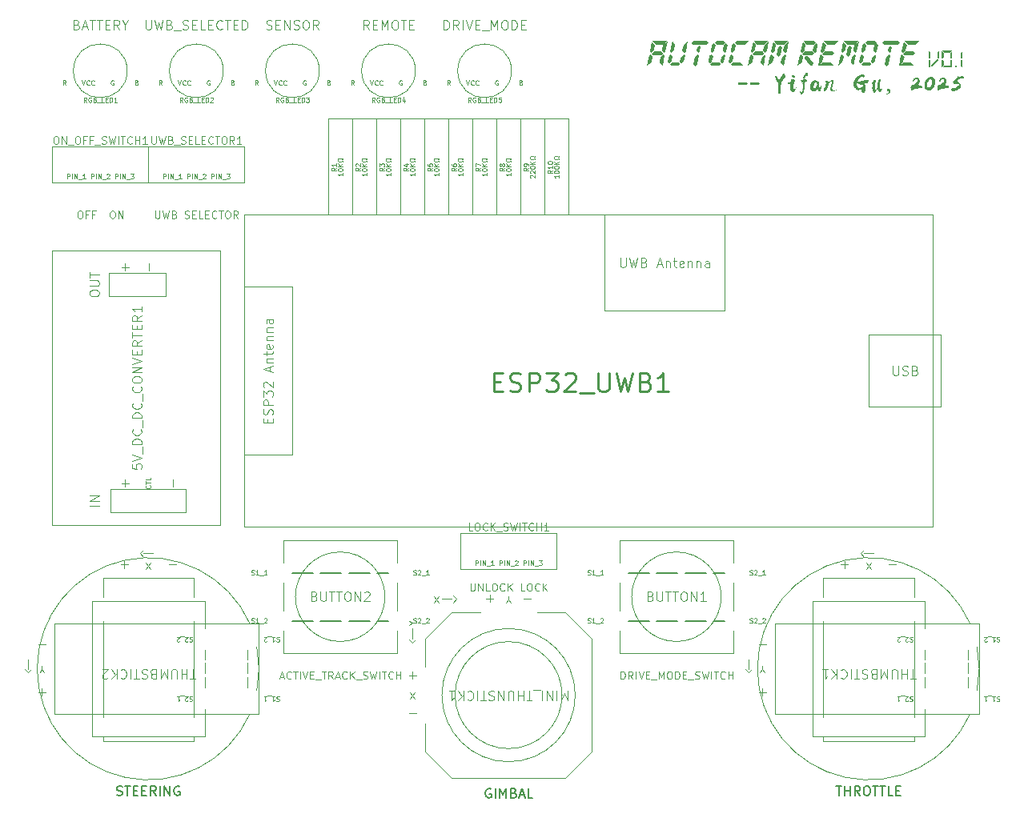
<source format=gto>
%TF.GenerationSoftware,KiCad,Pcbnew,9.0.0*%
%TF.CreationDate,2025-03-09T19:30:42-07:00*%
%TF.ProjectId,remote,72656d6f-7465-42e6-9b69-6361645f7063,v0.1*%
%TF.SameCoordinates,Original*%
%TF.FileFunction,Legend,Top*%
%TF.FilePolarity,Positive*%
%FSLAX46Y46*%
G04 Gerber Fmt 4.6, Leading zero omitted, Abs format (unit mm)*
G04 Created by KiCad (PCBNEW 9.0.0) date 2025-03-09 19:30:42*
%MOMM*%
%LPD*%
G01*
G04 APERTURE LIST*
%ADD10C,0.150000*%
%ADD11C,0.600000*%
%ADD12C,0.100000*%
%ADD13C,0.062500*%
%ADD14C,0.125000*%
%ADD15C,0.250000*%
%ADD16C,0.200000*%
G04 APERTURE END LIST*
D10*
G36*
X115383711Y-22807726D02*
G01*
X115314956Y-22878923D01*
X115195400Y-22759488D01*
X115195400Y-22215681D01*
X115383711Y-22025050D01*
X115383711Y-22807726D01*
G37*
G36*
X115299691Y-23085552D02*
G01*
X114676139Y-23715699D01*
X114541195Y-23715699D01*
X114541195Y-23579900D01*
X115164747Y-22949265D01*
X115314956Y-22949265D01*
X115299691Y-23085552D01*
G37*
G36*
X114508100Y-22759732D02*
G01*
X114388421Y-22878923D01*
X114317224Y-22807970D01*
X114317224Y-22027126D01*
X114508100Y-22217269D01*
X114508100Y-22759732D01*
G37*
G36*
X114317224Y-23709593D02*
G01*
X114411380Y-23803138D01*
X114508100Y-23709593D01*
X114508100Y-23072607D01*
X114388543Y-22953783D01*
X114317224Y-23027056D01*
X114317224Y-23709593D01*
G37*
G36*
X116755379Y-22808581D02*
G01*
X116686624Y-22878923D01*
X116567067Y-22760221D01*
X116567067Y-22251219D01*
X116755379Y-22060221D01*
X116755379Y-22808581D01*
G37*
G36*
X116719719Y-22027004D02*
G01*
X116531408Y-22214582D01*
X115912741Y-22214582D01*
X115724430Y-22027004D01*
X116719719Y-22027004D01*
G37*
G36*
X115879768Y-22759244D02*
G01*
X115760089Y-22878923D01*
X115688892Y-22807604D01*
X115688892Y-22059244D01*
X115879768Y-22250242D01*
X115879768Y-22759244D01*
G37*
G36*
X116755379Y-23769921D02*
G01*
X116567067Y-23578801D01*
X116567067Y-23069066D01*
X116686624Y-22949265D01*
X116755379Y-23023148D01*
X116755379Y-23769921D01*
G37*
G36*
X116719719Y-23809000D02*
G01*
X115724430Y-23809000D01*
X115912741Y-23621421D01*
X116531408Y-23621421D01*
X116719719Y-23809000D01*
G37*
G36*
X115879768Y-23581365D02*
G01*
X115688892Y-23773340D01*
X115688892Y-23027422D01*
X115760211Y-22949265D01*
X115879768Y-23069554D01*
X115879768Y-23581365D01*
G37*
G36*
X117060560Y-23809000D02*
G01*
X117060560Y-23621421D01*
X117251436Y-23621421D01*
X117251436Y-23809000D01*
X117060560Y-23809000D01*
G37*
G36*
X117860944Y-23024003D02*
G01*
X117860944Y-23779690D01*
X117669946Y-23586250D01*
X117669946Y-23070531D01*
X117789625Y-22949265D01*
X117860944Y-23024003D01*
G37*
G36*
X117669946Y-22758877D02*
G01*
X117669946Y-22247921D01*
X117860944Y-22056313D01*
X117860944Y-22807360D01*
X117789625Y-22878923D01*
X117669946Y-22758877D01*
G37*
G36*
X94418760Y-25377279D02*
G01*
X94714049Y-25372028D01*
X94929017Y-25375802D01*
X95008118Y-25383141D01*
X95072476Y-25398528D01*
X95104716Y-25412450D01*
X95141108Y-25436020D01*
X95152340Y-25471232D01*
X95141108Y-25502698D01*
X95132682Y-25525046D01*
X95121446Y-25555577D01*
X95110333Y-25586229D01*
X95092137Y-25612729D01*
X95069446Y-25626130D01*
X95027657Y-25633612D01*
X94791108Y-25636421D01*
X94390672Y-25642039D01*
X94224321Y-25648331D01*
X94189171Y-25644847D01*
X94153999Y-25616261D01*
X94144353Y-25588916D01*
X94133973Y-25560950D01*
X94123236Y-25543927D01*
X94128721Y-25516254D01*
X94128721Y-25454704D01*
X94127134Y-25401704D01*
X94134512Y-25391429D01*
X94149970Y-25387660D01*
X94170853Y-25381187D01*
X94186363Y-25382408D01*
X94222062Y-25386684D01*
X94418760Y-25377279D01*
G37*
G36*
X95673191Y-25377279D02*
G01*
X95968481Y-25372028D01*
X96183449Y-25375802D01*
X96262549Y-25383141D01*
X96326907Y-25398528D01*
X96359147Y-25412450D01*
X96395539Y-25436020D01*
X96406771Y-25471232D01*
X96395539Y-25502698D01*
X96387113Y-25525046D01*
X96375878Y-25555577D01*
X96364765Y-25586229D01*
X96346568Y-25612729D01*
X96323877Y-25626130D01*
X96282088Y-25633612D01*
X96045539Y-25636421D01*
X95645103Y-25642039D01*
X95478753Y-25648331D01*
X95443603Y-25644847D01*
X95408430Y-25616261D01*
X95398784Y-25588916D01*
X95388404Y-25560950D01*
X95377667Y-25543927D01*
X95383153Y-25516254D01*
X95383153Y-25454704D01*
X95381565Y-25401704D01*
X95388943Y-25391429D01*
X95404402Y-25387660D01*
X95425284Y-25381187D01*
X95440794Y-25382408D01*
X95476494Y-25386684D01*
X95673191Y-25377279D01*
G37*
G36*
X98995016Y-24433525D02*
G01*
X99017953Y-24450156D01*
X99045574Y-24490800D01*
X99082088Y-24556501D01*
X99107490Y-24594237D01*
X99152308Y-24668364D01*
X99177709Y-24736752D01*
X99163644Y-24778372D01*
X99110665Y-24829076D01*
X99051347Y-24876429D01*
X99001610Y-24935200D01*
X98970836Y-24964631D01*
X98954105Y-24982827D01*
X98947022Y-25002367D01*
X98934444Y-25013480D01*
X98921987Y-25027524D01*
X98920522Y-25041445D01*
X98926139Y-25048528D01*
X98917835Y-25047063D01*
X98903672Y-25042440D01*
X98898173Y-25063794D01*
X98892556Y-25080646D01*
X98889747Y-25088951D01*
X98891090Y-25091759D01*
X98886938Y-25091759D01*
X98870086Y-25104338D01*
X98858973Y-25125343D01*
X98850668Y-25142196D01*
X98821237Y-25170161D01*
X98800354Y-25184083D01*
X98786310Y-25192510D01*
X98777884Y-25209240D01*
X98782055Y-25214566D01*
X98803163Y-25200814D01*
X98808658Y-25195196D01*
X98822741Y-25182840D01*
X98825511Y-25186892D01*
X98814276Y-25206431D01*
X98793393Y-25217545D01*
X98771045Y-25237206D01*
X98752971Y-25279094D01*
X98741736Y-25302907D01*
X98736118Y-25320981D01*
X98736118Y-25329408D01*
X98730501Y-25332217D01*
X98736118Y-25365800D01*
X98743227Y-25378359D01*
X98750162Y-25379722D01*
X98755780Y-25379722D01*
X98747354Y-25402070D01*
X98743079Y-25430036D01*
X98741736Y-25444080D01*
X98731966Y-25469237D01*
X98727814Y-25491585D01*
X98722319Y-25505507D01*
X98695696Y-25578291D01*
X98680431Y-25646679D01*
X98676157Y-25657914D01*
X98662235Y-25706885D01*
X98649656Y-25766969D01*
X98649656Y-25785043D01*
X98651000Y-25815817D01*
X98649656Y-25852210D01*
X98645504Y-25892754D01*
X98641352Y-25938794D01*
X98633048Y-25952838D01*
X98624622Y-25938794D01*
X98621813Y-25922063D01*
X98616195Y-25938794D01*
X98614852Y-25966882D01*
X98621813Y-25969568D01*
X98634269Y-25961142D01*
X98637078Y-25969568D01*
X98637078Y-25982147D01*
X98637078Y-26001686D01*
X98635285Y-26016155D01*
X98644039Y-26029652D01*
X98646848Y-26036613D01*
X98639765Y-26040887D01*
X98638421Y-26064579D01*
X98634603Y-26088612D01*
X98625843Y-26098162D01*
X98619359Y-26107274D01*
X98616317Y-26131745D01*
X98621813Y-26173633D01*
X98627308Y-26168016D01*
X98632804Y-26154094D01*
X98635612Y-26166672D01*
X98632804Y-26193295D01*
X98624377Y-26210025D01*
X98620103Y-26235182D01*
X98627186Y-26260339D01*
X98629995Y-26240800D01*
X98631114Y-26225124D01*
X98638299Y-26221138D01*
X98646725Y-26232374D01*
X98638421Y-26285496D01*
X98641230Y-26318958D01*
X98646848Y-26339963D01*
X98644039Y-26358159D01*
X98634147Y-26376233D01*
X98638421Y-26394429D01*
X98646848Y-26411281D01*
X98649534Y-26422394D01*
X98655030Y-26430821D01*
X98666265Y-26453169D01*
X98671882Y-26462817D01*
X98663456Y-26469778D01*
X98652343Y-26485043D01*
X98644039Y-26503117D01*
X98637200Y-26516916D01*
X98628896Y-26529373D01*
X98608135Y-26555751D01*
X98590531Y-26571063D01*
X98572231Y-26561369D01*
X98558310Y-26552942D01*
X98531931Y-26555751D01*
X98511586Y-26559062D01*
X98502866Y-26566864D01*
X98499671Y-26580124D01*
X98505675Y-26583473D01*
X98514040Y-26585732D01*
X98511171Y-26591899D01*
X98497249Y-26597394D01*
X98480640Y-26587747D01*
X98466841Y-26578221D01*
X98458536Y-26572970D01*
X98447545Y-26567841D01*
X98431302Y-26561366D01*
X98425319Y-26539875D01*
X98425106Y-26539143D01*
X98445225Y-26539143D01*
X98456338Y-26533525D01*
X98463151Y-26522901D01*
X98460490Y-26516672D01*
X98448034Y-26525099D01*
X98445225Y-26539143D01*
X98425106Y-26539143D01*
X98421883Y-26528043D01*
X98411275Y-26520214D01*
X98389600Y-26488829D01*
X98406024Y-26488829D01*
X98408711Y-26498476D01*
X98417137Y-26498476D01*
X98414328Y-26488706D01*
X98406024Y-26488829D01*
X98389600Y-26488829D01*
X98384287Y-26481135D01*
X98365846Y-26430821D01*
X98358763Y-26412625D01*
X98356068Y-26403904D01*
X98362915Y-26384659D01*
X98374976Y-26368429D01*
X98382577Y-26366463D01*
X98386729Y-26362311D01*
X98393812Y-26345580D01*
X98400771Y-26332588D01*
X98400772Y-26318958D01*
X98448034Y-26318958D01*
X98449377Y-26335810D01*
X98453652Y-26338619D01*
X98459147Y-26321766D01*
X98450843Y-26302227D01*
X98448034Y-26318958D01*
X98400772Y-26318958D01*
X98400773Y-26307112D01*
X98417137Y-26307112D01*
X98422755Y-26318225D01*
X98425564Y-26307112D01*
X98419946Y-26295877D01*
X98417137Y-26307112D01*
X98400773Y-26307112D01*
X98400773Y-26305036D01*
X98397659Y-26260024D01*
X98408854Y-26260024D01*
X98414328Y-26273528D01*
X98419946Y-26270720D01*
X98414328Y-26256798D01*
X98408854Y-26260024D01*
X98397659Y-26260024D01*
X98393812Y-26204408D01*
X98393781Y-26203675D01*
X98408833Y-26203675D01*
X98414328Y-26228832D01*
X98419946Y-26220406D01*
X98414328Y-26198057D01*
X98408833Y-26203675D01*
X98393781Y-26203675D01*
X98392956Y-26184136D01*
X98408833Y-26184136D01*
X98414328Y-26189631D01*
X98419946Y-26186822D01*
X98414328Y-26181327D01*
X98408833Y-26184136D01*
X98392956Y-26184136D01*
X98390301Y-26121243D01*
X98403215Y-26121243D01*
X98408711Y-26128204D01*
X98414328Y-26125395D01*
X98408711Y-26118434D01*
X98403215Y-26121243D01*
X98390301Y-26121243D01*
X98388346Y-26074925D01*
X98407829Y-26074925D01*
X98414206Y-26081431D01*
X98422511Y-26084240D01*
X98429471Y-26091201D01*
X98430937Y-26168016D01*
X98434234Y-26243609D01*
X98444248Y-26274261D01*
X98450843Y-26293801D01*
X98450843Y-26276337D01*
X98487235Y-26276337D01*
X98492730Y-26312607D01*
X98496882Y-26276337D01*
X98491387Y-26239945D01*
X98487235Y-26276337D01*
X98450843Y-26276337D01*
X98450843Y-26270109D01*
X98448400Y-26232374D01*
X98450843Y-26221138D01*
X98456338Y-26212712D01*
X98449866Y-26198790D01*
X98448400Y-26187555D01*
X98448400Y-26137241D01*
X98443393Y-26086927D01*
X98438386Y-26061770D01*
X98430110Y-26058242D01*
X98417015Y-26064579D01*
X98407829Y-26074925D01*
X98388346Y-26074925D01*
X98379768Y-25871749D01*
X98379516Y-25865399D01*
X98397598Y-25865399D01*
X98397598Y-25871016D01*
X98403215Y-25887747D01*
X98408833Y-25873825D01*
X98405088Y-25862590D01*
X98613142Y-25862590D01*
X98618760Y-25868207D01*
X98624377Y-25865399D01*
X98618760Y-25859781D01*
X98613142Y-25862590D01*
X98405088Y-25862590D01*
X98403215Y-25856972D01*
X98397598Y-25865399D01*
X98379516Y-25865399D01*
X98375616Y-25766969D01*
X98363892Y-25765503D01*
X98361083Y-25757199D01*
X98360107Y-25719464D01*
X98360107Y-25643993D01*
X98360107Y-25516742D01*
X98357176Y-25488776D01*
X98354367Y-25477541D01*
X98361427Y-25437927D01*
X98354367Y-25410496D01*
X98292207Y-25329408D01*
X98221377Y-25205088D01*
X98136502Y-25027524D01*
X98106705Y-24940939D01*
X98092687Y-24905211D01*
X98085455Y-24898930D01*
X98064206Y-24868155D01*
X98048697Y-24826267D01*
X98038683Y-24798302D01*
X98028791Y-24746644D01*
X98032922Y-24717986D01*
X98042957Y-24703291D01*
X98068481Y-24690713D01*
X98088264Y-24694865D01*
X98110857Y-24700482D01*
X98156164Y-24715870D01*
X98187305Y-24736752D01*
X98207210Y-24747988D01*
X98238136Y-24768459D01*
X98282193Y-24813689D01*
X98317888Y-24863699D01*
X98326157Y-24890503D01*
X98345574Y-24946435D01*
X98362305Y-24967440D01*
X98370731Y-24982827D01*
X98372197Y-24991131D01*
X98386118Y-25019097D01*
X98401384Y-25047063D01*
X98407001Y-25058298D01*
X98412497Y-25072220D01*
X98418114Y-25069411D01*
X98418114Y-25065259D01*
X98420923Y-25066602D01*
X98416771Y-25080646D01*
X98416771Y-25091759D01*
X98423732Y-25086264D01*
X98426305Y-25079538D01*
X98437654Y-25094568D01*
X98446080Y-25116916D01*
X98455728Y-25135113D01*
X98468306Y-25144882D01*
X98505919Y-25114230D01*
X98525227Y-25088340D01*
X98848348Y-25088340D01*
X98853966Y-25093836D01*
X98862392Y-25088340D01*
X98856774Y-25082722D01*
X98848348Y-25088340D01*
X98525227Y-25088340D01*
X98531511Y-25079914D01*
X98624377Y-25079914D01*
X98627186Y-25082722D01*
X98644039Y-25049139D01*
X98652343Y-25021173D01*
X98624377Y-25079914D01*
X98531511Y-25079914D01*
X98543533Y-25063794D01*
X98578460Y-25016288D01*
X98592655Y-24996016D01*
X98657961Y-24996016D01*
X98660769Y-25001634D01*
X98660769Y-24990399D01*
X98657961Y-24996016D01*
X98592655Y-24996016D01*
X98617538Y-24960479D01*
X98653686Y-24897586D01*
X98667701Y-24868099D01*
X98671882Y-24842998D01*
X98677500Y-24809537D01*
X98702779Y-24764840D01*
X98751872Y-24685095D01*
X98806705Y-24597046D01*
X98876461Y-24489462D01*
X98933222Y-24440486D01*
X98968541Y-24430216D01*
X98995016Y-24433525D01*
G37*
G36*
X98371464Y-26265835D02*
G01*
X98368655Y-26268644D01*
X98365846Y-26254722D01*
X98371464Y-26254722D01*
X98371464Y-26265835D01*
G37*
G36*
X98365724Y-26162398D02*
G01*
X98368724Y-26228638D01*
X98360107Y-26237869D01*
X98357298Y-26182060D01*
X98360107Y-26134554D01*
X98365724Y-26162398D01*
G37*
G36*
X98357298Y-25954792D02*
G01*
X98360107Y-26037346D01*
X98360107Y-26103047D01*
X98351680Y-25968836D01*
X98354489Y-25929635D01*
X98357298Y-25954792D01*
G37*
G36*
X98663578Y-25798354D02*
G01*
X98657961Y-25803849D01*
X98652343Y-25798354D01*
X98657961Y-25792736D01*
X98663578Y-25798354D01*
G37*
G36*
X98761520Y-25488043D02*
G01*
X98756024Y-25496348D01*
X98753215Y-25488043D01*
X98758711Y-25479617D01*
X98761520Y-25488043D01*
G37*
G36*
X98767137Y-25441882D02*
G01*
X98756024Y-25446034D01*
X98756024Y-25434921D01*
X98775564Y-25429303D01*
X98767137Y-25441882D01*
G37*
G36*
X98764328Y-25346871D02*
G01*
X98758833Y-25359450D01*
X98753264Y-25364653D01*
X98744789Y-25351023D01*
X98743324Y-25339910D01*
X98750407Y-25345406D01*
X98758833Y-25345406D01*
X98758833Y-25339910D01*
X98764328Y-25346871D01*
G37*
G36*
X98799377Y-25353832D02*
G01*
X98789608Y-25359450D01*
X98793760Y-25348337D01*
X98803529Y-25342719D01*
X98799377Y-25353832D01*
G37*
G36*
X98789241Y-25290329D02*
G01*
X98772388Y-25311212D01*
X98751384Y-25329408D01*
X98758344Y-25322447D01*
X98765337Y-25313927D01*
X98764084Y-25301442D01*
X98766771Y-25295824D01*
X98775197Y-25295824D01*
X98783563Y-25287284D01*
X98789241Y-25290329D01*
G37*
G36*
X99844492Y-25021173D02*
G01*
X99883088Y-25014226D01*
X99934130Y-25021173D01*
X99984688Y-25035095D01*
X100060525Y-25056100D01*
X100133676Y-25088218D01*
X100155648Y-25121522D01*
X100157817Y-25173355D01*
X100130867Y-25256013D01*
X100104139Y-25320179D01*
X100070295Y-25429303D01*
X100032437Y-25596976D01*
X100025354Y-25634833D01*
X100012898Y-25689422D01*
X99996757Y-25851414D01*
X100004872Y-25963393D01*
X100029628Y-26038811D01*
X100046475Y-26056590D01*
X100081652Y-26069586D01*
X100121784Y-26073081D01*
X100158955Y-26066777D01*
X100188547Y-26046409D01*
X100231984Y-25991306D01*
X100270540Y-25925059D01*
X100302204Y-25854286D01*
X100316370Y-25812398D01*
X100337938Y-25749269D01*
X100352884Y-25680995D01*
X100361310Y-25658647D01*
X100364801Y-25664067D01*
X100358501Y-25697848D01*
X100350075Y-25741445D01*
X100342992Y-25769533D01*
X100337252Y-25790660D01*
X100324674Y-25837066D01*
X100307821Y-25894708D01*
X100285186Y-25962383D01*
X100226000Y-26066166D01*
X100206216Y-26099994D01*
X100194981Y-26130891D01*
X100194981Y-26144935D01*
X100186432Y-26158979D01*
X100180815Y-26170214D01*
X100180815Y-26175953D01*
X100167396Y-26192181D01*
X100155536Y-26229321D01*
X100139904Y-26251913D01*
X100130653Y-26260020D01*
X100127326Y-26274383D01*
X100122172Y-26290712D01*
X100102046Y-26313829D01*
X100060037Y-26347412D01*
X100033414Y-26367073D01*
X100001296Y-26386857D01*
X99981635Y-26395284D01*
X99925703Y-26403710D01*
X99869312Y-26400312D01*
X99833257Y-26381362D01*
X99819335Y-26372935D01*
X99799674Y-26360235D01*
X99788439Y-26342039D01*
X99777326Y-26328117D01*
X99752985Y-26313723D01*
X99757664Y-26305646D01*
X99752046Y-26288916D01*
X99740933Y-26272063D01*
X99732507Y-26260950D01*
X99710037Y-26227367D01*
X99698924Y-26192318D01*
X99686223Y-26161421D01*
X99669370Y-26116602D01*
X99659723Y-26031117D01*
X99653503Y-25915792D01*
X99662531Y-25832304D01*
X99673645Y-25770755D01*
X99687688Y-25697848D01*
X99684880Y-25653030D01*
X99659235Y-25612992D01*
X99627269Y-25590659D01*
X99586938Y-25583054D01*
X99520472Y-25569228D01*
X99464471Y-25527162D01*
X99416090Y-25448842D01*
X99399867Y-25401844D01*
X99400653Y-25371419D01*
X99413282Y-25351023D01*
X99448436Y-25336310D01*
X99491684Y-25353832D01*
X99528500Y-25366410D01*
X99567277Y-25353832D01*
X99625793Y-25298231D01*
X99701732Y-25186159D01*
X99775860Y-25068678D01*
X99805883Y-25041725D01*
X99844492Y-25021173D01*
G37*
G36*
X99819702Y-24624523D02*
G01*
X99853285Y-24621714D01*
X99909217Y-24624523D01*
X100049849Y-24640854D01*
X100091300Y-24655175D01*
X100105222Y-24677646D01*
X100124761Y-24713916D01*
X100145766Y-24747499D01*
X100158467Y-24781083D01*
X100164441Y-24802309D01*
X100159810Y-24817475D01*
X100146003Y-24829667D01*
X100114991Y-24843975D01*
X100082329Y-24859791D01*
X100054785Y-24881711D01*
X100026820Y-24906868D01*
X100010521Y-24901727D01*
X99987619Y-24881711D01*
X99892486Y-24806240D01*
X99837169Y-24765051D01*
X99830815Y-24750308D01*
X99828006Y-24741882D01*
X99814084Y-24723685D01*
X99811275Y-24691568D01*
X99808467Y-24672028D01*
X99804192Y-24648214D01*
X99819702Y-24624523D01*
G37*
G36*
X100838805Y-26660653D02*
G01*
X100829035Y-26664928D01*
X100819266Y-26660653D01*
X100829035Y-26656501D01*
X100838805Y-26660653D01*
G37*
G36*
X100803756Y-26650884D02*
G01*
X100808030Y-26662119D01*
X100795330Y-26650884D01*
X100791178Y-26639771D01*
X100803756Y-26650884D01*
G37*
G36*
X100777256Y-26631344D02*
G01*
X100778599Y-26639771D01*
X100770173Y-26631344D01*
X100768829Y-26622918D01*
X100777256Y-26631344D01*
G37*
G36*
X100833187Y-26617300D02*
G01*
X100844423Y-26628535D01*
X100835996Y-26634153D01*
X100820609Y-26625727D01*
X100817800Y-26614491D01*
X100833187Y-26617300D01*
G37*
G36*
X101452091Y-24363459D02*
G01*
X101493742Y-24392126D01*
X101524395Y-24417283D01*
X101524395Y-24495441D01*
X101520827Y-24567091D01*
X101513282Y-24598877D01*
X101485619Y-24638302D01*
X101448679Y-24666044D01*
X101429140Y-24673005D01*
X101434758Y-24649191D01*
X101445871Y-24582147D01*
X101443062Y-24512293D01*
X101420714Y-24494097D01*
X101403605Y-24491287D01*
X101384199Y-24496906D01*
X101345120Y-24529024D01*
X101310921Y-24580102D01*
X101266719Y-24675814D01*
X101229575Y-24779791D01*
X101205047Y-24872918D01*
X101188317Y-24946923D01*
X101177081Y-25004321D01*
X101176097Y-25042188D01*
X101182699Y-25058787D01*
X101203040Y-25066786D01*
X101277832Y-25071365D01*
X101355700Y-25076440D01*
X101398243Y-25088218D01*
X101432619Y-25109253D01*
X101465532Y-25141096D01*
X101493480Y-25184888D01*
X101479454Y-25194219D01*
X101465166Y-25181641D01*
X101460643Y-25174677D01*
X101452221Y-25178832D01*
X101447947Y-25198616D01*
X101449025Y-25208913D01*
X101439398Y-25224383D01*
X101430149Y-25239457D01*
X101432193Y-25248685D01*
X101430850Y-25268713D01*
X101423645Y-25287398D01*
X101436589Y-25305960D01*
X101443210Y-25314145D01*
X101428041Y-25317318D01*
X101382123Y-25317318D01*
X101269039Y-25324401D01*
X101178913Y-25339788D01*
X101158763Y-25359205D01*
X101153146Y-25571208D01*
X101141910Y-26037101D01*
X101109744Y-26276796D01*
X101080239Y-26383193D01*
X101068882Y-26423616D01*
X101053494Y-26465381D01*
X101049220Y-26483455D01*
X101046411Y-26489073D01*
X101040916Y-26497499D01*
X101031905Y-26513676D01*
X101029192Y-26508368D01*
X101023575Y-26513863D01*
X101026384Y-26519481D01*
X101031550Y-26514313D01*
X101025407Y-26525343D01*
X100990358Y-26570039D01*
X100955187Y-26597883D01*
X100938938Y-26602048D01*
X100931495Y-26597883D01*
X100926140Y-26593167D01*
X100911712Y-26595074D01*
X100886555Y-26597883D01*
X100886555Y-26603501D01*
X100892172Y-26609118D01*
X100906094Y-26620231D01*
X100881059Y-26617422D01*
X100827241Y-26603756D01*
X100821344Y-26599104D01*
X100850040Y-26599104D01*
X100861153Y-26606187D01*
X100868114Y-26603378D01*
X100869580Y-26600570D01*
X100858344Y-26592143D01*
X100850040Y-26599104D01*
X100821344Y-26599104D01*
X100805710Y-26586770D01*
X100800093Y-26597883D01*
X100800093Y-26611927D01*
X100780553Y-26592265D01*
X100733292Y-26536456D01*
X100716561Y-26511177D01*
X100699831Y-26477715D01*
X100694213Y-26469289D01*
X100683100Y-26463672D01*
X100671865Y-26441323D01*
X100669056Y-26430210D01*
X100663439Y-26430210D01*
X100663439Y-26424593D01*
X100671945Y-26421216D01*
X100685787Y-26435706D01*
X100703983Y-26460863D01*
X100719248Y-26483211D01*
X100740131Y-26513986D01*
X100749901Y-26533525D01*
X100770783Y-26564300D01*
X100794475Y-26581152D01*
X100797222Y-26569987D01*
X100790284Y-26561613D01*
X100852849Y-26561613D01*
X100859197Y-26568757D01*
X100892050Y-26572726D01*
X100905972Y-26567108D01*
X100970208Y-26567108D01*
X100975703Y-26569917D01*
X100989747Y-26558804D01*
X100970208Y-26567108D01*
X100905972Y-26567108D01*
X100889485Y-26561613D01*
X100914398Y-26561613D01*
X100925633Y-26555995D01*
X100935403Y-26553187D01*
X100949325Y-26560147D01*
X100962026Y-26555995D01*
X100962026Y-26551721D01*
X100950790Y-26550378D01*
X100936746Y-26550378D01*
X100956408Y-26528030D01*
X100994916Y-26466272D01*
X101026384Y-26354739D01*
X101047388Y-26252646D01*
X101048732Y-26226145D01*
X101043236Y-26226145D01*
X101019423Y-26315538D01*
X100987183Y-26416166D01*
X100978756Y-26453902D01*
X100960560Y-26486142D01*
X100942364Y-26515451D01*
X100925633Y-26541951D01*
X100914398Y-26561613D01*
X100889485Y-26561613D01*
X100889119Y-26561491D01*
X100863962Y-26560147D01*
X100852849Y-26561613D01*
X100790284Y-26561613D01*
X100769440Y-26536456D01*
X100749901Y-26512642D01*
X100749090Y-26511299D01*
X100772249Y-26511299D01*
X100777866Y-26519603D01*
X100780553Y-26513986D01*
X100774060Y-26503495D01*
X100772249Y-26511299D01*
X100749090Y-26511299D01*
X100738910Y-26494446D01*
X100736736Y-26491515D01*
X100751977Y-26491515D01*
X100757594Y-26497133D01*
X100763212Y-26494324D01*
X100757594Y-26488706D01*
X100751977Y-26491515D01*
X100736736Y-26491515D01*
X100707752Y-26452436D01*
X100726820Y-26452436D01*
X100729628Y-26463549D01*
X100738055Y-26474785D01*
X100735246Y-26463549D01*
X100726820Y-26452436D01*
X100707752Y-26452436D01*
X100695974Y-26436555D01*
X100689363Y-26424471D01*
X100718393Y-26424471D01*
X100724011Y-26431431D01*
X100729628Y-26428623D01*
X100724011Y-26421662D01*
X100718393Y-26424471D01*
X100689363Y-26424471D01*
X100678672Y-26404931D01*
X100698854Y-26404931D01*
X100701663Y-26416044D01*
X100708501Y-26417510D01*
X100707158Y-26404931D01*
X100698854Y-26404931D01*
X100678672Y-26404931D01*
X100666379Y-26382461D01*
X100676384Y-26382461D01*
X100683344Y-26388078D01*
X100690428Y-26385270D01*
X100683344Y-26379774D01*
X100676384Y-26382461D01*
X100666379Y-26382461D01*
X100663439Y-26377087D01*
X100653669Y-26356083D01*
X100646708Y-26350465D01*
X100642434Y-26350465D01*
X100643899Y-26343504D01*
X100635473Y-26307234D01*
X100627046Y-26268033D01*
X100632664Y-26273651D01*
X100646708Y-26280612D01*
X100652326Y-26282077D01*
X100646708Y-26287572D01*
X100643899Y-26295999D01*
X100652326Y-26301616D01*
X100656478Y-26303082D01*
X100657943Y-26309921D01*
X100657943Y-26315538D01*
X100664904Y-26317004D01*
X100671865Y-26329582D01*
X100680291Y-26343504D01*
X100679282Y-26340695D01*
X100716439Y-26340695D01*
X100717783Y-26346313D01*
X100724866Y-26354617D01*
X100727675Y-26365852D01*
X100733292Y-26360235D01*
X100733292Y-26354739D01*
X100728680Y-26338344D01*
X100716439Y-26340695D01*
X100679282Y-26340695D01*
X100666247Y-26304425D01*
X100657943Y-26259607D01*
X100666247Y-26273651D01*
X100677361Y-26284764D01*
X100681513Y-26286229D01*
X100680169Y-26290381D01*
X100682883Y-26306266D01*
X100688596Y-26309921D01*
X100692748Y-26311386D01*
X100699831Y-26321156D01*
X100709554Y-26335533D01*
X100719248Y-26332391D01*
X100722057Y-26323965D01*
X100716439Y-26312729D01*
X100710822Y-26305769D01*
X100719248Y-26305769D01*
X100727675Y-26321156D01*
X100738788Y-26340695D01*
X100759668Y-26369452D01*
X100755518Y-26374279D01*
X100752709Y-26379896D01*
X100766631Y-26379896D01*
X100769440Y-26371470D01*
X100780553Y-26379896D01*
X100793132Y-26391009D01*
X100815358Y-26403588D01*
X100848819Y-26418975D01*
X100867200Y-26416783D01*
X100879594Y-26404931D01*
X100896202Y-26381240D01*
X100905972Y-26353274D01*
X100918550Y-26308577D01*
X100925511Y-26272185D01*
X100928320Y-26259607D01*
X100931129Y-26242876D01*
X100931129Y-26228954D01*
X100942242Y-26220528D01*
X100947859Y-26226145D01*
X100947859Y-26242876D01*
X100942242Y-26277925D01*
X100933816Y-26307234D01*
X100922702Y-26337886D01*
X100907193Y-26376965D01*
X100905850Y-26413357D01*
X100910815Y-26418839D01*
X100910002Y-26434362D01*
X100897423Y-26466480D01*
X100891928Y-26483333D01*
X100904377Y-26474456D01*
X100917333Y-26448994D01*
X100930175Y-26448994D01*
X100931129Y-26469289D01*
X100949345Y-26431877D01*
X100981443Y-26323965D01*
X101007374Y-26206696D01*
X101009361Y-26192440D01*
X101054349Y-26192440D01*
X101059967Y-26198057D01*
X101065585Y-26195249D01*
X101059967Y-26189631D01*
X101054349Y-26192440D01*
X101009361Y-26192440D01*
X101011301Y-26178518D01*
X101107594Y-26178518D01*
X101110403Y-26186822D01*
X101110403Y-26175709D01*
X101107594Y-26178518D01*
X101011301Y-26178518D01*
X101013455Y-26163058D01*
X101101206Y-26163058D01*
X101104785Y-26167283D01*
X101113212Y-26144935D01*
X101114501Y-26123909D01*
X101107594Y-26139317D01*
X101101206Y-26163058D01*
X101013455Y-26163058D01*
X101020644Y-26111473D01*
X101021987Y-26087782D01*
X101021987Y-26072394D01*
X101020644Y-26066777D01*
X101015782Y-26081478D01*
X100995487Y-26217719D01*
X100978634Y-26293190D01*
X100957629Y-26368661D01*
X100939433Y-26421784D01*
X100930175Y-26448994D01*
X100917333Y-26448994D01*
X100928320Y-26427401D01*
X100949465Y-26368596D01*
X100968620Y-26279268D01*
X100984130Y-26125395D01*
X100988648Y-26111351D01*
X100993167Y-26095964D01*
X101000738Y-26079233D01*
X101000738Y-26063968D01*
X100999273Y-26044307D01*
X101011363Y-26049924D01*
X101023086Y-26059694D01*
X101023086Y-26044307D01*
X101028704Y-26021958D01*
X101038492Y-26008781D01*
X101028704Y-26005106D01*
X101020277Y-25998145D01*
X101028704Y-25991184D01*
X101037130Y-25982879D01*
X101028704Y-25971644D01*
X101023513Y-25962424D01*
X101020277Y-25917056D01*
X101020277Y-25859659D01*
X101020277Y-25823389D01*
X101014660Y-25789806D01*
X101006478Y-25767457D01*
X101003424Y-25751678D01*
X100997016Y-25748040D01*
X101015148Y-25748040D01*
X101020766Y-25756344D01*
X101022109Y-25748040D01*
X101016492Y-25739614D01*
X101015148Y-25748040D01*
X100997016Y-25748040D01*
X100996586Y-25747796D01*
X100992434Y-25740835D01*
X100998051Y-25728256D01*
X100998051Y-25722639D01*
X101011973Y-25724104D01*
X101023208Y-25725570D01*
X101017591Y-25719952D01*
X101011973Y-25708717D01*
X101014782Y-25705908D01*
X101022179Y-25715036D01*
X101026017Y-25708717D01*
X101026017Y-25697482D01*
X101014782Y-25677942D01*
X101006478Y-25666829D01*
X101017469Y-25664020D01*
X101030047Y-25655594D01*
X101028704Y-25640207D01*
X101020277Y-25532496D01*
X101023981Y-25443297D01*
X101028704Y-25431868D01*
X101031513Y-25429059D01*
X101025895Y-25415137D01*
X101020522Y-25403902D01*
X101015270Y-25412328D01*
X101012278Y-25417816D01*
X101000127Y-25412328D01*
X100997563Y-25403902D01*
X100992556Y-25384362D01*
X100995365Y-25384362D01*
X101005152Y-25389203D01*
X101011973Y-25381554D01*
X101014782Y-25373127D01*
X101017591Y-25384362D01*
X101023086Y-25395475D01*
X101028582Y-25373127D01*
X101025773Y-25356397D01*
X100942242Y-25356397D01*
X100867504Y-25352272D01*
X100847476Y-25345161D01*
X100828190Y-25318371D01*
X100814014Y-25261264D01*
X100801979Y-25225958D01*
X100788735Y-25236107D01*
X100779465Y-25252200D01*
X100777622Y-25247342D01*
X100780309Y-25233542D01*
X100786302Y-25214027D01*
X100781774Y-25195807D01*
X100776157Y-25165032D01*
X100794353Y-25137066D01*
X100816823Y-25121679D01*
X100833554Y-25113253D01*
X100840515Y-25109101D01*
X100841980Y-25121679D01*
X100864206Y-25129983D01*
X100902811Y-25125319D01*
X100928442Y-25113131D01*
X100933720Y-25107111D01*
X100995243Y-25093591D01*
X101020277Y-25085287D01*
X101020761Y-25077105D01*
X101043236Y-25077105D01*
X101046045Y-25085409D01*
X101046045Y-25071487D01*
X101043236Y-25077105D01*
X101020761Y-25077105D01*
X101023086Y-25037782D01*
X101025895Y-25015434D01*
X101037008Y-25007007D01*
X101037008Y-25009816D01*
X101039817Y-25021051D01*
X101045312Y-25046208D01*
X101053617Y-25037782D01*
X101053617Y-24995894D01*
X101048121Y-24970737D01*
X101045312Y-24979163D01*
X101039695Y-24976355D01*
X101041038Y-24962311D01*
X101032612Y-24970737D01*
X101025651Y-24977820D01*
X101028460Y-24965120D01*
X101036886Y-24939963D01*
X101042199Y-24920426D01*
X101045312Y-24847761D01*
X101050808Y-24797447D01*
X101047999Y-24791829D01*
X101039695Y-24818452D01*
X101028582Y-24872918D01*
X101023086Y-24926041D01*
X101021621Y-24941428D01*
X101009164Y-24934345D01*
X101006356Y-24919080D01*
X101011973Y-24885496D01*
X101018934Y-24853378D01*
X101023086Y-24833717D01*
X101028704Y-24825413D01*
X101031391Y-24826756D01*
X101031391Y-24822604D01*
X101034199Y-24810025D01*
X101034199Y-24801599D01*
X101034199Y-24780594D01*
X101042504Y-24763863D01*
X101056425Y-24761055D01*
X101056425Y-24766672D01*
X101053617Y-24783403D01*
X101061921Y-24772290D01*
X101069561Y-24759537D01*
X101064608Y-24752628D01*
X101058346Y-24738725D01*
X101067416Y-24710741D01*
X101072912Y-24685584D01*
X101079075Y-24658025D01*
X101100755Y-24624034D01*
X101106373Y-24621348D01*
X101112179Y-24624735D01*
X101123104Y-24610113D01*
X101131408Y-24593382D01*
X101125913Y-24590573D01*
X101153756Y-24548563D01*
X101164991Y-24529024D01*
X101219213Y-24464788D01*
X101295906Y-24392126D01*
X101323627Y-24372464D01*
X101354402Y-24358542D01*
X101406639Y-24352386D01*
X101452091Y-24363459D01*
G37*
G36*
X100777866Y-26558804D02*
G01*
X100777866Y-26564300D01*
X100766631Y-26550378D01*
X100769440Y-26544760D01*
X100777866Y-26558804D01*
G37*
G36*
X101032001Y-26513863D02*
G01*
X101031550Y-26514313D01*
X101031905Y-26513676D01*
X101032001Y-26513863D01*
G37*
G36*
X100652326Y-26391009D02*
G01*
X100655134Y-26405053D01*
X100660752Y-26421784D01*
X100652326Y-26407862D01*
X100641213Y-26385392D01*
X100643418Y-26378241D01*
X100652326Y-26391009D01*
G37*
G36*
X100637183Y-26340573D02*
G01*
X100631565Y-26343382D01*
X100625947Y-26337886D01*
X100631565Y-26335078D01*
X100637183Y-26340573D01*
G37*
G36*
X100708501Y-26287572D02*
G01*
X100707158Y-26295877D01*
X100701663Y-26287572D01*
X100703006Y-26279146D01*
X100708501Y-26287572D01*
G37*
G36*
X100609217Y-26273528D02*
G01*
X100603599Y-26279146D01*
X100597982Y-26270720D01*
X100603599Y-26265102D01*
X100609217Y-26273528D01*
G37*
G36*
X100687619Y-26251302D02*
G01*
X100692470Y-26266100D01*
X100679192Y-26270842D01*
X100673575Y-26262538D01*
X100677727Y-26247150D01*
X100687619Y-26251302D01*
G37*
G36*
X100599203Y-26173023D02*
G01*
X100599203Y-26189753D01*
X100607629Y-26186944D01*
X100610438Y-26178640D01*
X100613247Y-26184136D01*
X100618864Y-26206484D01*
X100620347Y-26220999D01*
X100613247Y-26240067D01*
X100610438Y-26231763D01*
X100610438Y-26216376D01*
X100599203Y-26213567D01*
X100590776Y-26214910D01*
X100596394Y-26209293D01*
X100600546Y-26202332D01*
X100593585Y-26195371D01*
X100588288Y-26191979D01*
X100593585Y-26164596D01*
X100596394Y-26156170D01*
X100602012Y-26156170D01*
X100599203Y-26173023D01*
G37*
G36*
X100667957Y-26220406D02*
G01*
X100676384Y-26228832D01*
X100674181Y-26233765D01*
X100665148Y-26226023D01*
X100662462Y-26219062D01*
X100667957Y-26220406D01*
G37*
G36*
X100956408Y-26200866D02*
G01*
X100952134Y-26211979D01*
X100945173Y-26200866D01*
X100949325Y-26189631D01*
X100956408Y-26200866D01*
G37*
G36*
X100631565Y-26175709D02*
G01*
X100625947Y-26184013D01*
X100624604Y-26175709D01*
X100630100Y-26167283D01*
X100631565Y-26175709D01*
G37*
G36*
X100956286Y-26153361D02*
G01*
X100947859Y-26167283D01*
X100950668Y-26142126D01*
X100959095Y-26125395D01*
X100956286Y-26153361D01*
G37*
G36*
X100597982Y-26116969D02*
G01*
X100597982Y-26139317D01*
X100592364Y-26122586D01*
X100593707Y-26105856D01*
X100597982Y-26116969D01*
G37*
G36*
X100963369Y-26104390D02*
G01*
X100956408Y-26105856D01*
X100960560Y-26096086D01*
X100967643Y-26094621D01*
X100963369Y-26104390D01*
G37*
G36*
X100620452Y-26086316D02*
G01*
X100614834Y-26089003D01*
X100609217Y-26083508D01*
X100614834Y-26080699D01*
X100620452Y-26086316D01*
G37*
G36*
X100954943Y-26080699D02*
G01*
X100947982Y-26086194D01*
X100945173Y-26080699D01*
X100952134Y-26075081D01*
X100954943Y-26080699D01*
G37*
G36*
X100962026Y-26044307D02*
G01*
X100959217Y-26038689D01*
X100962026Y-26033071D01*
X100962026Y-26044307D01*
G37*
G36*
X101009488Y-25984080D02*
G01*
X101009164Y-25999488D01*
X101001064Y-26007175D01*
X100995120Y-26002175D01*
X101002081Y-25991062D01*
X101000738Y-25985444D01*
X101000738Y-25979826D01*
X101009488Y-25984080D01*
G37*
G36*
X100970330Y-25932565D02*
G01*
X100977291Y-25963340D01*
X100973261Y-25977262D01*
X100967643Y-25971644D01*
X100959217Y-25924139D01*
X100962026Y-25912904D01*
X100970330Y-25932565D01*
G37*
G36*
X100994754Y-25851233D02*
G01*
X101003669Y-25856850D01*
X101003669Y-25859659D01*
X101003669Y-25884816D01*
X101011411Y-25931444D01*
X101006478Y-25954792D01*
X100996708Y-25919865D01*
X100992556Y-25868085D01*
X100992556Y-25848424D01*
X100994754Y-25851233D01*
G37*
G36*
X100967643Y-25876634D02*
G01*
X100962026Y-25882129D01*
X100960560Y-25876634D01*
X100966178Y-25871016D01*
X100967643Y-25876634D01*
G37*
G36*
X100967643Y-25852820D02*
G01*
X100962026Y-25859781D01*
X100956408Y-25852820D01*
X100962026Y-25845859D01*
X100967643Y-25852820D01*
G37*
G36*
X100967643Y-25834624D02*
G01*
X100962026Y-25840242D01*
X100956408Y-25834624D01*
X100962026Y-25829006D01*
X100967643Y-25834624D01*
G37*
G36*
X101012462Y-25611020D02*
G01*
X101009653Y-25605402D01*
X101012462Y-25599785D01*
X101012462Y-25611020D01*
G37*
G36*
X101015148Y-25542632D02*
G01*
X101009531Y-25543975D01*
X101004035Y-25538357D01*
X101009531Y-25537014D01*
X101015148Y-25542632D01*
G37*
G36*
X100970452Y-25504774D02*
G01*
X100964834Y-25516009D01*
X100962026Y-25504774D01*
X100967643Y-25493539D01*
X100970452Y-25504774D01*
G37*
G36*
X101001227Y-25490852D02*
G01*
X101009653Y-25507583D01*
X101001227Y-25502087D01*
X100992800Y-25485235D01*
X101001227Y-25490852D01*
G37*
G36*
X100984130Y-25465451D02*
G01*
X100984130Y-25471069D01*
X100978512Y-25462764D01*
X100984130Y-25465451D01*
G37*
G36*
X100970452Y-25426494D02*
G01*
X100973261Y-25437729D01*
X100977291Y-25451651D01*
X100970452Y-25446034D01*
X100962026Y-25426494D01*
X100963963Y-25419545D01*
X100970452Y-25426494D01*
G37*
G36*
X102449464Y-25184572D02*
G01*
X102516604Y-25220743D01*
X102534583Y-25237450D01*
X102551321Y-25258500D01*
X102568777Y-25262607D01*
X102580012Y-25271034D01*
X102587095Y-25280926D01*
X102602849Y-25279460D01*
X102616893Y-25271034D01*
X102640663Y-25261166D01*
X102670993Y-25276651D01*
X102687458Y-25299259D01*
X102699203Y-25332461D01*
X102710507Y-25406158D01*
X102704820Y-25469237D01*
X102689838Y-25566969D01*
X102690899Y-25645092D01*
X102696604Y-25730944D01*
X102713735Y-25815451D01*
X102739681Y-25890414D01*
X102759653Y-25921452D01*
X102788229Y-25932565D01*
X102824789Y-25918837D01*
X102862160Y-25867893D01*
X102900703Y-25751093D01*
X102906199Y-25734362D01*
X102911694Y-25739980D01*
X102911694Y-25759519D01*
X102914503Y-25784676D01*
X102922349Y-25777991D01*
X102930989Y-25742789D01*
X102938085Y-25728092D01*
X102947842Y-25739980D01*
X102950651Y-25748284D01*
X102952358Y-25794315D01*
X102930989Y-25887991D01*
X102925372Y-25927192D01*
X102911694Y-25974697D01*
X102898016Y-26031972D01*
X102885438Y-26085095D01*
X102872982Y-26115748D01*
X102854175Y-26156170D01*
X102833921Y-26206044D01*
X102841596Y-26214910D01*
X102846594Y-26221599D01*
X102835490Y-26234450D01*
X102835490Y-26252646D01*
X102838912Y-26258909D01*
X102852221Y-26259607D01*
X102861991Y-26259729D01*
X102840986Y-26282077D01*
X102812000Y-26303596D01*
X102785665Y-26309921D01*
X102753953Y-26304633D01*
X102691509Y-26282443D01*
X102655761Y-26259604D01*
X102620923Y-26220161D01*
X102593598Y-26172737D01*
X102579592Y-26133822D01*
X102841230Y-26133822D01*
X102845188Y-26137608D01*
X102856495Y-26124174D01*
X102869196Y-26096208D01*
X102880309Y-26063968D01*
X102888735Y-26036002D01*
X102874813Y-26050046D01*
X102842865Y-26110081D01*
X102841230Y-26133822D01*
X102579592Y-26133822D01*
X102575372Y-26122098D01*
X102555017Y-26079608D01*
X102520051Y-26066777D01*
X102493550Y-26100238D01*
X102468393Y-26130891D01*
X102464241Y-26136508D01*
X102442015Y-26175587D01*
X102394950Y-26223253D01*
X102338945Y-26253623D01*
X102299988Y-26271819D01*
X102248453Y-26294167D01*
X102202535Y-26312119D01*
X102146848Y-26317736D01*
X102068812Y-26309310D01*
X102013170Y-26291892D01*
X101947668Y-26257775D01*
X101889042Y-26215449D01*
X101857298Y-26180960D01*
X101815804Y-26106835D01*
X101793184Y-26049802D01*
X101770836Y-25966027D01*
X101761086Y-25914802D01*
X101758436Y-25856972D01*
X102124255Y-25856972D01*
X102128434Y-25916567D01*
X102138177Y-25949296D01*
X102177195Y-26001159D01*
X102215058Y-26012615D01*
X102260543Y-25991184D01*
X102294476Y-25957987D01*
X102346882Y-25887747D01*
X102427605Y-25748040D01*
X102480840Y-25614414D01*
X102491596Y-25566323D01*
X102477919Y-25507583D01*
X102458426Y-25450931D01*
X102461188Y-25395720D01*
X102471240Y-25340402D01*
X102466806Y-25323057D01*
X102430902Y-25311944D01*
X102399150Y-25314753D01*
X102377046Y-25324523D01*
X102339677Y-25339910D01*
X102281670Y-25402803D01*
X102226471Y-25490852D01*
X102198749Y-25538357D01*
X102183606Y-25577558D01*
X102162968Y-25630559D01*
X102135476Y-25716317D01*
X102124255Y-25856972D01*
X101758436Y-25856972D01*
X101756914Y-25823755D01*
X101762423Y-25730685D01*
X101776698Y-25664631D01*
X101801467Y-25593285D01*
X101841666Y-25505507D01*
X101889079Y-25422974D01*
X101960246Y-25330995D01*
X102039173Y-25251391D01*
X102073872Y-25228047D01*
X102458868Y-25228047D01*
X102472912Y-25236473D01*
X102493917Y-25244778D01*
X102503686Y-25244778D01*
X102484147Y-25233665D01*
X102458868Y-25228047D01*
X102073872Y-25228047D01*
X102093114Y-25215102D01*
X102242835Y-25153797D01*
X102319039Y-25145371D01*
X102372772Y-25145371D01*
X102449464Y-25184572D01*
G37*
G36*
X104187374Y-25153187D02*
G01*
X104227768Y-25181346D01*
X104247580Y-25217422D01*
X104251735Y-25254097D01*
X104247580Y-25327942D01*
X104227919Y-25438340D01*
X104202762Y-25494150D01*
X104181757Y-25540311D01*
X104171987Y-25552890D01*
X104170522Y-25558508D01*
X104166370Y-25589282D01*
X104130212Y-25706808D01*
X104110316Y-25801651D01*
X104099203Y-25910706D01*
X104094929Y-25930367D01*
X104093585Y-25949907D01*
X104104820Y-26058839D01*
X104130580Y-26101404D01*
X104169178Y-26134310D01*
X104188718Y-26153972D01*
X104153791Y-26140050D01*
X104107507Y-26109275D01*
X104092120Y-26088270D01*
X104085159Y-26077035D01*
X104080885Y-26070074D01*
X104084507Y-26066340D01*
X104082350Y-26046383D01*
X104078076Y-26015608D01*
X104076732Y-25955402D01*
X104071115Y-25907897D01*
X104068428Y-25921941D01*
X104065619Y-25930245D01*
X104057193Y-25935863D01*
X104062811Y-25949907D01*
X104058536Y-25955402D01*
X104048767Y-25962485D01*
X104058536Y-25976407D01*
X104068428Y-26005716D01*
X104065619Y-26026721D01*
X104057193Y-26030873D01*
X104050110Y-26037956D01*
X104060002Y-26046383D01*
X104065806Y-26048644D01*
X104068428Y-26061648D01*
X104075182Y-26096060D01*
X104096394Y-26128815D01*
X104134554Y-26159186D01*
X104199953Y-26184624D01*
X104225110Y-26198668D01*
X104190183Y-26190364D01*
X104160752Y-26180594D01*
X104121551Y-26162276D01*
X104074961Y-26133131D01*
X104065619Y-26117579D01*
X104051575Y-26089614D01*
X104040340Y-26078501D01*
X104045958Y-26100849D01*
X104062658Y-26142165D01*
X104107894Y-26179935D01*
X104197144Y-26214300D01*
X104292277Y-26223825D01*
X104398767Y-26221016D01*
X104421115Y-26221016D01*
X104429541Y-26232251D01*
X104446336Y-26234235D01*
X104482786Y-26221016D01*
X104499517Y-26215399D01*
X104507943Y-26211247D01*
X104526139Y-26200133D01*
X104558379Y-26191707D01*
X104572423Y-26195859D01*
X104563997Y-26197325D01*
X104555571Y-26201477D01*
X104545679Y-26212590D01*
X104535909Y-26207094D01*
X104530291Y-26202942D01*
X104527605Y-26214055D01*
X104519178Y-26223825D01*
X104502326Y-26221016D01*
X104499517Y-26222482D01*
X104499517Y-26226634D01*
X104493899Y-26232251D01*
X104478512Y-26239212D01*
X104457507Y-26247639D01*
X104435159Y-26254600D01*
X104418428Y-26257408D01*
X104407193Y-26263026D01*
X104394492Y-26268521D01*
X104365061Y-26279757D01*
X104345522Y-26288183D01*
X104310595Y-26293801D01*
X104243550Y-26302105D01*
X104208624Y-26307722D01*
X104216928Y-26313218D01*
X104223889Y-26317492D01*
X104219737Y-26327262D01*
X104214241Y-26324453D01*
X104203006Y-26324453D01*
X104131565Y-26324453D01*
X104065986Y-26321644D01*
X104054961Y-26322050D01*
X104023976Y-26307722D01*
X104023131Y-26307112D01*
X104179070Y-26307112D01*
X104190183Y-26312607D01*
X104201418Y-26307112D01*
X104190183Y-26301494D01*
X104179070Y-26307112D01*
X104023131Y-26307112D01*
X103973540Y-26271330D01*
X103960654Y-26251180D01*
X104377884Y-26251180D01*
X104388997Y-26249837D01*
X104411345Y-26242754D01*
X104425389Y-26237136D01*
X104417085Y-26234327D01*
X104394615Y-26239945D01*
X104377884Y-26251180D01*
X103960654Y-26251180D01*
X103943044Y-26223642D01*
X103920986Y-26144375D01*
X103912113Y-26019760D01*
X103916641Y-25903421D01*
X103928966Y-25810078D01*
X103943010Y-25734607D01*
X103954123Y-25698337D01*
X103995640Y-25596633D01*
X103998941Y-25575238D01*
X104015794Y-25516620D01*
X104058577Y-25384602D01*
X104069874Y-25308405D01*
X104063421Y-25267736D01*
X104045091Y-25251218D01*
X104001750Y-25248197D01*
X103961206Y-25259432D01*
X103922005Y-25278972D01*
X103909426Y-25292893D01*
X103905152Y-25304129D01*
X103902465Y-25298511D01*
X103901122Y-25292893D01*
X103888665Y-25299976D01*
X103887322Y-25312555D01*
X103879018Y-25315242D01*
X103870714Y-25315242D01*
X103866561Y-25316707D01*
X103868027Y-25318050D01*
X103842992Y-25348825D01*
X103750546Y-25460688D01*
X103715554Y-25519049D01*
X103707682Y-25547272D01*
X103703407Y-25571086D01*
X103690829Y-25611630D01*
X103666226Y-25706956D01*
X103629280Y-25810078D01*
X103598505Y-25891166D01*
X103531216Y-26053344D01*
X103525598Y-26070074D01*
X103514363Y-26089736D01*
X103507402Y-26114893D01*
X103506059Y-26132967D01*
X103497633Y-26159467D01*
X103494824Y-26174976D01*
X103486397Y-26179129D01*
X103480902Y-26190364D01*
X103478184Y-26202535D01*
X103461240Y-26215521D01*
X103433275Y-26237869D01*
X103420574Y-26248982D01*
X103416422Y-26257408D01*
X103410804Y-26276948D01*
X103402500Y-26278291D01*
X103395417Y-26268521D01*
X103375878Y-26282565D01*
X103360490Y-26307722D01*
X103352064Y-26304914D01*
X103343638Y-26296487D01*
X103335211Y-26304914D01*
X103310054Y-26325919D01*
X103290515Y-26330071D01*
X103280623Y-26310531D01*
X103273713Y-26298381D01*
X103262427Y-26296487D01*
X103247040Y-26292335D01*
X103234461Y-26257408D01*
X103216265Y-26237869D01*
X103205123Y-26226097D01*
X103200878Y-26204286D01*
X103209304Y-26159467D01*
X103217608Y-26137119D01*
X103207839Y-26146889D01*
X103195260Y-26158124D01*
X103192451Y-26145545D01*
X103186834Y-26126006D01*
X103182054Y-26119069D01*
X103182559Y-26092422D01*
X103186834Y-26060304D01*
X103203564Y-26051878D01*
X103220417Y-26035147D01*
X103230187Y-26008647D01*
X103242887Y-25966637D01*
X103251192Y-25941480D01*
X103282088Y-25924750D01*
X103318358Y-25907897D01*
X103337898Y-25846470D01*
X103371481Y-25754146D01*
X103399797Y-25663239D01*
X103399569Y-25645214D01*
X103395295Y-25643870D01*
X103393952Y-25650709D01*
X103377099Y-25706641D01*
X103354751Y-25761229D01*
X103351942Y-25757077D01*
X103365864Y-25709572D01*
X103402378Y-25600395D01*
X103441311Y-25454457D01*
X103444388Y-25401948D01*
X103427535Y-25386683D01*
X103396760Y-25390835D01*
X103368475Y-25400800D01*
X103354751Y-25396330D01*
X103365864Y-25378256D01*
X103374290Y-25361526D01*
X103372947Y-25343330D01*
X103372947Y-25318173D01*
X103384182Y-25278972D01*
X103402340Y-25252377D01*
X103423261Y-25237084D01*
X103442017Y-25224942D01*
X103444388Y-25217422D01*
X103442922Y-25207775D01*
X103449883Y-25209118D01*
X103493801Y-25216010D01*
X103517172Y-25209118D01*
X103556067Y-25198606D01*
X103609374Y-25211927D01*
X103648932Y-25242774D01*
X103684967Y-25298511D01*
X103700266Y-25327055D01*
X103710246Y-25334903D01*
X103728442Y-25330751D01*
X103785717Y-25284589D01*
X103889344Y-25209047D01*
X103984711Y-25162161D01*
X104073924Y-25139143D01*
X104135876Y-25138673D01*
X104187374Y-25153187D01*
G37*
G36*
X104254663Y-26318225D02*
G01*
X104243428Y-26312607D01*
X104256007Y-26309921D01*
X104254663Y-26318225D01*
G37*
G36*
X104288247Y-26312729D02*
G01*
X104277012Y-26318225D01*
X104271394Y-26312729D01*
X104282629Y-26307112D01*
X104288247Y-26312729D01*
G37*
G36*
X104352605Y-26298685D02*
G01*
X104334409Y-26307112D01*
X104323173Y-26312607D01*
X104327448Y-26304303D01*
X104349796Y-26295877D01*
X104359566Y-26295877D01*
X104352605Y-26298685D01*
G37*
G36*
X104464590Y-26273528D02*
G01*
X104458973Y-26279146D01*
X104456286Y-26273528D01*
X104461781Y-26267911D01*
X104464590Y-26273528D01*
G37*
G36*
X104268585Y-26203675D02*
G01*
X104262968Y-26209170D01*
X104254663Y-26203675D01*
X104260159Y-26198057D01*
X104268585Y-26203675D01*
G37*
G36*
X104470208Y-26203675D02*
G01*
X104461781Y-26209170D01*
X104458973Y-26203675D01*
X104467399Y-26198057D01*
X104470208Y-26203675D01*
G37*
G36*
X104529070Y-26181327D02*
G01*
X104517835Y-26184013D01*
X104491213Y-26199523D01*
X104484252Y-26200866D01*
X104499639Y-26185479D01*
X104526261Y-26175709D01*
X104529070Y-26181327D01*
G37*
G36*
X104241963Y-26167893D02*
G01*
X104256007Y-26176320D01*
X104239154Y-26173511D01*
X104216806Y-26165085D01*
X104216806Y-26159467D01*
X104241963Y-26167893D01*
G37*
G36*
X104547144Y-26170092D02*
G01*
X104548610Y-26164474D01*
X104562654Y-26164474D01*
X104547144Y-26170092D01*
G37*
G36*
X104622737Y-26160322D02*
G01*
X104615776Y-26161787D01*
X104618585Y-26152018D01*
X104625546Y-26150552D01*
X104622737Y-26160322D01*
G37*
G36*
X104603198Y-26150552D02*
G01*
X104593428Y-26150552D01*
X104596237Y-26142126D01*
X104610281Y-26142126D01*
X104603198Y-26150552D01*
G37*
G36*
X104671830Y-26116969D02*
G01*
X104656443Y-26133822D01*
X104635438Y-26147743D01*
X104646673Y-26131013D01*
X104668229Y-26113751D01*
X104671830Y-26116969D01*
G37*
G36*
X104702605Y-26075081D02*
G01*
X104696987Y-26080699D01*
X104702605Y-26086194D01*
X104711031Y-26077890D01*
X104716649Y-26075081D01*
X104706757Y-26087660D01*
X104691370Y-26094621D01*
X104696987Y-26070929D01*
X104711031Y-26058351D01*
X104702605Y-26075081D01*
G37*
G36*
X103224203Y-25977262D02*
G01*
X103218585Y-25982757D01*
X103212968Y-25977262D01*
X103218585Y-25971644D01*
X103224203Y-25977262D01*
G37*
G36*
X103327884Y-25826198D02*
G01*
X103327884Y-25834624D01*
X103319458Y-25845859D01*
X103319458Y-25834624D01*
X103324981Y-25822292D01*
X103327884Y-25826198D01*
G37*
G36*
X106805658Y-25845859D02*
G01*
X106812619Y-25859781D01*
X106797231Y-25851477D01*
X106790270Y-25837433D01*
X106805658Y-25845859D01*
G37*
G36*
X106598418Y-25036561D02*
G01*
X106570452Y-25086875D01*
X106546638Y-25118993D01*
X106539677Y-25116184D01*
X106578878Y-25051948D01*
X106590113Y-25029600D01*
X106604035Y-25018364D01*
X106598418Y-25036561D01*
G37*
G36*
X107358868Y-24511683D02*
G01*
X107416265Y-24543923D01*
X107451314Y-24573232D01*
X107476471Y-24601198D01*
X107511413Y-24637952D01*
X107527966Y-24673605D01*
X107529716Y-24710130D01*
X107509074Y-24774906D01*
X107473662Y-24816376D01*
X107441422Y-24838724D01*
X107410647Y-24847150D01*
X107381338Y-24858263D01*
X107375721Y-24861072D01*
X107384147Y-24824802D01*
X107398727Y-24760313D01*
X107395260Y-24732478D01*
X107381216Y-24761909D01*
X107365829Y-24791219D01*
X107361677Y-24782914D01*
X107368638Y-24747988D01*
X107368742Y-24726797D01*
X107361677Y-24715748D01*
X107343521Y-24710484D01*
X107301471Y-24717091D01*
X107213299Y-24754826D01*
X107154437Y-24788410D01*
X107113230Y-24809424D01*
X107048069Y-24857042D01*
X106991338Y-24909231D01*
X106980902Y-24928361D01*
X106969667Y-24939474D01*
X106949014Y-24955428D01*
X106919353Y-25001023D01*
X106884304Y-25049994D01*
X106843638Y-25101773D01*
X106810054Y-25160514D01*
X106781194Y-25232287D01*
X106779280Y-25272255D01*
X106796132Y-25294603D01*
X106819713Y-25300313D01*
X106885647Y-25296069D01*
X107031338Y-25261142D01*
X107153093Y-25223406D01*
X107210490Y-25208019D01*
X107350441Y-25171627D01*
X107552954Y-25134804D01*
X107717267Y-25121255D01*
X107849596Y-25126374D01*
X107955553Y-25146470D01*
X108013205Y-25172432D01*
X108022720Y-25182862D01*
X108001715Y-25178710D01*
X107985077Y-25176296D01*
X107973749Y-25182862D01*
X107952744Y-25191166D01*
X107947127Y-25191288D01*
X107949936Y-25202401D01*
X107958362Y-25216323D01*
X107976436Y-25234519D01*
X107986328Y-25256868D01*
X107976436Y-25275064D01*
X107961171Y-25277872D01*
X107947127Y-25280681D01*
X107938700Y-25297534D01*
X107934426Y-25308647D01*
X107907804Y-25322691D01*
X107893921Y-25337191D01*
X107893882Y-25347848D01*
X107896691Y-25364701D01*
X107902308Y-25374471D01*
X107910735Y-25385706D01*
X107891073Y-25402436D01*
X107865916Y-25408054D01*
X107860298Y-25409397D01*
X107862267Y-25418690D01*
X107879960Y-25440172D01*
X107893218Y-25460919D01*
X107891073Y-25469481D01*
X107883091Y-25472003D01*
X107874342Y-25465329D01*
X107854681Y-25459711D01*
X107853215Y-25476442D01*
X107843446Y-25480716D01*
X107835141Y-25470946D01*
X107825250Y-25468138D01*
X107787514Y-25473633D01*
X107700915Y-25479220D01*
X107681146Y-25488410D01*
X107666087Y-25493913D01*
X107610682Y-25497080D01*
X107556710Y-25501361D01*
X107545958Y-25508316D01*
X107547301Y-25515399D01*
X107554140Y-25513933D01*
X107563665Y-25516742D01*
X107559635Y-25522237D01*
X107553444Y-25526714D01*
X107562322Y-25547517D01*
X107590938Y-25594820D01*
X107611659Y-25648267D01*
X107625337Y-25698825D01*
X107632702Y-25746550D01*
X107636328Y-25864055D01*
X107631634Y-25981124D01*
X107622284Y-26026477D01*
X107619597Y-26043207D01*
X107627901Y-26031972D01*
X107641945Y-26015242D01*
X107650372Y-26020859D01*
X107647563Y-26048825D01*
X107639137Y-26094987D01*
X107639137Y-26101948D01*
X107640480Y-26111718D01*
X107633519Y-26129914D01*
X107625093Y-26143836D01*
X107606896Y-26178884D01*
X107606081Y-26201692D01*
X107607873Y-26198057D01*
X107612148Y-26191096D01*
X107616300Y-26175709D01*
X107624604Y-26164474D01*
X107626070Y-26175709D01*
X107617079Y-26196777D01*
X107605968Y-26204850D01*
X107605553Y-26216498D01*
X107605553Y-26230542D01*
X107602744Y-26238968D01*
X107597127Y-26244464D01*
X107570382Y-26278047D01*
X107549377Y-26319935D01*
X107560612Y-26315782D01*
X107576122Y-26310165D01*
X107570504Y-26321400D01*
X107560612Y-26333979D01*
X107549377Y-26336787D01*
X107533990Y-26343748D01*
X107507367Y-26370249D01*
X107485019Y-26395406D01*
X107474095Y-26414767D01*
X107413578Y-26469533D01*
X107347961Y-26515902D01*
X107333589Y-26518382D01*
X107339206Y-26510078D01*
X107342137Y-26498842D01*
X107342137Y-26496034D01*
X107350441Y-26496034D01*
X107384147Y-26484921D01*
X107417730Y-26448528D01*
X107426035Y-26440102D01*
X107441544Y-26423371D01*
X107458397Y-26405175D01*
X107468167Y-26392597D01*
X107462671Y-26389788D01*
X107470975Y-26378675D01*
X107485019Y-26360479D01*
X107504559Y-26325552D01*
X107526953Y-26289873D01*
X107524220Y-26286473D01*
X107493446Y-26311630D01*
X107381216Y-26426180D01*
X107311118Y-26484921D01*
X107287703Y-26484273D01*
X107283153Y-26479303D01*
X107285961Y-26473685D01*
X107288770Y-26458298D01*
X107283153Y-26437293D01*
X107267643Y-26414945D01*
X107252256Y-26395406D01*
X107249447Y-26389788D01*
X107235403Y-26403832D01*
X107227099Y-26403832D01*
X107232594Y-26395406D01*
X107246638Y-26378675D01*
X107255065Y-26373057D01*
X107252256Y-26365974D01*
X107241021Y-26364631D01*
X107229785Y-26361822D01*
X107228442Y-26346557D01*
X107228442Y-26332635D01*
X107221237Y-26333979D01*
X107193393Y-26335322D01*
X107181836Y-26326503D01*
X107180326Y-26315782D01*
X107179283Y-26305402D01*
X107170068Y-26299052D01*
X107162049Y-26293015D01*
X107164206Y-26283665D01*
X107165672Y-26265468D01*
X107159810Y-26195615D01*
X107163609Y-26138987D01*
X107171045Y-26118678D01*
X107185765Y-26090657D01*
X107173854Y-26073982D01*
X107153871Y-26076442D01*
X107086903Y-26107565D01*
X107042745Y-26128623D01*
X107008379Y-26138218D01*
X106998610Y-26142492D01*
X106986031Y-26146644D01*
X106973797Y-26149116D01*
X106977605Y-26155071D01*
X106991649Y-26163375D01*
X107008379Y-26168993D01*
X106989657Y-26177541D01*
X106845836Y-26188532D01*
X106807978Y-26185845D01*
X106786973Y-26178884D01*
X106742155Y-26170458D01*
X106716998Y-26159223D01*
X106700145Y-26148110D01*
X106662287Y-26118678D01*
X106625773Y-26093521D01*
X106610386Y-26082408D01*
X106602481Y-26068364D01*
X107095330Y-26068364D01*
X107100947Y-26076791D01*
X107114991Y-26073982D01*
X107126227Y-26068364D01*
X107109374Y-26065556D01*
X107095330Y-26068364D01*
X106602481Y-26068364D01*
X106597807Y-26060060D01*
X106576802Y-26048825D01*
X106571185Y-26046016D01*
X106579611Y-26037590D01*
X106588037Y-26040399D01*
X106593655Y-26046016D01*
X106600590Y-26043540D01*
X106593655Y-26034781D01*
X106929977Y-26034781D01*
X106963561Y-26031972D01*
X107051732Y-26013898D01*
X107066293Y-26007914D01*
X107248104Y-26007914D01*
X107254247Y-26008708D01*
X107267643Y-25996801D01*
X107298418Y-25949296D01*
X107326506Y-25887747D01*
X107340550Y-25844394D01*
X107337741Y-25843050D01*
X107308310Y-25907286D01*
X107263491Y-25981414D01*
X107248104Y-26007914D01*
X107066293Y-26007914D01*
X107116213Y-25987398D01*
X107142713Y-25970545D01*
X107156757Y-25959310D01*
X107151422Y-25956047D01*
X107117556Y-25973354D01*
X107060218Y-26001572D01*
X106969178Y-26026477D01*
X106929977Y-26034781D01*
X106593655Y-26034781D01*
X106579611Y-26029286D01*
X106554454Y-26006815D01*
X106539414Y-25987265D01*
X106529175Y-25984467D01*
X106522092Y-25995702D01*
X106505239Y-25991550D01*
X106495469Y-25976163D01*
X106484234Y-25957967D01*
X106478938Y-25949296D01*
X106528564Y-25949296D01*
X106534060Y-25957600D01*
X106539677Y-25953448D01*
X106534060Y-25945144D01*
X106528564Y-25949296D01*
X106478938Y-25949296D01*
X106473121Y-25939771D01*
X106467504Y-25931344D01*
X106464695Y-25945388D01*
X106470312Y-25956501D01*
X106458955Y-25945388D01*
X106447720Y-25906187D01*
X106430745Y-25855873D01*
X106422197Y-25826564D01*
X106420853Y-25808490D01*
X106412427Y-25790294D01*
X106409618Y-25783211D01*
X106406809Y-25739980D01*
X106399726Y-25693818D01*
X106394109Y-25707740D01*
X106402657Y-25811177D01*
X106408275Y-25850378D01*
X106405466Y-25848912D01*
X106396917Y-25839143D01*
X106385560Y-25827907D01*
X106364433Y-25802750D01*
X106360281Y-25790172D01*
X106348924Y-25760863D01*
X106346115Y-25744132D01*
X106357350Y-25749750D01*
X106365776Y-25755245D01*
X106364311Y-25746941D01*
X106362968Y-25732897D01*
X106368585Y-25716166D01*
X106354541Y-25696627D01*
X106351732Y-25674157D01*
X106357490Y-25663440D01*
X106365776Y-25682583D01*
X106371394Y-25696627D01*
X106382507Y-25727279D01*
X106385316Y-25713357D01*
X106385316Y-25691009D01*
X106381042Y-25647656D01*
X106376889Y-25637886D01*
X106371394Y-25646313D01*
X106367816Y-25653801D01*
X106354541Y-25649000D01*
X106348999Y-25639372D01*
X106346115Y-25608577D01*
X106343441Y-25578700D01*
X106339154Y-25573651D01*
X106343306Y-25566690D01*
X106344964Y-25563375D01*
X106712688Y-25563375D01*
X106713212Y-25613340D01*
X106731408Y-25727279D01*
X106766457Y-25819603D01*
X106792917Y-25871015D01*
X106804192Y-25883839D01*
X106815572Y-25891639D01*
X106818236Y-25886648D01*
X106818236Y-25881030D01*
X106818236Y-25869917D01*
X106828319Y-25877413D01*
X106843393Y-25903501D01*
X106870410Y-25940797D01*
X106902256Y-25959310D01*
X106935474Y-25962401D01*
X107003006Y-25953815D01*
X107154192Y-25914614D01*
X107171045Y-25908996D01*
X107192478Y-25898118D01*
X107260804Y-25836334D01*
X107307859Y-25776996D01*
X107333711Y-25716166D01*
X107344824Y-25684048D01*
X107350441Y-25632269D01*
X107347513Y-25594350D01*
X107341160Y-25577070D01*
X107328503Y-25567470D01*
X107302814Y-25563515D01*
X107276070Y-25567667D01*
X107260804Y-25613218D01*
X107249569Y-25651808D01*
X107246760Y-25626773D01*
X107239677Y-25594778D01*
X107221481Y-25587817D01*
X107194859Y-25604425D01*
X107176663Y-25629338D01*
X107173854Y-25618225D01*
X107171045Y-25598685D01*
X107112305Y-25598685D01*
X107023561Y-25588909D01*
X106947074Y-25560706D01*
X106888072Y-25522543D01*
X106812619Y-25457269D01*
X106764926Y-25417987D01*
X106746795Y-25411229D01*
X106734813Y-25420694D01*
X106720295Y-25462886D01*
X106718829Y-25510392D01*
X106717486Y-25546784D01*
X106712688Y-25563375D01*
X106344964Y-25563375D01*
X106350267Y-25552768D01*
X106354541Y-25531763D01*
X106361502Y-25512224D01*
X106351732Y-25500988D01*
X106350267Y-25488532D01*
X106353956Y-25431817D01*
X106468516Y-25431817D01*
X106469702Y-25457269D01*
X106474571Y-25461597D01*
X106479471Y-25451651D01*
X106486555Y-25409764D01*
X106525633Y-25281170D01*
X106576070Y-25158193D01*
X106598540Y-25118993D01*
X106651527Y-25027148D01*
X106721760Y-24926163D01*
X106749604Y-24888427D01*
X106758153Y-24870231D01*
X106745479Y-24880603D01*
X106686712Y-24954129D01*
X106601349Y-25079914D01*
X106584496Y-25102262D01*
X106576070Y-25118993D01*
X106548104Y-25180542D01*
X106517229Y-25254072D01*
X106487898Y-25345528D01*
X106468516Y-25431817D01*
X106353956Y-25431817D01*
X106354541Y-25422831D01*
X106360642Y-25333109D01*
X106369562Y-25319516D01*
X106375546Y-25311212D01*
X106377012Y-25307060D01*
X106379943Y-25305594D01*
X106384461Y-25301442D01*
X106390567Y-25291550D01*
X106402657Y-25261020D01*
X106402850Y-25260120D01*
X106474060Y-25260120D01*
X106478128Y-25272011D01*
X106494859Y-25258089D01*
X106500476Y-25246854D01*
X106521481Y-25193853D01*
X106550913Y-25136456D01*
X106564956Y-25115451D01*
X106618079Y-25027524D01*
X106693672Y-24925430D01*
X106716143Y-24891847D01*
X106692329Y-24915660D01*
X106648854Y-24971592D01*
X106620888Y-25009327D01*
X106612462Y-25012014D01*
X106613576Y-25002462D01*
X106640550Y-24959013D01*
X106652391Y-24929110D01*
X106643358Y-24922621D01*
X106615270Y-24954739D01*
X106590113Y-24998092D01*
X106577413Y-25019097D01*
X106549447Y-25065259D01*
X106518672Y-25121191D01*
X106506094Y-25151843D01*
X106486555Y-25210584D01*
X106474060Y-25260120D01*
X106402850Y-25260120D01*
X106408641Y-25233054D01*
X106403023Y-25202279D01*
X106405832Y-25189701D01*
X106411854Y-25187616D01*
X106422685Y-25196662D01*
X106433920Y-25210706D01*
X106433920Y-25185549D01*
X106435264Y-25160392D01*
X106439538Y-25154774D01*
X106444062Y-25130684D01*
X106461886Y-25090416D01*
X106470697Y-25099133D01*
X106487165Y-25070877D01*
X106513837Y-25017579D01*
X106534792Y-24989788D01*
X106547371Y-24973057D01*
X106576802Y-24935322D01*
X106604768Y-24903082D01*
X106652518Y-24858263D01*
X106714189Y-24802454D01*
X106763160Y-24763375D01*
X106792713Y-24740905D01*
X106882350Y-24680821D01*
X107002884Y-24612311D01*
X107061371Y-24582178D01*
X107070173Y-24573232D01*
X107079551Y-24562767D01*
X107135996Y-24536840D01*
X107199150Y-24516240D01*
X107241143Y-24508874D01*
X107319047Y-24505583D01*
X107358868Y-24511683D01*
G37*
G36*
X107403442Y-26499942D02*
G01*
X107392207Y-26508368D01*
X107390864Y-26499942D01*
X107402099Y-26491515D01*
X107403442Y-26499942D01*
G37*
G36*
X107273261Y-26455245D02*
G01*
X107270452Y-26463672D01*
X107267765Y-26480402D01*
X107262148Y-26466358D01*
X107267765Y-26449628D01*
X107273261Y-26455245D01*
G37*
G36*
X107486118Y-26435584D02*
G01*
X107477692Y-26441201D01*
X107474883Y-26435584D01*
X107483310Y-26430088D01*
X107486118Y-26435584D01*
G37*
G36*
X107589677Y-26276337D02*
G01*
X107579908Y-26288916D01*
X107575755Y-26290259D01*
X107581251Y-26273528D01*
X107592486Y-26259607D01*
X107589677Y-26276337D01*
G37*
G36*
X107045016Y-26164474D02*
G01*
X107026820Y-26167283D01*
X107018515Y-26161665D01*
X107024133Y-26160322D01*
X107040864Y-26156170D01*
X107060525Y-26156170D01*
X107045016Y-26164474D01*
G37*
G36*
X107659653Y-26066655D02*
G01*
X107656844Y-26069464D01*
X107659653Y-26061037D01*
X107665270Y-26054076D01*
X107659653Y-26066655D01*
G37*
G36*
X106543829Y-26019150D02*
G01*
X106550913Y-26041498D01*
X106541021Y-26037346D01*
X106528442Y-26020493D01*
X106525755Y-26007914D01*
X106531251Y-25999610D01*
X106543829Y-26019150D01*
G37*
G36*
X107670888Y-26027576D02*
G01*
X107668079Y-26021958D01*
X107670888Y-26013532D01*
X107670888Y-26027576D01*
G37*
G36*
X106480937Y-26013532D02*
G01*
X106478128Y-26021958D01*
X106472511Y-26013532D01*
X106475319Y-26005106D01*
X106480937Y-26013532D01*
G37*
G36*
X106458467Y-25966027D02*
G01*
X106464084Y-25982757D01*
X106464084Y-25988375D01*
X106455658Y-25977262D01*
X106444545Y-25954792D01*
X106446710Y-25951230D01*
X106458467Y-25966027D01*
G37*
G36*
X106428303Y-25897883D02*
G01*
X106433920Y-25911805D01*
X106442347Y-25942579D01*
X106442347Y-25946854D01*
X106433920Y-25948197D01*
X106419876Y-25942579D01*
X106422685Y-25928658D01*
X106422685Y-25918888D01*
X106417067Y-25900692D01*
X106419900Y-25886001D01*
X106428303Y-25897883D01*
G37*
G36*
X109170661Y-25025325D02*
G01*
X109195818Y-25044865D01*
X109221804Y-25073247D01*
X109235019Y-25117893D01*
X109232010Y-25149436D01*
X109212671Y-25207775D01*
X109167566Y-25326628D01*
X109144012Y-25420487D01*
X109137078Y-25494150D01*
X109132804Y-25622866D01*
X109137078Y-25703832D01*
X109140864Y-25765259D01*
X109147214Y-25825343D01*
X109145871Y-25835113D01*
X109147214Y-25857461D01*
X109162357Y-25919010D01*
X109169642Y-25974699D01*
X109195818Y-26053344D01*
X109207053Y-26085461D01*
X109212549Y-26099383D01*
X109220975Y-26120388D01*
X109233554Y-26140050D01*
X109257245Y-26142736D01*
X109273329Y-26124865D01*
X109290707Y-26078501D01*
X109299133Y-26042108D01*
X109299133Y-26089614D01*
X109296324Y-26141393D01*
X109302186Y-26152506D01*
X109304995Y-26159467D01*
X109299133Y-26165085D01*
X109306094Y-26167893D01*
X109313177Y-26156780D01*
X109307315Y-26145545D01*
X109311956Y-26134432D01*
X109322580Y-26110618D01*
X109324545Y-26101369D01*
X109329541Y-26105001D01*
X109332350Y-26120388D01*
X109333816Y-26128815D01*
X109342120Y-26117579D01*
X109342120Y-26111962D01*
X109353355Y-26095231D01*
X109354698Y-26107810D01*
X109347737Y-26134432D01*
X109342120Y-26159589D01*
X109336624Y-26184624D01*
X109333816Y-26204286D01*
X109329541Y-26198668D01*
X109325389Y-26198668D01*
X109325389Y-26209781D01*
X109322580Y-26233595D01*
X109283501Y-26276948D01*
X109234948Y-26316005D01*
X109178599Y-26343993D01*
X109121433Y-26356710D01*
X109082245Y-26349610D01*
X109030561Y-26315107D01*
X109027422Y-26311264D01*
X109188735Y-26311264D01*
X109201314Y-26304303D01*
X109206931Y-26295877D01*
X109192887Y-26301494D01*
X109188735Y-26311264D01*
X109027422Y-26311264D01*
X108979360Y-26252425D01*
X108939413Y-26172900D01*
X109316108Y-26172900D01*
X109318917Y-26181327D01*
X109321725Y-26170092D01*
X109316108Y-26172900D01*
X108939413Y-26172900D01*
X108928494Y-26151163D01*
X108899063Y-26086927D01*
X108880867Y-26075692D01*
X108854489Y-26089736D01*
X108836293Y-26109153D01*
X108799901Y-26170702D01*
X108741160Y-26254600D01*
X108726604Y-26278695D01*
X108725773Y-26290992D01*
X108725877Y-26299268D01*
X108717469Y-26302105D01*
X108708504Y-26306312D01*
X108704890Y-26321644D01*
X108700616Y-26341184D01*
X108685229Y-26358036D01*
X108644397Y-26413333D01*
X108603774Y-26441812D01*
X108545114Y-26455022D01*
X108499970Y-26439003D01*
X108450878Y-26388689D01*
X108447394Y-26382583D01*
X108635769Y-26382583D01*
X108648348Y-26371348D01*
X108655309Y-26354617D01*
X108642730Y-26365730D01*
X108635769Y-26382583D01*
X108447394Y-26382583D01*
X108415829Y-26327262D01*
X108403250Y-26297953D01*
X108396167Y-26272796D01*
X108380780Y-26242021D01*
X108372354Y-26222482D01*
X108363927Y-26202820D01*
X108352692Y-26186090D01*
X108368201Y-26179129D01*
X108384932Y-26173511D01*
X108370888Y-26170702D01*
X108354157Y-26159467D01*
X108353791Y-26156780D01*
X108359775Y-26156780D01*
X108370888Y-26153972D01*
X108359775Y-26131623D01*
X108347074Y-26110618D01*
X108340113Y-26089736D01*
X108343655Y-26081309D01*
X108338282Y-26061770D01*
X108326070Y-26030995D01*
X108326070Y-25968103D01*
X108328847Y-25922919D01*
X108332786Y-25916323D01*
X108334130Y-25907897D01*
X108330330Y-25886878D01*
X108334130Y-25798842D01*
X108355989Y-25611508D01*
X108359636Y-25570731D01*
X108354646Y-25552890D01*
X108340956Y-25543095D01*
X108310316Y-25538846D01*
X108279996Y-25534555D01*
X108267207Y-25524802D01*
X108258232Y-25497173D01*
X108264398Y-25457757D01*
X108282902Y-25426258D01*
X108303599Y-25421365D01*
X108318108Y-25418504D01*
X108343655Y-25399017D01*
X108394213Y-25334781D01*
X108412870Y-25295011D01*
X108414130Y-25281170D01*
X108666544Y-25281170D01*
X108669353Y-25289474D01*
X108677657Y-25283979D01*
X108674848Y-25275552D01*
X108666544Y-25281170D01*
X108414130Y-25281170D01*
X108414608Y-25275919D01*
X108415951Y-25246609D01*
X108421446Y-25204722D01*
X108426464Y-25179002D01*
X108439887Y-25164177D01*
X108459792Y-25140364D01*
X108465116Y-25129907D01*
X108481164Y-25120824D01*
X108504000Y-25108246D01*
X108504000Y-25104094D01*
X108498261Y-25105437D01*
X108492521Y-25102628D01*
X108496280Y-25098565D01*
X108515358Y-25102628D01*
X108617818Y-25111055D01*
X108676802Y-25116672D01*
X108687915Y-25154652D01*
X108687915Y-25200814D01*
X108680954Y-25235985D01*
X108673993Y-25248563D01*
X108673993Y-25262485D01*
X108679611Y-25268103D01*
X108686738Y-25275784D01*
X108686450Y-25289230D01*
X108679489Y-25321470D01*
X108671185Y-25352244D01*
X108665567Y-25377524D01*
X108659949Y-25441882D01*
X108648714Y-25486944D01*
X108648714Y-25484013D01*
X108643097Y-25469969D01*
X108643097Y-25484013D01*
X108639927Y-25497207D01*
X108631984Y-25500866D01*
X108626366Y-25500866D01*
X108631984Y-25506484D01*
X108638557Y-25513421D01*
X108636136Y-25523337D01*
X108633327Y-25538846D01*
X108631984Y-25548494D01*
X108620626Y-25586473D01*
X108620626Y-25605240D01*
X108621725Y-25603082D01*
X108631495Y-25598930D01*
X108635769Y-25605891D01*
X108627343Y-25614317D01*
X108620626Y-25612352D01*
X108620626Y-25621400D01*
X108623557Y-25632635D01*
X108617818Y-25632635D01*
X108609269Y-25635444D01*
X108616352Y-25643870D01*
X108612078Y-25657914D01*
X108602064Y-25694429D01*
X108603529Y-25725203D01*
X108604873Y-25758909D01*
X108599255Y-25795301D01*
X108602186Y-25809345D01*
X108603529Y-25821923D01*
X108599377Y-25830350D01*
X108604995Y-25887869D01*
X108617818Y-25988741D01*
X108626366Y-26058839D01*
X108623557Y-26047726D01*
X108609610Y-25993044D01*
X108598400Y-25913515D01*
X108589974Y-25863078D01*
X108587165Y-25857461D01*
X108587165Y-25871505D01*
X108584356Y-25910706D01*
X108584356Y-25934519D01*
X108592783Y-25975064D01*
X108605717Y-26064698D01*
X108626366Y-26142736D01*
X108636136Y-26170702D01*
X108643097Y-26188898D01*
X108648714Y-26197325D01*
X108654332Y-26195859D01*
X108654332Y-26181937D01*
X108643097Y-26141393D01*
X108634792Y-26100849D01*
X108634792Y-26092422D01*
X108644562Y-26113427D01*
X108659949Y-26147011D01*
X108672634Y-26159481D01*
X108685229Y-26159467D01*
X108755448Y-26070074D01*
X108832507Y-25944167D01*
X108858682Y-25887449D01*
X108862060Y-25868696D01*
X108864869Y-25860270D01*
X108873296Y-25863078D01*
X108873296Y-25846348D01*
X108864869Y-25842196D01*
X108859252Y-25840730D01*
X108856443Y-25811421D01*
X108859252Y-25790416D01*
X108864869Y-25807147D01*
X108866213Y-25821191D01*
X108873296Y-25821191D01*
X108877448Y-25814230D01*
X108870487Y-25802995D01*
X108875982Y-25790416D01*
X108875982Y-25768068D01*
X108873173Y-25738759D01*
X108870365Y-25728867D01*
X108864869Y-25751337D01*
X108859252Y-25776372D01*
X108853634Y-25748528D01*
X108856443Y-25706519D01*
X108860925Y-25665608D01*
X108864869Y-25665608D01*
X108864869Y-25701878D01*
X108867678Y-25717265D01*
X108871830Y-25683682D01*
X108874639Y-25637520D01*
X108873173Y-25624942D01*
X108867678Y-25627750D01*
X108864869Y-25665608D01*
X108860925Y-25665608D01*
X108875017Y-25536996D01*
X108912619Y-25382286D01*
X108937776Y-25295702D01*
X108929349Y-25270423D01*
X108929349Y-25267614D01*
X108937776Y-25264928D01*
X108940585Y-25250884D01*
X108970302Y-25162000D01*
X109018132Y-25092859D01*
X109063683Y-25061840D01*
X109109356Y-25047674D01*
X109124232Y-25043704D01*
X109137078Y-25030943D01*
X109156073Y-25015447D01*
X109170661Y-25025325D01*
G37*
G36*
X109355309Y-26161665D02*
G01*
X109352500Y-26153361D01*
X109355309Y-26144935D01*
X109355309Y-26161665D01*
G37*
G36*
X109328686Y-26061159D02*
G01*
X109325878Y-26075081D01*
X109320260Y-26080699D01*
X109314642Y-26073616D01*
X109320260Y-26056885D01*
X109328686Y-26049924D01*
X109328686Y-26061159D01*
G37*
G36*
X108615131Y-25714945D02*
G01*
X108612322Y-25714945D01*
X108615131Y-25692597D01*
X108617940Y-25692597D01*
X108615131Y-25714945D01*
G37*
G36*
X108641265Y-25583054D02*
G01*
X108635647Y-25585863D01*
X108630152Y-25580245D01*
X108635647Y-25577436D01*
X108641265Y-25583054D01*
G37*
G36*
X108925441Y-25285322D02*
G01*
X108924098Y-25295092D01*
X108915672Y-25303518D01*
X108912863Y-25317440D01*
X108907367Y-25320249D01*
X108905902Y-25310479D01*
X108912863Y-25290939D01*
X108918481Y-25281170D01*
X108925441Y-25285322D01*
G37*
G36*
X109951628Y-26067632D02*
G01*
X109993638Y-26067632D01*
X110038456Y-26075448D01*
X110063613Y-26083263D01*
X110122354Y-26095964D01*
X110169981Y-26116969D01*
X110198069Y-26133822D01*
X110220236Y-26153632D01*
X110242765Y-26192928D01*
X110257541Y-26238618D01*
X110262427Y-26285496D01*
X110256342Y-26314351D01*
X110230187Y-26372569D01*
X110195630Y-26430057D01*
X110161677Y-26470877D01*
X110068056Y-26544025D01*
X109957245Y-26602890D01*
X109917415Y-26617173D01*
X109861991Y-26622551D01*
X109792015Y-26625360D01*
X109825598Y-26605821D01*
X109885838Y-26571594D01*
X109933310Y-26533281D01*
X109975471Y-26486124D01*
X110024412Y-26416166D01*
X110052378Y-26364631D01*
X110047810Y-26356061D01*
X110027221Y-26343748D01*
X109985211Y-26317248D01*
X109952971Y-26292091D01*
X109934775Y-26268399D01*
X109916579Y-26225168D01*
X109907298Y-26193552D01*
X109909618Y-26151285D01*
X109926342Y-26091736D01*
X109951628Y-26067632D01*
G37*
G36*
X113089416Y-24840434D02*
G01*
X113150932Y-24864338D01*
X113208606Y-24903448D01*
X113258139Y-24953493D01*
X113296900Y-25011037D01*
X113319370Y-25069778D01*
X113324988Y-25092004D01*
X113336426Y-25134731D01*
X113341841Y-25231833D01*
X113336785Y-25330338D01*
X113325232Y-25382775D01*
X113314119Y-25421976D01*
X113297633Y-25461055D01*
X113283833Y-25487677D01*
X113276994Y-25498790D01*
X113236938Y-25553256D01*
X113197957Y-25605848D01*
X113170749Y-25631536D01*
X113166029Y-25639173D01*
X113181984Y-25650099D01*
X113193219Y-25655472D01*
X113263317Y-25666096D01*
X113274430Y-25667440D01*
X113274430Y-25676721D01*
X113264254Y-25681838D01*
X113228268Y-25684659D01*
X113193442Y-25687720D01*
X113187601Y-25692597D01*
X113202211Y-25700353D01*
X113313753Y-25718853D01*
X113337294Y-25723853D01*
X113341841Y-25729233D01*
X113327797Y-25731920D01*
X113316561Y-25734729D01*
X113339032Y-25743155D01*
X113358571Y-25739003D01*
X113365532Y-25731920D01*
X113368341Y-25737538D01*
X113373959Y-25747429D01*
X113386537Y-25744621D01*
X113394963Y-25737538D01*
X113396307Y-25743155D01*
X113399116Y-25748773D01*
X113406199Y-25743155D01*
X113411816Y-25737538D01*
X113414625Y-25743155D01*
X113415968Y-25747429D01*
X113425738Y-25751581D01*
X113436973Y-25755734D01*
X113449552Y-25758542D01*
X113459444Y-25759886D01*
X113470557Y-25750116D01*
X113476800Y-25743967D01*
X113495836Y-25743155D01*
X113524458Y-25747143D01*
X113529419Y-25743155D01*
X113518184Y-25737538D01*
X113506949Y-25729355D01*
X113490096Y-25721906D01*
X113470557Y-25724471D01*
X113451017Y-25725692D01*
X113441566Y-25718407D01*
X113442591Y-25711648D01*
X113449747Y-25706885D01*
X113478983Y-25704198D01*
X113547049Y-25711773D01*
X113579855Y-25729111D01*
X113595120Y-25745964D01*
X113585351Y-25751459D01*
X113574868Y-25761037D01*
X113588160Y-25768068D01*
X113614782Y-25786142D01*
X113619056Y-25804094D01*
X113618934Y-25829129D01*
X113620400Y-25845737D01*
X113613439Y-25861002D01*
X113614459Y-25874849D01*
X113623208Y-25886037D01*
X113629848Y-25893664D01*
X113624552Y-25895685D01*
X113614668Y-25901670D01*
X113616247Y-25926215D01*
X113613439Y-25945632D01*
X113610630Y-25954059D01*
X113621865Y-25959432D01*
X113629000Y-25967080D01*
X113628704Y-25980315D01*
X113621865Y-25998389D01*
X113604723Y-26003291D01*
X113551767Y-25995580D01*
X113479288Y-25983737D01*
X113442469Y-25992771D01*
X113422929Y-26001198D01*
X113431234Y-25992771D01*
X113431234Y-25990085D01*
X113383606Y-25998389D01*
X113338788Y-26004006D01*
X113303739Y-25998389D01*
X113261729Y-25997046D01*
X113225215Y-26001198D01*
X113191631Y-26006693D01*
X113186014Y-26006693D01*
X113180396Y-26001198D01*
X113170626Y-26008159D01*
X113159391Y-26017684D01*
X113136244Y-26020857D01*
X113131425Y-26014997D01*
X113122342Y-26009704D01*
X113064137Y-26023302D01*
X113029088Y-26027454D01*
X113015044Y-26030263D01*
X112946289Y-26050901D01*
X112764084Y-26097918D01*
X112711745Y-26120277D01*
X112674325Y-26144935D01*
X112633536Y-26161421D01*
X112587252Y-26175465D01*
X112525822Y-26196674D01*
X112483571Y-26186578D01*
X112462466Y-26167690D01*
X112430204Y-26115381D01*
X112406000Y-26058998D01*
X112402238Y-26032827D01*
X112396621Y-26007792D01*
X112385889Y-25973476D01*
X113428547Y-25973476D01*
X113439782Y-25981780D01*
X113445400Y-25976285D01*
X113431413Y-25969870D01*
X113428547Y-25973476D01*
X112385889Y-25973476D01*
X112380413Y-25955966D01*
X112383794Y-25920978D01*
X112402238Y-25896051D01*
X112407856Y-25859659D01*
X112414817Y-25790172D01*
X112424266Y-25765013D01*
X112433013Y-25759519D01*
X112442285Y-25755081D01*
X112451331Y-25737293D01*
X112457587Y-25728378D01*
X113278460Y-25728378D01*
X113279925Y-25733996D01*
X113289695Y-25728378D01*
X113278460Y-25728378D01*
X112457587Y-25728378D01*
X112470871Y-25709450D01*
X112483571Y-25698337D01*
X112501767Y-25677576D01*
X112536816Y-25659380D01*
X112686903Y-25592335D01*
X112873505Y-25497325D01*
X112988115Y-25417512D01*
X113065137Y-25334892D01*
X113111886Y-25248563D01*
X113122999Y-25173092D01*
X113111886Y-25094812D01*
X113081133Y-25046053D01*
X113036171Y-25019341D01*
X112999834Y-25012873D01*
X112949098Y-25015189D01*
X112898152Y-25025636D01*
X112856530Y-25041690D01*
X112818973Y-25068522D01*
X112779471Y-25108856D01*
X112746835Y-25154822D01*
X112727570Y-25198249D01*
X112705100Y-25255646D01*
X112696673Y-25284956D01*
X112692521Y-25300343D01*
X112675668Y-25304495D01*
X112665899Y-25296191D01*
X112648924Y-25284956D01*
X112624802Y-25262582D01*
X112615340Y-25215102D01*
X112625601Y-25152216D01*
X112661624Y-25069778D01*
X112713791Y-24992096D01*
X112775197Y-24929949D01*
X112863613Y-24865713D01*
X112935054Y-24840434D01*
X113019599Y-24832076D01*
X113089416Y-24840434D01*
G37*
G36*
X113557835Y-26015362D02*
G01*
X113547249Y-26021958D01*
X113541753Y-26019150D01*
X113550058Y-26013532D01*
X113557835Y-26015362D01*
G37*
G36*
X113460543Y-25745231D02*
G01*
X113450651Y-25749383D01*
X113432455Y-25745231D01*
X113432455Y-25739614D01*
X113449307Y-25733996D01*
X113460543Y-25745231D01*
G37*
G36*
X113421342Y-25728378D02*
G01*
X113407298Y-25728378D01*
X113415724Y-25725570D01*
X113421342Y-25728378D01*
G37*
G36*
X113393254Y-25694917D02*
G01*
X113386293Y-25699069D01*
X113379332Y-25692108D01*
X113389102Y-25689300D01*
X113393254Y-25694917D01*
G37*
G36*
X113345749Y-25690277D02*
G01*
X113331705Y-25695894D01*
X113317661Y-25690277D01*
X113331705Y-25684659D01*
X113345749Y-25690277D01*
G37*
G36*
X113370906Y-25692108D02*
G01*
X113359670Y-25692108D01*
X113368097Y-25689300D01*
X113370906Y-25692108D01*
G37*
G36*
X113298121Y-25686491D02*
G01*
X113286886Y-25686491D01*
X113292504Y-25683682D01*
X113298121Y-25686491D01*
G37*
G36*
X114544552Y-24771534D02*
G01*
X114636694Y-24788898D01*
X114703717Y-24810364D01*
X114767730Y-24847639D01*
X114848453Y-24921766D01*
X114892089Y-24971116D01*
X114907071Y-24995772D01*
X114935539Y-25076175D01*
X114957263Y-25213881D01*
X114955797Y-25346749D01*
X114946028Y-25434921D01*
X114939268Y-25525692D01*
X114917695Y-25627872D01*
X114897790Y-25704931D01*
X114883624Y-25748284D01*
X114865305Y-25790294D01*
X114855414Y-25818260D01*
X114815724Y-25902157D01*
X114815724Y-25910461D01*
X114824150Y-25910461D01*
X114815724Y-25916079D01*
X114797162Y-25927314D01*
X114787270Y-25946976D01*
X114778843Y-25974942D01*
X114770295Y-25994481D01*
X114764677Y-25977750D01*
X114756251Y-25960898D01*
X114742329Y-25983002D01*
X114722668Y-26017562D01*
X114714241Y-26030018D01*
X114708624Y-26043940D01*
X114701567Y-26058112D01*
X114666858Y-26088270D01*
X114613613Y-26129792D01*
X114605187Y-26149209D01*
X114596882Y-26157391D01*
X114577343Y-26169969D01*
X114571725Y-26182304D01*
X114566108Y-26185113D01*
X114553529Y-26185235D01*
X114501750Y-26203187D01*
X114444475Y-26226756D01*
X114429088Y-26233717D01*
X114419196Y-26236526D01*
X114392695Y-26247761D01*
X114376899Y-26248028D01*
X114373156Y-26242143D01*
X114381582Y-26237869D01*
X114401122Y-26233717D01*
X114420661Y-26223947D01*
X114395626Y-26223947D01*
X114317224Y-26223947D01*
X114262636Y-26229565D01*
X114247873Y-26230243D01*
X114175930Y-26215521D01*
X114068341Y-26182060D01*
X114032183Y-26156589D01*
X113984444Y-26109153D01*
X113926540Y-26025935D01*
X113892120Y-25946976D01*
X113861345Y-25837799D01*
X113855728Y-25748406D01*
X113858940Y-25649556D01*
X114131139Y-25649556D01*
X114143568Y-25702855D01*
X114146377Y-25736438D01*
X114147720Y-25760252D01*
X114162985Y-25775517D01*
X114172017Y-25783229D01*
X114171289Y-25795179D01*
X114171513Y-25818751D01*
X114185211Y-25853919D01*
X114207108Y-25885763D01*
X114229785Y-25904111D01*
X114283093Y-25915121D01*
X114351818Y-25902382D01*
X114443742Y-25856606D01*
X114476643Y-25827689D01*
X114521656Y-25771365D01*
X114561427Y-25707908D01*
X114588334Y-25649732D01*
X114611100Y-25573354D01*
X114655134Y-25373005D01*
X114660752Y-25292039D01*
X114658592Y-25258699D01*
X114910857Y-25258699D01*
X114916719Y-25412572D01*
X114922580Y-25418068D01*
X114934304Y-25292161D01*
X114930332Y-25242291D01*
X114922580Y-25225116D01*
X114910857Y-25213881D01*
X114910857Y-25258699D01*
X114658592Y-25258699D01*
X114655134Y-25205332D01*
X114632786Y-25136822D01*
X114582472Y-25085043D01*
X114523732Y-25043155D01*
X114520663Y-25041934D01*
X114882891Y-25041934D01*
X114885700Y-25069900D01*
X114894126Y-25087974D01*
X114905541Y-25105219D01*
X114910857Y-25149523D01*
X114916719Y-25177489D01*
X114919649Y-25188724D01*
X114925389Y-25197028D01*
X114931373Y-25185915D01*
X114922580Y-25146714D01*
X114904018Y-25069900D01*
X114885700Y-25026547D01*
X114882891Y-25041934D01*
X114520663Y-25041934D01*
X114504012Y-25035309D01*
X114469266Y-25032042D01*
X114403442Y-25043155D01*
X114375475Y-25060643D01*
X114333589Y-25101896D01*
X114271671Y-25180158D01*
X114216230Y-25275186D01*
X114168725Y-25367387D01*
X114151994Y-25403780D01*
X114151994Y-25428937D01*
X114155838Y-25437776D01*
X114150529Y-25463863D01*
X114140759Y-25558874D01*
X114135141Y-25630193D01*
X114131139Y-25649556D01*
X113858940Y-25649556D01*
X113860027Y-25616108D01*
X113869772Y-25546784D01*
X113872458Y-25520284D01*
X113873924Y-25511979D01*
X113879419Y-25464352D01*
X113886380Y-25415381D01*
X113891998Y-25398528D01*
X113895745Y-25373164D01*
X113903111Y-25367754D01*
X113905919Y-25387415D01*
X113905919Y-25404146D01*
X113908728Y-25398528D01*
X113911537Y-25369219D01*
X113914346Y-25351023D01*
X113917155Y-25337101D01*
X113919303Y-25308993D01*
X113945120Y-25239038D01*
X113961973Y-25198616D01*
X113975773Y-25186037D01*
X113979925Y-25184694D01*
X113978582Y-25180420D01*
X113982502Y-25165694D01*
X114017783Y-25099209D01*
X114043062Y-25071243D01*
X114043062Y-25082478D01*
X114043062Y-25093591D01*
X114054175Y-25076861D01*
X114073714Y-25048895D01*
X114084949Y-25023738D01*
X114090445Y-25009694D01*
X114112671Y-24991620D01*
X114129402Y-24967806D01*
X114162937Y-24931658D01*
X114510176Y-24931658D01*
X114535333Y-24938741D01*
X114587113Y-24935933D01*
X114616544Y-24926163D01*
X114603966Y-24913584D01*
X114575878Y-24907967D01*
X114536677Y-24917736D01*
X114510176Y-24931658D01*
X114162937Y-24931658D01*
X114167015Y-24927262D01*
X114213055Y-24886718D01*
X114227099Y-24878413D01*
X114234341Y-24869161D01*
X114278634Y-24840678D01*
X114344091Y-24811247D01*
X114377552Y-24800133D01*
X114427499Y-24782349D01*
X114505780Y-24769359D01*
X114544552Y-24771534D01*
G37*
G36*
X114806931Y-25935741D02*
G01*
X114801314Y-25937206D01*
X114804123Y-25932932D01*
X114818167Y-25927436D01*
X114806931Y-25935741D01*
G37*
G36*
X115899185Y-24840434D02*
G01*
X115960701Y-24864338D01*
X116018376Y-24903448D01*
X116067909Y-24953493D01*
X116106670Y-25011037D01*
X116129140Y-25069778D01*
X116134758Y-25092004D01*
X116146195Y-25134731D01*
X116151610Y-25231833D01*
X116146554Y-25330338D01*
X116135002Y-25382775D01*
X116123889Y-25421976D01*
X116107402Y-25461055D01*
X116093603Y-25487677D01*
X116086764Y-25498790D01*
X116046708Y-25553256D01*
X116007727Y-25605848D01*
X115980518Y-25631536D01*
X115975799Y-25639173D01*
X115991753Y-25650099D01*
X116002989Y-25655472D01*
X116073086Y-25666096D01*
X116084199Y-25667440D01*
X116084199Y-25676721D01*
X116074024Y-25681838D01*
X116038037Y-25684659D01*
X116003212Y-25687720D01*
X115997371Y-25692597D01*
X116011981Y-25700353D01*
X116123522Y-25718853D01*
X116147064Y-25723853D01*
X116151610Y-25729233D01*
X116137566Y-25731920D01*
X116126331Y-25734729D01*
X116148802Y-25743155D01*
X116168341Y-25739003D01*
X116175302Y-25731920D01*
X116178111Y-25737538D01*
X116183728Y-25747429D01*
X116196307Y-25744621D01*
X116204733Y-25737538D01*
X116206076Y-25743155D01*
X116208885Y-25748773D01*
X116215968Y-25743155D01*
X116221586Y-25737538D01*
X116224395Y-25743155D01*
X116225738Y-25747429D01*
X116235508Y-25751581D01*
X116246743Y-25755734D01*
X116259321Y-25758542D01*
X116269213Y-25759886D01*
X116280326Y-25750116D01*
X116286570Y-25743967D01*
X116305605Y-25743155D01*
X116334228Y-25747143D01*
X116339189Y-25743155D01*
X116327954Y-25737538D01*
X116316719Y-25729355D01*
X116299866Y-25721906D01*
X116280326Y-25724471D01*
X116260787Y-25725692D01*
X116251336Y-25718407D01*
X116252361Y-25711648D01*
X116259517Y-25706885D01*
X116288753Y-25704198D01*
X116356819Y-25711773D01*
X116389625Y-25729111D01*
X116404890Y-25745964D01*
X116395120Y-25751459D01*
X116384638Y-25761037D01*
X116397929Y-25768068D01*
X116424552Y-25786142D01*
X116428826Y-25804094D01*
X116428704Y-25829129D01*
X116430169Y-25845737D01*
X116423208Y-25861002D01*
X116424229Y-25874849D01*
X116432978Y-25886037D01*
X116439617Y-25893664D01*
X116434321Y-25895685D01*
X116424438Y-25901670D01*
X116426017Y-25926215D01*
X116423208Y-25945632D01*
X116420400Y-25954059D01*
X116431635Y-25959432D01*
X116438770Y-25967080D01*
X116438474Y-25980315D01*
X116431635Y-25998389D01*
X116414492Y-26003291D01*
X116361537Y-25995580D01*
X116289057Y-25983737D01*
X116252238Y-25992771D01*
X116232699Y-26001198D01*
X116241003Y-25992771D01*
X116241003Y-25990085D01*
X116193376Y-25998389D01*
X116148557Y-26004006D01*
X116113508Y-25998389D01*
X116071499Y-25997046D01*
X116034984Y-26001198D01*
X116001401Y-26006693D01*
X115995783Y-26006693D01*
X115990166Y-26001198D01*
X115980396Y-26008159D01*
X115969161Y-26017684D01*
X115946014Y-26020857D01*
X115941195Y-26014997D01*
X115932112Y-26009704D01*
X115873906Y-26023302D01*
X115838857Y-26027454D01*
X115824813Y-26030263D01*
X115756059Y-26050901D01*
X115573854Y-26097918D01*
X115521515Y-26120277D01*
X115484095Y-26144935D01*
X115443306Y-26161421D01*
X115397022Y-26175465D01*
X115335592Y-26196674D01*
X115293341Y-26186578D01*
X115272235Y-26167690D01*
X115239974Y-26115381D01*
X115215770Y-26058998D01*
X115212008Y-26032827D01*
X115206391Y-26007792D01*
X115195659Y-25973476D01*
X116238317Y-25973476D01*
X116249552Y-25981780D01*
X116255169Y-25976285D01*
X116241182Y-25969870D01*
X116238317Y-25973476D01*
X115195659Y-25973476D01*
X115190183Y-25955966D01*
X115193563Y-25920978D01*
X115212008Y-25896051D01*
X115217626Y-25859659D01*
X115224587Y-25790172D01*
X115234036Y-25765013D01*
X115242783Y-25759519D01*
X115252055Y-25755081D01*
X115261101Y-25737293D01*
X115267357Y-25728378D01*
X116088229Y-25728378D01*
X116089695Y-25733996D01*
X116099464Y-25728378D01*
X116088229Y-25728378D01*
X115267357Y-25728378D01*
X115280640Y-25709450D01*
X115293341Y-25698337D01*
X115311537Y-25677576D01*
X115346586Y-25659380D01*
X115496673Y-25592335D01*
X115683275Y-25497325D01*
X115797885Y-25417512D01*
X115874907Y-25334892D01*
X115921656Y-25248563D01*
X115932769Y-25173092D01*
X115921656Y-25094812D01*
X115890902Y-25046053D01*
X115845940Y-25019341D01*
X115809603Y-25012873D01*
X115758868Y-25015189D01*
X115707921Y-25025636D01*
X115666300Y-25041690D01*
X115628743Y-25068522D01*
X115589241Y-25108856D01*
X115556605Y-25154822D01*
X115537340Y-25198249D01*
X115514869Y-25255646D01*
X115506443Y-25284956D01*
X115502291Y-25300343D01*
X115485438Y-25304495D01*
X115475668Y-25296191D01*
X115458693Y-25284956D01*
X115434572Y-25262582D01*
X115425110Y-25215102D01*
X115435370Y-25152216D01*
X115471394Y-25069778D01*
X115523561Y-24992096D01*
X115584967Y-24929949D01*
X115673383Y-24865713D01*
X115744824Y-24840434D01*
X115829369Y-24832076D01*
X115899185Y-24840434D01*
G37*
G36*
X116367605Y-26015362D02*
G01*
X116357019Y-26021958D01*
X116351523Y-26019150D01*
X116359827Y-26013532D01*
X116367605Y-26015362D01*
G37*
G36*
X116270312Y-25745231D02*
G01*
X116260421Y-25749383D01*
X116242224Y-25745231D01*
X116242224Y-25739614D01*
X116259077Y-25733996D01*
X116270312Y-25745231D01*
G37*
G36*
X116231111Y-25728378D02*
G01*
X116217067Y-25728378D01*
X116225494Y-25725570D01*
X116231111Y-25728378D01*
G37*
G36*
X116203023Y-25694917D02*
G01*
X116196063Y-25699069D01*
X116189102Y-25692108D01*
X116198871Y-25689300D01*
X116203023Y-25694917D01*
G37*
G36*
X116155518Y-25690277D02*
G01*
X116141474Y-25695894D01*
X116127430Y-25690277D01*
X116141474Y-25684659D01*
X116155518Y-25690277D01*
G37*
G36*
X116180675Y-25692108D02*
G01*
X116169440Y-25692108D01*
X116177866Y-25689300D01*
X116180675Y-25692108D01*
G37*
G36*
X116107891Y-25686491D02*
G01*
X116096656Y-25686491D01*
X116102273Y-25683682D01*
X116107891Y-25686491D01*
G37*
G36*
X116832682Y-26313096D02*
G01*
X116828529Y-26318713D01*
X116804716Y-26321522D01*
X116797633Y-26322988D01*
X116804716Y-26315905D01*
X116818845Y-26309629D01*
X116832682Y-26313096D01*
G37*
G36*
X117861188Y-24701093D02*
G01*
X117888305Y-24705579D01*
X117908816Y-24718312D01*
X117960595Y-24749697D01*
X117987217Y-24758368D01*
X117999796Y-24768382D01*
X118001139Y-24778396D01*
X117991370Y-24789753D01*
X117982834Y-24801298D01*
X117985752Y-24809903D01*
X117994178Y-24847028D01*
X117998331Y-24887084D01*
X117997509Y-24897202D01*
X117984287Y-24908455D01*
X117954733Y-24918469D01*
X117943498Y-24924209D01*
X117918097Y-24938497D01*
X117861677Y-24949976D01*
X117747382Y-24958426D01*
X117637382Y-24983606D01*
X117530483Y-25025814D01*
X117482734Y-25045475D01*
X117435107Y-25065015D01*
X117395783Y-25088951D01*
X117364887Y-25129739D01*
X117331287Y-25192303D01*
X117322755Y-25230856D01*
X117335691Y-25258710D01*
X117387235Y-25286909D01*
X117502728Y-25345864D01*
X117597139Y-25427502D01*
X117672999Y-25534205D01*
X117709826Y-25620335D01*
X117720626Y-25690032D01*
X117709470Y-25760681D01*
X117670190Y-25854286D01*
X117618411Y-25933054D01*
X117573592Y-25983612D01*
X117521691Y-26017318D01*
X117482158Y-26042890D01*
X117465759Y-26048214D01*
X117439137Y-26057984D01*
X117434984Y-26079111D01*
X117427901Y-26093033D01*
X117406896Y-26101459D01*
X117396129Y-26099005D01*
X117398470Y-26093033D01*
X117412514Y-26084484D01*
X117423749Y-26078989D01*
X117398470Y-26084484D01*
X117374764Y-26095752D01*
X117376000Y-26106955D01*
X117384548Y-26109764D01*
X117387357Y-26104268D01*
X117392975Y-26104268D01*
X117399813Y-26115381D01*
X117378931Y-26126616D01*
X117356460Y-26140660D01*
X117345225Y-26146278D01*
X117332614Y-26142453D01*
X117345225Y-26129425D01*
X117353652Y-26126616D01*
X117370382Y-26106955D01*
X117340951Y-26119533D01*
X117311642Y-26134921D01*
X117291980Y-26140538D01*
X117283554Y-26147621D01*
X117248505Y-26165939D01*
X117213578Y-26179861D01*
X117217730Y-26185357D01*
X117228966Y-26184013D01*
X117241666Y-26177053D01*
X117266701Y-26168626D01*
X117291980Y-26160200D01*
X117313791Y-26153893D01*
X117331181Y-26157391D01*
X117308711Y-26178396D01*
X117280623Y-26190974D01*
X117272319Y-26196592D01*
X117211991Y-26230175D01*
X117131879Y-26266568D01*
X117074440Y-26282977D01*
X117047737Y-26283420D01*
X117039433Y-26282077D01*
X117047737Y-26290503D01*
X117054698Y-26297464D01*
X117045051Y-26300273D01*
X117022458Y-26288916D01*
X117016841Y-26283420D01*
X117019649Y-26291847D01*
X117016841Y-26301739D01*
X116977518Y-26303082D01*
X116932699Y-26300273D01*
X116963596Y-26294655D01*
X116997301Y-26289160D01*
X117015497Y-26279390D01*
X117033816Y-26269498D01*
X117037968Y-26266690D01*
X117050546Y-26261072D01*
X117053507Y-26253198D01*
X117037846Y-26249837D01*
X116943934Y-26266690D01*
X116887880Y-26273773D01*
X116831827Y-26283542D01*
X116802948Y-26283172D01*
X116786886Y-26266690D01*
X116775651Y-26247028D01*
X116755989Y-26265346D01*
X116739785Y-26278436D01*
X116732176Y-26277925D01*
X116728023Y-26247028D01*
X116728023Y-26241787D01*
X117063978Y-26241787D01*
X117065079Y-26251180D01*
X117083275Y-26259607D01*
X117098662Y-26251180D01*
X117111240Y-26242754D01*
X117125284Y-26235793D01*
X117137863Y-26228832D01*
X117149098Y-26223214D01*
X117150441Y-26213445D01*
X117109897Y-26226023D01*
X117093044Y-26230297D01*
X117072040Y-26235793D01*
X117063978Y-26241787D01*
X116728023Y-26241787D01*
X116728023Y-26224680D01*
X116711171Y-26216254D01*
X116677587Y-26211979D01*
X116660735Y-26209293D01*
X116669161Y-26185357D01*
X116679905Y-26160491D01*
X116688822Y-26106955D01*
X116702744Y-26057984D01*
X116729367Y-26015974D01*
X116750372Y-25978117D01*
X116763047Y-25951300D01*
X116772842Y-25958577D01*
X116789573Y-25964195D01*
X116803739Y-25968469D01*
X116827552Y-25972621D01*
X116851366Y-25976773D01*
X116861136Y-25980926D01*
X116887758Y-25976773D01*
X116918655Y-25967004D01*
X116956086Y-25953759D01*
X116941003Y-25964195D01*
X116921464Y-25975430D01*
X116938194Y-25972621D01*
X117002797Y-25947464D01*
X117042120Y-25930612D01*
X117036502Y-25939038D01*
X117011223Y-25952960D01*
X117002919Y-25958577D01*
X117012688Y-25960043D01*
X117029419Y-25954425D01*
X117042120Y-25947464D01*
X117056164Y-25941847D01*
X117086938Y-25933420D01*
X117171202Y-25894219D01*
X117185246Y-25877367D01*
X117196359Y-25866254D01*
X117211746Y-25862101D01*
X117223104Y-25859293D01*
X117254000Y-25838288D01*
X117290515Y-25813009D01*
X117314328Y-25801651D01*
X117322755Y-25796156D01*
X117317137Y-25810200D01*
X117314328Y-25815817D01*
X117328372Y-25807391D01*
X117331181Y-25793347D01*
X117339608Y-25784921D01*
X117357804Y-25775151D01*
X117387235Y-25751337D01*
X117443411Y-25703588D01*
X117481870Y-25651998D01*
X117493969Y-25597098D01*
X117484438Y-25565035D01*
X117449028Y-25524314D01*
X117406896Y-25501965D01*
X117364887Y-25487921D01*
X117330614Y-25499658D01*
X117272319Y-25549348D01*
X117232996Y-25588549D01*
X117193795Y-25591358D01*
X117151919Y-25588472D01*
X117089869Y-25571697D01*
X117002795Y-25535896D01*
X116972022Y-25513078D01*
X116941658Y-25473305D01*
X116935508Y-25457147D01*
X116929719Y-25423835D01*
X116913160Y-25398528D01*
X116881764Y-25354451D01*
X116873836Y-25325988D01*
X116885965Y-25282107D01*
X116924273Y-25247831D01*
X116954190Y-25228718D01*
X116973243Y-25207531D01*
X117005483Y-25164177D01*
X117117591Y-25030332D01*
X117187090Y-24948575D01*
X117251924Y-24857164D01*
X117319091Y-24765085D01*
X117361101Y-24737241D01*
X117405919Y-24723319D01*
X117440968Y-24734554D01*
X117464904Y-24759589D01*
X117484444Y-24770824D01*
X117764468Y-24699750D01*
X117802326Y-24698406D01*
X117861188Y-24701093D01*
G37*
G36*
X116839642Y-25957722D02*
G01*
X116829873Y-25966027D01*
X116832682Y-25954792D01*
X116841108Y-25946487D01*
X116839642Y-25957722D01*
G37*
D11*
G36*
X86637983Y-20966006D02*
G01*
X86166655Y-21364610D01*
X85434659Y-21364610D01*
X85129112Y-20966006D01*
X86637983Y-20966006D01*
G37*
G36*
X85096872Y-22629849D02*
G01*
X84970659Y-23237647D01*
X84500614Y-23630207D01*
X84729042Y-22531847D01*
X84905263Y-22384568D01*
X85096872Y-22629849D01*
G37*
G36*
X84823198Y-22078654D02*
G01*
X85039352Y-21038912D01*
X85344717Y-21437700D01*
X85232243Y-21978820D01*
X84936954Y-22232161D01*
X84823198Y-22078654D01*
G37*
G36*
X86383360Y-22532763D02*
G01*
X86153283Y-23639000D01*
X85847002Y-23243692D01*
X85974131Y-22631681D01*
X86268321Y-22384568D01*
X86383360Y-22532763D01*
G37*
G36*
X86109686Y-21980102D02*
G01*
X86221610Y-21441363D01*
X86693121Y-21042576D01*
X86477515Y-22079204D01*
X86300012Y-22232161D01*
X86109686Y-21980102D01*
G37*
G36*
X86061692Y-22103200D02*
G01*
X86214466Y-22302503D01*
X85978894Y-22501805D01*
X85149811Y-22501805D01*
X84997037Y-22302503D01*
X85232610Y-22103200D01*
X86061692Y-22103200D01*
G37*
G36*
X88387189Y-23170786D02*
G01*
X88151617Y-23369355D01*
X87998660Y-23170786D01*
X88110584Y-22632597D01*
X88404958Y-22384568D01*
X88519813Y-22533495D01*
X88387189Y-23170786D01*
G37*
G36*
X87098503Y-23639000D02*
G01*
X86945729Y-23439697D01*
X87181301Y-23240395D01*
X87913297Y-23240395D01*
X88066071Y-23439697D01*
X87830499Y-23639000D01*
X87098503Y-23639000D01*
G37*
G36*
X88614335Y-22078837D02*
G01*
X88436648Y-22232161D01*
X88246505Y-21979186D01*
X88374000Y-21365709D01*
X88846244Y-20963075D01*
X88614335Y-22078837D01*
G37*
G36*
X87191010Y-20966189D02*
G01*
X87496008Y-21367724D01*
X87368696Y-21979736D01*
X87073590Y-22232161D01*
X86959651Y-22079204D01*
X87191010Y-20966189D01*
G37*
G36*
X86733787Y-23165474D02*
G01*
X86886744Y-23364043D01*
X87122133Y-23165474D01*
X87234058Y-22627101D01*
X87042999Y-22379073D01*
X86866411Y-22527817D01*
X86733787Y-23165474D01*
G37*
G36*
X89832313Y-23460946D02*
G01*
X89596741Y-23659516D01*
X89443784Y-23460946D01*
X89615975Y-22632597D01*
X89910349Y-22384568D01*
X90025204Y-22533495D01*
X89832313Y-23460946D01*
G37*
G36*
X90119726Y-22078288D02*
G01*
X89942039Y-22232161D01*
X89752079Y-21978087D01*
X89816010Y-21670341D01*
X90051948Y-21470123D01*
X90204539Y-21670341D01*
X90119726Y-22078288D01*
G37*
G36*
X91030874Y-21163476D02*
G01*
X90790905Y-21364610D01*
X89353109Y-21364610D01*
X89200884Y-21163476D01*
X89436090Y-20966006D01*
X90873887Y-20966006D01*
X91030874Y-21163476D01*
G37*
G36*
X92887425Y-22079387D02*
G01*
X92709921Y-22232161D01*
X92519595Y-21980102D01*
X92631519Y-21441730D01*
X92866908Y-21243160D01*
X93020049Y-21441730D01*
X92887425Y-22079387D01*
G37*
G36*
X92812686Y-21163476D02*
G01*
X92576565Y-21364610D01*
X91844569Y-21364610D01*
X91692344Y-21163476D01*
X91927550Y-20966006D01*
X92659546Y-20966006D01*
X92812686Y-21163476D01*
G37*
G36*
X92660462Y-23170786D02*
G01*
X92424890Y-23369355D01*
X92271933Y-23170786D01*
X92383857Y-22632597D01*
X92678231Y-22384568D01*
X92793086Y-22533495D01*
X92660462Y-23170786D01*
G37*
G36*
X91641969Y-21980102D02*
G01*
X91346863Y-22232161D01*
X91232924Y-22079387D01*
X91365547Y-21441730D01*
X91600937Y-21243160D01*
X91753894Y-21441730D01*
X91641969Y-21980102D01*
G37*
G36*
X91371776Y-23639000D02*
G01*
X91219002Y-23439697D01*
X91454574Y-23240395D01*
X92186570Y-23240395D01*
X92339344Y-23439697D01*
X92103771Y-23639000D01*
X91371776Y-23639000D01*
G37*
G36*
X91007060Y-23165474D02*
G01*
X91160017Y-23364043D01*
X91395406Y-23165474D01*
X91507330Y-22627101D01*
X91316271Y-22379073D01*
X91139684Y-22527817D01*
X91007060Y-23165474D01*
G37*
G36*
X93508412Y-23639000D02*
G01*
X93355638Y-23439697D01*
X93591210Y-23240395D01*
X94394098Y-23240395D01*
X94699829Y-23639000D01*
X93508412Y-23639000D01*
G37*
G36*
X95255603Y-20966006D02*
G01*
X94784093Y-21364610D01*
X93981205Y-21364610D01*
X93828981Y-21163476D01*
X94064187Y-20966006D01*
X95255603Y-20966006D01*
G37*
G36*
X93778972Y-21978087D02*
G01*
X93483866Y-22230146D01*
X93369926Y-22077372D01*
X93502550Y-21439715D01*
X93737939Y-21241145D01*
X93890896Y-21439715D01*
X93778972Y-21978087D01*
G37*
G36*
X93142597Y-23170786D02*
G01*
X93295554Y-23369355D01*
X93530944Y-23170786D01*
X93642868Y-22632414D01*
X93451809Y-22384385D01*
X93275221Y-22533129D01*
X93142597Y-23170786D01*
G37*
G36*
X97321165Y-20966006D02*
G01*
X96849837Y-21364610D01*
X96117842Y-21364610D01*
X95812294Y-20966006D01*
X97321165Y-20966006D01*
G37*
G36*
X95780054Y-22629849D02*
G01*
X95653841Y-23237647D01*
X95183796Y-23630207D01*
X95412224Y-22531847D01*
X95588445Y-22384568D01*
X95780054Y-22629849D01*
G37*
G36*
X95506380Y-22078654D02*
G01*
X95722535Y-21038912D01*
X96027899Y-21437700D01*
X95915425Y-21978820D01*
X95620136Y-22232161D01*
X95506380Y-22078654D01*
G37*
G36*
X97066542Y-22532763D02*
G01*
X96836465Y-23639000D01*
X96530185Y-23243692D01*
X96657313Y-22631681D01*
X96951504Y-22384568D01*
X97066542Y-22532763D01*
G37*
G36*
X96792868Y-21980102D02*
G01*
X96904792Y-21441363D01*
X97376303Y-21042576D01*
X97160698Y-22079204D01*
X96983194Y-22232161D01*
X96792868Y-21980102D01*
G37*
G36*
X96744874Y-22103200D02*
G01*
X96897648Y-22302503D01*
X96662076Y-22501805D01*
X95832993Y-22501805D01*
X95680220Y-22302503D01*
X95915792Y-22103200D01*
X96744874Y-22103200D01*
G37*
G36*
X99457802Y-20966006D02*
G01*
X98986474Y-21364610D01*
X98254478Y-21364610D01*
X97948930Y-20966006D01*
X99457802Y-20966006D01*
G37*
G36*
X97916690Y-22629849D02*
G01*
X97790478Y-23237647D01*
X97320432Y-23630207D01*
X97548860Y-22531847D01*
X97725082Y-22384568D01*
X97916690Y-22629849D01*
G37*
G36*
X97643016Y-22078654D02*
G01*
X97859171Y-21038912D01*
X98164536Y-21437700D01*
X98052062Y-21978820D01*
X97756772Y-22232161D01*
X97643016Y-22078654D01*
G37*
G36*
X99203178Y-22532763D02*
G01*
X98973102Y-23639000D01*
X98666821Y-23243692D01*
X98793949Y-22631681D01*
X99088140Y-22384568D01*
X99203178Y-22532763D01*
G37*
G36*
X98929504Y-21980102D02*
G01*
X99041429Y-21441363D01*
X99512939Y-21042576D01*
X99297334Y-22079204D01*
X99119830Y-22232161D01*
X98929504Y-21980102D01*
G37*
G36*
X98376661Y-21656969D02*
G01*
X98615896Y-21458399D01*
X98768670Y-21656969D01*
X98606005Y-22440072D01*
X98369700Y-22642489D01*
X98213995Y-22440072D01*
X98376661Y-21656969D01*
G37*
G36*
X101168539Y-22875313D02*
G01*
X101226608Y-22595594D01*
X101506694Y-22596876D01*
X102095441Y-23356533D01*
X102036640Y-23639000D01*
X101756737Y-23639000D01*
X101168539Y-22875313D01*
G37*
G36*
X101043609Y-22631681D02*
G01*
X100916481Y-23243692D01*
X100445886Y-23639000D01*
X100675963Y-22532763D01*
X100852367Y-22384568D01*
X101043609Y-22631681D01*
G37*
G36*
X100770302Y-22078654D02*
G01*
X100986456Y-21038912D01*
X101291821Y-21437700D01*
X101179347Y-21978820D01*
X100884058Y-22232161D01*
X100770302Y-22078654D01*
G37*
G36*
X102008796Y-22103200D02*
G01*
X102161570Y-22302503D01*
X101925998Y-22501805D01*
X101096915Y-22501805D01*
X100944141Y-22302503D01*
X101179714Y-22103200D01*
X102008796Y-22103200D01*
G37*
G36*
X102424619Y-22079387D02*
G01*
X102247116Y-22232161D01*
X102056790Y-21980102D01*
X102168714Y-21441730D01*
X102404103Y-21243160D01*
X102557243Y-21441730D01*
X102424619Y-22079387D01*
G37*
G36*
X102349881Y-21163476D02*
G01*
X102113759Y-21364610D01*
X101381763Y-21364610D01*
X101076216Y-20966006D01*
X102196741Y-20966006D01*
X102349881Y-21163476D01*
G37*
G36*
X104792798Y-20966006D02*
G01*
X104321287Y-21364610D01*
X103518400Y-21364610D01*
X103212852Y-20966006D01*
X104792798Y-20966006D01*
G37*
G36*
X104237023Y-23639000D02*
G01*
X102657078Y-23639000D01*
X103128405Y-23240395D01*
X103931292Y-23240395D01*
X104237023Y-23639000D01*
G37*
G36*
X103180246Y-22631681D02*
G01*
X103068871Y-23167489D01*
X102597726Y-23566093D01*
X102812416Y-22533129D01*
X102989004Y-22384568D01*
X103180246Y-22631681D01*
G37*
G36*
X102906938Y-22078654D02*
G01*
X103123093Y-21038912D01*
X103428457Y-21437700D01*
X103315984Y-21978820D01*
X103020694Y-22232161D01*
X102906938Y-22078654D01*
G37*
G36*
X104145432Y-22103200D02*
G01*
X104298206Y-22302503D01*
X104062634Y-22501805D01*
X103233552Y-22501805D01*
X103080778Y-22302503D01*
X103316350Y-22103200D01*
X104145432Y-22103200D01*
G37*
G36*
X106858360Y-20966006D02*
G01*
X106387032Y-21364610D01*
X105655036Y-21364610D01*
X105349489Y-20966006D01*
X106858360Y-20966006D01*
G37*
G36*
X105317248Y-22629849D02*
G01*
X105191036Y-23237647D01*
X104720991Y-23630207D01*
X104949419Y-22531847D01*
X105125640Y-22384568D01*
X105317248Y-22629849D01*
G37*
G36*
X105043574Y-22078654D02*
G01*
X105259729Y-21038912D01*
X105565094Y-21437700D01*
X105452620Y-21978820D01*
X105157330Y-22232161D01*
X105043574Y-22078654D01*
G37*
G36*
X106603737Y-22532763D02*
G01*
X106373660Y-23639000D01*
X106067379Y-23243692D01*
X106194508Y-22631681D01*
X106488698Y-22384568D01*
X106603737Y-22532763D01*
G37*
G36*
X106330062Y-21980102D02*
G01*
X106441987Y-21441363D01*
X106913498Y-21042576D01*
X106697892Y-22079204D01*
X106520389Y-22232161D01*
X106330062Y-21980102D01*
G37*
G36*
X105777219Y-21656969D02*
G01*
X106016455Y-21458399D01*
X106169229Y-21656969D01*
X106006563Y-22440072D01*
X105770258Y-22642489D01*
X105614553Y-22440072D01*
X105777219Y-21656969D01*
G37*
G36*
X108834529Y-22079387D02*
G01*
X108657025Y-22232161D01*
X108466699Y-21980102D01*
X108578623Y-21441730D01*
X108814012Y-21243160D01*
X108967153Y-21441730D01*
X108834529Y-22079387D01*
G37*
G36*
X108759790Y-21163476D02*
G01*
X108523669Y-21364610D01*
X107791673Y-21364610D01*
X107639448Y-21163476D01*
X107874654Y-20966006D01*
X108606650Y-20966006D01*
X108759790Y-21163476D01*
G37*
G36*
X108607566Y-23170786D02*
G01*
X108371994Y-23369355D01*
X108219037Y-23170786D01*
X108330961Y-22632597D01*
X108625335Y-22384568D01*
X108740190Y-22533495D01*
X108607566Y-23170786D01*
G37*
G36*
X107589073Y-21980102D02*
G01*
X107293967Y-22232161D01*
X107180028Y-22079387D01*
X107312651Y-21441730D01*
X107548041Y-21243160D01*
X107700998Y-21441730D01*
X107589073Y-21980102D01*
G37*
G36*
X107318880Y-23639000D02*
G01*
X107166106Y-23439697D01*
X107401678Y-23240395D01*
X108133674Y-23240395D01*
X108286448Y-23439697D01*
X108050875Y-23639000D01*
X107318880Y-23639000D01*
G37*
G36*
X106954164Y-23165474D02*
G01*
X107107121Y-23364043D01*
X107342510Y-23165474D01*
X107454434Y-22627101D01*
X107263375Y-22379073D01*
X107086788Y-22527817D01*
X106954164Y-23165474D01*
G37*
G36*
X110052690Y-23460946D02*
G01*
X109817118Y-23659516D01*
X109664161Y-23460946D01*
X109836352Y-22632597D01*
X110130725Y-22384568D01*
X110245581Y-22533495D01*
X110052690Y-23460946D01*
G37*
G36*
X110340103Y-22078288D02*
G01*
X110162416Y-22232161D01*
X109972456Y-21978087D01*
X110036387Y-21670341D01*
X110272325Y-21470123D01*
X110424916Y-21670341D01*
X110340103Y-22078288D01*
G37*
G36*
X111251251Y-21163476D02*
G01*
X111011282Y-21364610D01*
X109573485Y-21364610D01*
X109421261Y-21163476D01*
X109656467Y-20966006D01*
X111094263Y-20966006D01*
X111251251Y-21163476D01*
G37*
G36*
X113339344Y-20966006D02*
G01*
X112867833Y-21364610D01*
X112064946Y-21364610D01*
X111759398Y-20966006D01*
X113339344Y-20966006D01*
G37*
G36*
X112783569Y-23639000D02*
G01*
X111203623Y-23639000D01*
X111674951Y-23240395D01*
X112477838Y-23240395D01*
X112783569Y-23639000D01*
G37*
G36*
X111726791Y-22631681D02*
G01*
X111615417Y-23167489D01*
X111144272Y-23566093D01*
X111358962Y-22533129D01*
X111535549Y-22384568D01*
X111726791Y-22631681D01*
G37*
G36*
X111453484Y-22078654D02*
G01*
X111669639Y-21038912D01*
X111975003Y-21437700D01*
X111862529Y-21978820D01*
X111567240Y-22232161D01*
X111453484Y-22078654D01*
G37*
G36*
X112691978Y-22103200D02*
G01*
X112844752Y-22302503D01*
X112609180Y-22501805D01*
X111780097Y-22501805D01*
X111627323Y-22302503D01*
X111862896Y-22103200D01*
X112691978Y-22103200D01*
G37*
D12*
X76107094Y-89731580D02*
X76107094Y-90731580D01*
X76107094Y-90731580D02*
X75773761Y-90017295D01*
X75773761Y-90017295D02*
X75440428Y-90731580D01*
X75440428Y-90731580D02*
X75440428Y-89731580D01*
X74964237Y-89731580D02*
X74964237Y-90731580D01*
X74488047Y-89731580D02*
X74488047Y-90731580D01*
X74488047Y-90731580D02*
X73916619Y-89731580D01*
X73916619Y-89731580D02*
X73916619Y-90731580D01*
X73440428Y-89731580D02*
X73440428Y-90731580D01*
X73202334Y-89636342D02*
X72440429Y-89636342D01*
X72345190Y-90731580D02*
X71773762Y-90731580D01*
X72059476Y-89731580D02*
X72059476Y-90731580D01*
X71440428Y-89731580D02*
X71440428Y-90731580D01*
X71440428Y-90255390D02*
X70869000Y-90255390D01*
X70869000Y-89731580D02*
X70869000Y-90731580D01*
X70392809Y-90731580D02*
X70392809Y-89922057D01*
X70392809Y-89922057D02*
X70345190Y-89826819D01*
X70345190Y-89826819D02*
X70297571Y-89779200D01*
X70297571Y-89779200D02*
X70202333Y-89731580D01*
X70202333Y-89731580D02*
X70011857Y-89731580D01*
X70011857Y-89731580D02*
X69916619Y-89779200D01*
X69916619Y-89779200D02*
X69869000Y-89826819D01*
X69869000Y-89826819D02*
X69821381Y-89922057D01*
X69821381Y-89922057D02*
X69821381Y-90731580D01*
X69345190Y-89731580D02*
X69345190Y-90731580D01*
X69345190Y-90731580D02*
X68773762Y-89731580D01*
X68773762Y-89731580D02*
X68773762Y-90731580D01*
X68345190Y-89779200D02*
X68202333Y-89731580D01*
X68202333Y-89731580D02*
X67964238Y-89731580D01*
X67964238Y-89731580D02*
X67869000Y-89779200D01*
X67869000Y-89779200D02*
X67821381Y-89826819D01*
X67821381Y-89826819D02*
X67773762Y-89922057D01*
X67773762Y-89922057D02*
X67773762Y-90017295D01*
X67773762Y-90017295D02*
X67821381Y-90112533D01*
X67821381Y-90112533D02*
X67869000Y-90160152D01*
X67869000Y-90160152D02*
X67964238Y-90207771D01*
X67964238Y-90207771D02*
X68154714Y-90255390D01*
X68154714Y-90255390D02*
X68249952Y-90303009D01*
X68249952Y-90303009D02*
X68297571Y-90350628D01*
X68297571Y-90350628D02*
X68345190Y-90445866D01*
X68345190Y-90445866D02*
X68345190Y-90541104D01*
X68345190Y-90541104D02*
X68297571Y-90636342D01*
X68297571Y-90636342D02*
X68249952Y-90683961D01*
X68249952Y-90683961D02*
X68154714Y-90731580D01*
X68154714Y-90731580D02*
X67916619Y-90731580D01*
X67916619Y-90731580D02*
X67773762Y-90683961D01*
X67488047Y-90731580D02*
X66916619Y-90731580D01*
X67202333Y-89731580D02*
X67202333Y-90731580D01*
X66583285Y-89731580D02*
X66583285Y-90731580D01*
X65535667Y-89826819D02*
X65583286Y-89779200D01*
X65583286Y-89779200D02*
X65726143Y-89731580D01*
X65726143Y-89731580D02*
X65821381Y-89731580D01*
X65821381Y-89731580D02*
X65964238Y-89779200D01*
X65964238Y-89779200D02*
X66059476Y-89874438D01*
X66059476Y-89874438D02*
X66107095Y-89969676D01*
X66107095Y-89969676D02*
X66154714Y-90160152D01*
X66154714Y-90160152D02*
X66154714Y-90303009D01*
X66154714Y-90303009D02*
X66107095Y-90493485D01*
X66107095Y-90493485D02*
X66059476Y-90588723D01*
X66059476Y-90588723D02*
X65964238Y-90683961D01*
X65964238Y-90683961D02*
X65821381Y-90731580D01*
X65821381Y-90731580D02*
X65726143Y-90731580D01*
X65726143Y-90731580D02*
X65583286Y-90683961D01*
X65583286Y-90683961D02*
X65535667Y-90636342D01*
X65107095Y-89731580D02*
X65107095Y-90731580D01*
X64535667Y-89731580D02*
X64964238Y-90303009D01*
X64535667Y-90731580D02*
X65107095Y-90160152D01*
X63583286Y-89731580D02*
X64154714Y-89731580D01*
X63869000Y-89731580D02*
X63869000Y-90731580D01*
X63869000Y-90731580D02*
X63964238Y-90588723D01*
X63964238Y-90588723D02*
X64059476Y-90493485D01*
X64059476Y-90493485D02*
X64154714Y-90445866D01*
D10*
X67988047Y-100100380D02*
X67892809Y-100052761D01*
X67892809Y-100052761D02*
X67749952Y-100052761D01*
X67749952Y-100052761D02*
X67607095Y-100100380D01*
X67607095Y-100100380D02*
X67511857Y-100195618D01*
X67511857Y-100195618D02*
X67464238Y-100290856D01*
X67464238Y-100290856D02*
X67416619Y-100481332D01*
X67416619Y-100481332D02*
X67416619Y-100624189D01*
X67416619Y-100624189D02*
X67464238Y-100814665D01*
X67464238Y-100814665D02*
X67511857Y-100909903D01*
X67511857Y-100909903D02*
X67607095Y-101005142D01*
X67607095Y-101005142D02*
X67749952Y-101052761D01*
X67749952Y-101052761D02*
X67845190Y-101052761D01*
X67845190Y-101052761D02*
X67988047Y-101005142D01*
X67988047Y-101005142D02*
X68035666Y-100957522D01*
X68035666Y-100957522D02*
X68035666Y-100624189D01*
X68035666Y-100624189D02*
X67845190Y-100624189D01*
X68464238Y-101052761D02*
X68464238Y-100052761D01*
X68940428Y-101052761D02*
X68940428Y-100052761D01*
X68940428Y-100052761D02*
X69273761Y-100767046D01*
X69273761Y-100767046D02*
X69607094Y-100052761D01*
X69607094Y-100052761D02*
X69607094Y-101052761D01*
X70416618Y-100528951D02*
X70559475Y-100576570D01*
X70559475Y-100576570D02*
X70607094Y-100624189D01*
X70607094Y-100624189D02*
X70654713Y-100719427D01*
X70654713Y-100719427D02*
X70654713Y-100862284D01*
X70654713Y-100862284D02*
X70607094Y-100957522D01*
X70607094Y-100957522D02*
X70559475Y-101005142D01*
X70559475Y-101005142D02*
X70464237Y-101052761D01*
X70464237Y-101052761D02*
X70083285Y-101052761D01*
X70083285Y-101052761D02*
X70083285Y-100052761D01*
X70083285Y-100052761D02*
X70416618Y-100052761D01*
X70416618Y-100052761D02*
X70511856Y-100100380D01*
X70511856Y-100100380D02*
X70559475Y-100147999D01*
X70559475Y-100147999D02*
X70607094Y-100243237D01*
X70607094Y-100243237D02*
X70607094Y-100338475D01*
X70607094Y-100338475D02*
X70559475Y-100433713D01*
X70559475Y-100433713D02*
X70511856Y-100481332D01*
X70511856Y-100481332D02*
X70416618Y-100528951D01*
X70416618Y-100528951D02*
X70083285Y-100528951D01*
X71035666Y-100767046D02*
X71511856Y-100767046D01*
X70940428Y-101052761D02*
X71273761Y-100052761D01*
X71273761Y-100052761D02*
X71607094Y-101052761D01*
X72416618Y-101052761D02*
X71940428Y-101052761D01*
X71940428Y-101052761D02*
X71940428Y-100052761D01*
D12*
X69869000Y-80043700D02*
X69869000Y-79710366D01*
X70102333Y-80410366D02*
X69869000Y-80043700D01*
X69869000Y-80043700D02*
X69635666Y-80410366D01*
X72249951Y-79952533D02*
X71488047Y-79952533D01*
X68249951Y-79952533D02*
X67488047Y-79952533D01*
X67868999Y-79571580D02*
X67868999Y-80333485D01*
X59694300Y-82569000D02*
X60027633Y-82569000D01*
X59327633Y-82802333D02*
X59694300Y-82569000D01*
X59694300Y-82569000D02*
X59327633Y-82335666D01*
X60089951Y-92112533D02*
X59328047Y-92112533D01*
X60089951Y-88112533D02*
X59328047Y-88112533D01*
X59708999Y-87731580D02*
X59708999Y-88493485D01*
X59942333Y-90570366D02*
X59475666Y-89870366D01*
X59475666Y-90570366D02*
X59942333Y-89870366D01*
X62482333Y-80410366D02*
X62015666Y-79710366D01*
X62015666Y-80410366D02*
X62482333Y-79710366D01*
D13*
X55716619Y-27458501D02*
X55549953Y-27220406D01*
X55430905Y-27458501D02*
X55430905Y-26958501D01*
X55430905Y-26958501D02*
X55621381Y-26958501D01*
X55621381Y-26958501D02*
X55669000Y-26982311D01*
X55669000Y-26982311D02*
X55692810Y-27006120D01*
X55692810Y-27006120D02*
X55716619Y-27053739D01*
X55716619Y-27053739D02*
X55716619Y-27125168D01*
X55716619Y-27125168D02*
X55692810Y-27172787D01*
X55692810Y-27172787D02*
X55669000Y-27196596D01*
X55669000Y-27196596D02*
X55621381Y-27220406D01*
X55621381Y-27220406D02*
X55430905Y-27220406D01*
X56192810Y-26982311D02*
X56145191Y-26958501D01*
X56145191Y-26958501D02*
X56073762Y-26958501D01*
X56073762Y-26958501D02*
X56002334Y-26982311D01*
X56002334Y-26982311D02*
X55954715Y-27029930D01*
X55954715Y-27029930D02*
X55930905Y-27077549D01*
X55930905Y-27077549D02*
X55907096Y-27172787D01*
X55907096Y-27172787D02*
X55907096Y-27244215D01*
X55907096Y-27244215D02*
X55930905Y-27339453D01*
X55930905Y-27339453D02*
X55954715Y-27387072D01*
X55954715Y-27387072D02*
X56002334Y-27434692D01*
X56002334Y-27434692D02*
X56073762Y-27458501D01*
X56073762Y-27458501D02*
X56121381Y-27458501D01*
X56121381Y-27458501D02*
X56192810Y-27434692D01*
X56192810Y-27434692D02*
X56216619Y-27410882D01*
X56216619Y-27410882D02*
X56216619Y-27244215D01*
X56216619Y-27244215D02*
X56121381Y-27244215D01*
X56597572Y-27196596D02*
X56669000Y-27220406D01*
X56669000Y-27220406D02*
X56692810Y-27244215D01*
X56692810Y-27244215D02*
X56716619Y-27291834D01*
X56716619Y-27291834D02*
X56716619Y-27363263D01*
X56716619Y-27363263D02*
X56692810Y-27410882D01*
X56692810Y-27410882D02*
X56669000Y-27434692D01*
X56669000Y-27434692D02*
X56621381Y-27458501D01*
X56621381Y-27458501D02*
X56430905Y-27458501D01*
X56430905Y-27458501D02*
X56430905Y-26958501D01*
X56430905Y-26958501D02*
X56597572Y-26958501D01*
X56597572Y-26958501D02*
X56645191Y-26982311D01*
X56645191Y-26982311D02*
X56669000Y-27006120D01*
X56669000Y-27006120D02*
X56692810Y-27053739D01*
X56692810Y-27053739D02*
X56692810Y-27101358D01*
X56692810Y-27101358D02*
X56669000Y-27148977D01*
X56669000Y-27148977D02*
X56645191Y-27172787D01*
X56645191Y-27172787D02*
X56597572Y-27196596D01*
X56597572Y-27196596D02*
X56430905Y-27196596D01*
X56811858Y-27506120D02*
X57192810Y-27506120D01*
X57549952Y-27458501D02*
X57311857Y-27458501D01*
X57311857Y-27458501D02*
X57311857Y-26958501D01*
X57716619Y-27196596D02*
X57883286Y-27196596D01*
X57954714Y-27458501D02*
X57716619Y-27458501D01*
X57716619Y-27458501D02*
X57716619Y-26958501D01*
X57716619Y-26958501D02*
X57954714Y-26958501D01*
X58169000Y-27458501D02*
X58169000Y-26958501D01*
X58169000Y-26958501D02*
X58288048Y-26958501D01*
X58288048Y-26958501D02*
X58359476Y-26982311D01*
X58359476Y-26982311D02*
X58407095Y-27029930D01*
X58407095Y-27029930D02*
X58430905Y-27077549D01*
X58430905Y-27077549D02*
X58454714Y-27172787D01*
X58454714Y-27172787D02*
X58454714Y-27244215D01*
X58454714Y-27244215D02*
X58430905Y-27339453D01*
X58430905Y-27339453D02*
X58407095Y-27387072D01*
X58407095Y-27387072D02*
X58359476Y-27434692D01*
X58359476Y-27434692D02*
X58288048Y-27458501D01*
X58288048Y-27458501D02*
X58169000Y-27458501D01*
X58883286Y-27125168D02*
X58883286Y-27458501D01*
X58764238Y-26934692D02*
X58645191Y-27291834D01*
X58645191Y-27291834D02*
X58954714Y-27291834D01*
D14*
X55097571Y-19774061D02*
X54764238Y-19297870D01*
X54526143Y-19774061D02*
X54526143Y-18774061D01*
X54526143Y-18774061D02*
X54907095Y-18774061D01*
X54907095Y-18774061D02*
X55002333Y-18821680D01*
X55002333Y-18821680D02*
X55049952Y-18869299D01*
X55049952Y-18869299D02*
X55097571Y-18964537D01*
X55097571Y-18964537D02*
X55097571Y-19107394D01*
X55097571Y-19107394D02*
X55049952Y-19202632D01*
X55049952Y-19202632D02*
X55002333Y-19250251D01*
X55002333Y-19250251D02*
X54907095Y-19297870D01*
X54907095Y-19297870D02*
X54526143Y-19297870D01*
X55526143Y-19250251D02*
X55859476Y-19250251D01*
X56002333Y-19774061D02*
X55526143Y-19774061D01*
X55526143Y-19774061D02*
X55526143Y-18774061D01*
X55526143Y-18774061D02*
X56002333Y-18774061D01*
X56430905Y-19774061D02*
X56430905Y-18774061D01*
X56430905Y-18774061D02*
X56764238Y-19488346D01*
X56764238Y-19488346D02*
X57097571Y-18774061D01*
X57097571Y-18774061D02*
X57097571Y-19774061D01*
X57764238Y-18774061D02*
X57954714Y-18774061D01*
X57954714Y-18774061D02*
X58049952Y-18821680D01*
X58049952Y-18821680D02*
X58145190Y-18916918D01*
X58145190Y-18916918D02*
X58192809Y-19107394D01*
X58192809Y-19107394D02*
X58192809Y-19440727D01*
X58192809Y-19440727D02*
X58145190Y-19631203D01*
X58145190Y-19631203D02*
X58049952Y-19726442D01*
X58049952Y-19726442D02*
X57954714Y-19774061D01*
X57954714Y-19774061D02*
X57764238Y-19774061D01*
X57764238Y-19774061D02*
X57669000Y-19726442D01*
X57669000Y-19726442D02*
X57573762Y-19631203D01*
X57573762Y-19631203D02*
X57526143Y-19440727D01*
X57526143Y-19440727D02*
X57526143Y-19107394D01*
X57526143Y-19107394D02*
X57573762Y-18916918D01*
X57573762Y-18916918D02*
X57669000Y-18821680D01*
X57669000Y-18821680D02*
X57764238Y-18774061D01*
X58478524Y-18774061D02*
X59049952Y-18774061D01*
X58764238Y-19774061D02*
X58764238Y-18774061D01*
X59383286Y-19250251D02*
X59716619Y-19250251D01*
X59859476Y-19774061D02*
X59383286Y-19774061D01*
X59383286Y-19774061D02*
X59383286Y-18774061D01*
X59383286Y-18774061D02*
X59859476Y-18774061D01*
D13*
X58569952Y-25170869D02*
X58522333Y-25147059D01*
X58522333Y-25147059D02*
X58450904Y-25147059D01*
X58450904Y-25147059D02*
X58379476Y-25170869D01*
X58379476Y-25170869D02*
X58331857Y-25218488D01*
X58331857Y-25218488D02*
X58308047Y-25266107D01*
X58308047Y-25266107D02*
X58284238Y-25361345D01*
X58284238Y-25361345D02*
X58284238Y-25432773D01*
X58284238Y-25432773D02*
X58308047Y-25528011D01*
X58308047Y-25528011D02*
X58331857Y-25575630D01*
X58331857Y-25575630D02*
X58379476Y-25623250D01*
X58379476Y-25623250D02*
X58450904Y-25647059D01*
X58450904Y-25647059D02*
X58498523Y-25647059D01*
X58498523Y-25647059D02*
X58569952Y-25623250D01*
X58569952Y-25623250D02*
X58593761Y-25599440D01*
X58593761Y-25599440D02*
X58593761Y-25432773D01*
X58593761Y-25432773D02*
X58498523Y-25432773D01*
X53513761Y-25647059D02*
X53347095Y-25408964D01*
X53228047Y-25647059D02*
X53228047Y-25147059D01*
X53228047Y-25147059D02*
X53418523Y-25147059D01*
X53418523Y-25147059D02*
X53466142Y-25170869D01*
X53466142Y-25170869D02*
X53489952Y-25194678D01*
X53489952Y-25194678D02*
X53513761Y-25242297D01*
X53513761Y-25242297D02*
X53513761Y-25313726D01*
X53513761Y-25313726D02*
X53489952Y-25361345D01*
X53489952Y-25361345D02*
X53466142Y-25385154D01*
X53466142Y-25385154D02*
X53418523Y-25408964D01*
X53418523Y-25408964D02*
X53228047Y-25408964D01*
X55232334Y-25147059D02*
X55399000Y-25647059D01*
X55399000Y-25647059D02*
X55565667Y-25147059D01*
X56018047Y-25599440D02*
X55994238Y-25623250D01*
X55994238Y-25623250D02*
X55922809Y-25647059D01*
X55922809Y-25647059D02*
X55875190Y-25647059D01*
X55875190Y-25647059D02*
X55803762Y-25623250D01*
X55803762Y-25623250D02*
X55756143Y-25575630D01*
X55756143Y-25575630D02*
X55732333Y-25528011D01*
X55732333Y-25528011D02*
X55708524Y-25432773D01*
X55708524Y-25432773D02*
X55708524Y-25361345D01*
X55708524Y-25361345D02*
X55732333Y-25266107D01*
X55732333Y-25266107D02*
X55756143Y-25218488D01*
X55756143Y-25218488D02*
X55803762Y-25170869D01*
X55803762Y-25170869D02*
X55875190Y-25147059D01*
X55875190Y-25147059D02*
X55922809Y-25147059D01*
X55922809Y-25147059D02*
X55994238Y-25170869D01*
X55994238Y-25170869D02*
X56018047Y-25194678D01*
X56518047Y-25599440D02*
X56494238Y-25623250D01*
X56494238Y-25623250D02*
X56422809Y-25647059D01*
X56422809Y-25647059D02*
X56375190Y-25647059D01*
X56375190Y-25647059D02*
X56303762Y-25623250D01*
X56303762Y-25623250D02*
X56256143Y-25575630D01*
X56256143Y-25575630D02*
X56232333Y-25528011D01*
X56232333Y-25528011D02*
X56208524Y-25432773D01*
X56208524Y-25432773D02*
X56208524Y-25361345D01*
X56208524Y-25361345D02*
X56232333Y-25266107D01*
X56232333Y-25266107D02*
X56256143Y-25218488D01*
X56256143Y-25218488D02*
X56303762Y-25170869D01*
X56303762Y-25170869D02*
X56375190Y-25147059D01*
X56375190Y-25147059D02*
X56422809Y-25147059D01*
X56422809Y-25147059D02*
X56494238Y-25170869D01*
X56494238Y-25170869D02*
X56518047Y-25194678D01*
X61014714Y-25385154D02*
X61086142Y-25408964D01*
X61086142Y-25408964D02*
X61109952Y-25432773D01*
X61109952Y-25432773D02*
X61133761Y-25480392D01*
X61133761Y-25480392D02*
X61133761Y-25551821D01*
X61133761Y-25551821D02*
X61109952Y-25599440D01*
X61109952Y-25599440D02*
X61086142Y-25623250D01*
X61086142Y-25623250D02*
X61038523Y-25647059D01*
X61038523Y-25647059D02*
X60848047Y-25647059D01*
X60848047Y-25647059D02*
X60848047Y-25147059D01*
X60848047Y-25147059D02*
X61014714Y-25147059D01*
X61014714Y-25147059D02*
X61062333Y-25170869D01*
X61062333Y-25170869D02*
X61086142Y-25194678D01*
X61086142Y-25194678D02*
X61109952Y-25242297D01*
X61109952Y-25242297D02*
X61109952Y-25289916D01*
X61109952Y-25289916D02*
X61086142Y-25337535D01*
X61086142Y-25337535D02*
X61062333Y-25361345D01*
X61062333Y-25361345D02*
X61014714Y-25385154D01*
X61014714Y-25385154D02*
X60848047Y-25385154D01*
X69424290Y-34428297D02*
X69186195Y-34594963D01*
X69424290Y-34714011D02*
X68924290Y-34714011D01*
X68924290Y-34714011D02*
X68924290Y-34523535D01*
X68924290Y-34523535D02*
X68948100Y-34475916D01*
X68948100Y-34475916D02*
X68971909Y-34452106D01*
X68971909Y-34452106D02*
X69019528Y-34428297D01*
X69019528Y-34428297D02*
X69090957Y-34428297D01*
X69090957Y-34428297D02*
X69138576Y-34452106D01*
X69138576Y-34452106D02*
X69162385Y-34475916D01*
X69162385Y-34475916D02*
X69186195Y-34523535D01*
X69186195Y-34523535D02*
X69186195Y-34714011D01*
X69138576Y-34142582D02*
X69114766Y-34190201D01*
X69114766Y-34190201D02*
X69090957Y-34214011D01*
X69090957Y-34214011D02*
X69043338Y-34237820D01*
X69043338Y-34237820D02*
X69019528Y-34237820D01*
X69019528Y-34237820D02*
X68971909Y-34214011D01*
X68971909Y-34214011D02*
X68948100Y-34190201D01*
X68948100Y-34190201D02*
X68924290Y-34142582D01*
X68924290Y-34142582D02*
X68924290Y-34047344D01*
X68924290Y-34047344D02*
X68948100Y-33999725D01*
X68948100Y-33999725D02*
X68971909Y-33975916D01*
X68971909Y-33975916D02*
X69019528Y-33952106D01*
X69019528Y-33952106D02*
X69043338Y-33952106D01*
X69043338Y-33952106D02*
X69090957Y-33975916D01*
X69090957Y-33975916D02*
X69114766Y-33999725D01*
X69114766Y-33999725D02*
X69138576Y-34047344D01*
X69138576Y-34047344D02*
X69138576Y-34142582D01*
X69138576Y-34142582D02*
X69162385Y-34190201D01*
X69162385Y-34190201D02*
X69186195Y-34214011D01*
X69186195Y-34214011D02*
X69233814Y-34237820D01*
X69233814Y-34237820D02*
X69329052Y-34237820D01*
X69329052Y-34237820D02*
X69376671Y-34214011D01*
X69376671Y-34214011D02*
X69400481Y-34190201D01*
X69400481Y-34190201D02*
X69424290Y-34142582D01*
X69424290Y-34142582D02*
X69424290Y-34047344D01*
X69424290Y-34047344D02*
X69400481Y-33999725D01*
X69400481Y-33999725D02*
X69376671Y-33975916D01*
X69376671Y-33975916D02*
X69329052Y-33952106D01*
X69329052Y-33952106D02*
X69233814Y-33952106D01*
X69233814Y-33952106D02*
X69186195Y-33975916D01*
X69186195Y-33975916D02*
X69162385Y-33999725D01*
X69162385Y-33999725D02*
X69138576Y-34047344D01*
X70097059Y-34939951D02*
X70097059Y-35225665D01*
X70097059Y-35082808D02*
X69597059Y-35082808D01*
X69597059Y-35082808D02*
X69668488Y-35130427D01*
X69668488Y-35130427D02*
X69716107Y-35178046D01*
X69716107Y-35178046D02*
X69739916Y-35225665D01*
X69597059Y-34630428D02*
X69597059Y-34582809D01*
X69597059Y-34582809D02*
X69620869Y-34535190D01*
X69620869Y-34535190D02*
X69644678Y-34511380D01*
X69644678Y-34511380D02*
X69692297Y-34487571D01*
X69692297Y-34487571D02*
X69787535Y-34463761D01*
X69787535Y-34463761D02*
X69906583Y-34463761D01*
X69906583Y-34463761D02*
X70001821Y-34487571D01*
X70001821Y-34487571D02*
X70049440Y-34511380D01*
X70049440Y-34511380D02*
X70073250Y-34535190D01*
X70073250Y-34535190D02*
X70097059Y-34582809D01*
X70097059Y-34582809D02*
X70097059Y-34630428D01*
X70097059Y-34630428D02*
X70073250Y-34678047D01*
X70073250Y-34678047D02*
X70049440Y-34701856D01*
X70049440Y-34701856D02*
X70001821Y-34725666D01*
X70001821Y-34725666D02*
X69906583Y-34749475D01*
X69906583Y-34749475D02*
X69787535Y-34749475D01*
X69787535Y-34749475D02*
X69692297Y-34725666D01*
X69692297Y-34725666D02*
X69644678Y-34701856D01*
X69644678Y-34701856D02*
X69620869Y-34678047D01*
X69620869Y-34678047D02*
X69597059Y-34630428D01*
X70097059Y-34249476D02*
X69597059Y-34249476D01*
X70097059Y-33963762D02*
X69811345Y-34178047D01*
X69597059Y-33963762D02*
X69882773Y-34249476D01*
X70097059Y-33773285D02*
X70097059Y-33654238D01*
X70097059Y-33654238D02*
X70001821Y-33654238D01*
X70001821Y-33654238D02*
X69978011Y-33701857D01*
X69978011Y-33701857D02*
X69930392Y-33749476D01*
X69930392Y-33749476D02*
X69858964Y-33773285D01*
X69858964Y-33773285D02*
X69739916Y-33773285D01*
X69739916Y-33773285D02*
X69668488Y-33749476D01*
X69668488Y-33749476D02*
X69620869Y-33701857D01*
X69620869Y-33701857D02*
X69597059Y-33630428D01*
X69597059Y-33630428D02*
X69597059Y-33535190D01*
X69597059Y-33535190D02*
X69620869Y-33463762D01*
X69620869Y-33463762D02*
X69668488Y-33416143D01*
X69668488Y-33416143D02*
X69739916Y-33392333D01*
X69739916Y-33392333D02*
X69858964Y-33392333D01*
X69858964Y-33392333D02*
X69930392Y-33416143D01*
X69930392Y-33416143D02*
X69978011Y-33463762D01*
X69978011Y-33463762D02*
X70001821Y-33511381D01*
X70001821Y-33511381D02*
X70097059Y-33511381D01*
X70097059Y-33511381D02*
X70097059Y-33392333D01*
X54184290Y-34428297D02*
X53946195Y-34594963D01*
X54184290Y-34714011D02*
X53684290Y-34714011D01*
X53684290Y-34714011D02*
X53684290Y-34523535D01*
X53684290Y-34523535D02*
X53708100Y-34475916D01*
X53708100Y-34475916D02*
X53731909Y-34452106D01*
X53731909Y-34452106D02*
X53779528Y-34428297D01*
X53779528Y-34428297D02*
X53850957Y-34428297D01*
X53850957Y-34428297D02*
X53898576Y-34452106D01*
X53898576Y-34452106D02*
X53922385Y-34475916D01*
X53922385Y-34475916D02*
X53946195Y-34523535D01*
X53946195Y-34523535D02*
X53946195Y-34714011D01*
X53731909Y-34237820D02*
X53708100Y-34214011D01*
X53708100Y-34214011D02*
X53684290Y-34166392D01*
X53684290Y-34166392D02*
X53684290Y-34047344D01*
X53684290Y-34047344D02*
X53708100Y-33999725D01*
X53708100Y-33999725D02*
X53731909Y-33975916D01*
X53731909Y-33975916D02*
X53779528Y-33952106D01*
X53779528Y-33952106D02*
X53827147Y-33952106D01*
X53827147Y-33952106D02*
X53898576Y-33975916D01*
X53898576Y-33975916D02*
X54184290Y-34261630D01*
X54184290Y-34261630D02*
X54184290Y-33952106D01*
X54857059Y-34939951D02*
X54857059Y-35225665D01*
X54857059Y-35082808D02*
X54357059Y-35082808D01*
X54357059Y-35082808D02*
X54428488Y-35130427D01*
X54428488Y-35130427D02*
X54476107Y-35178046D01*
X54476107Y-35178046D02*
X54499916Y-35225665D01*
X54357059Y-34630428D02*
X54357059Y-34582809D01*
X54357059Y-34582809D02*
X54380869Y-34535190D01*
X54380869Y-34535190D02*
X54404678Y-34511380D01*
X54404678Y-34511380D02*
X54452297Y-34487571D01*
X54452297Y-34487571D02*
X54547535Y-34463761D01*
X54547535Y-34463761D02*
X54666583Y-34463761D01*
X54666583Y-34463761D02*
X54761821Y-34487571D01*
X54761821Y-34487571D02*
X54809440Y-34511380D01*
X54809440Y-34511380D02*
X54833250Y-34535190D01*
X54833250Y-34535190D02*
X54857059Y-34582809D01*
X54857059Y-34582809D02*
X54857059Y-34630428D01*
X54857059Y-34630428D02*
X54833250Y-34678047D01*
X54833250Y-34678047D02*
X54809440Y-34701856D01*
X54809440Y-34701856D02*
X54761821Y-34725666D01*
X54761821Y-34725666D02*
X54666583Y-34749475D01*
X54666583Y-34749475D02*
X54547535Y-34749475D01*
X54547535Y-34749475D02*
X54452297Y-34725666D01*
X54452297Y-34725666D02*
X54404678Y-34701856D01*
X54404678Y-34701856D02*
X54380869Y-34678047D01*
X54380869Y-34678047D02*
X54357059Y-34630428D01*
X54857059Y-34249476D02*
X54357059Y-34249476D01*
X54857059Y-33963762D02*
X54571345Y-34178047D01*
X54357059Y-33963762D02*
X54642773Y-34249476D01*
X54857059Y-33773285D02*
X54857059Y-33654238D01*
X54857059Y-33654238D02*
X54761821Y-33654238D01*
X54761821Y-33654238D02*
X54738011Y-33701857D01*
X54738011Y-33701857D02*
X54690392Y-33749476D01*
X54690392Y-33749476D02*
X54618964Y-33773285D01*
X54618964Y-33773285D02*
X54499916Y-33773285D01*
X54499916Y-33773285D02*
X54428488Y-33749476D01*
X54428488Y-33749476D02*
X54380869Y-33701857D01*
X54380869Y-33701857D02*
X54357059Y-33630428D01*
X54357059Y-33630428D02*
X54357059Y-33535190D01*
X54357059Y-33535190D02*
X54380869Y-33463762D01*
X54380869Y-33463762D02*
X54428488Y-33416143D01*
X54428488Y-33416143D02*
X54499916Y-33392333D01*
X54499916Y-33392333D02*
X54618964Y-33392333D01*
X54618964Y-33392333D02*
X54690392Y-33416143D01*
X54690392Y-33416143D02*
X54738011Y-33463762D01*
X54738011Y-33463762D02*
X54761821Y-33511381D01*
X54761821Y-33511381D02*
X54857059Y-33511381D01*
X54857059Y-33511381D02*
X54857059Y-33392333D01*
D12*
X112915189Y-88442638D02*
X112343761Y-88442638D01*
X112629475Y-87442638D02*
X112629475Y-88442638D01*
X112010427Y-87442638D02*
X112010427Y-88442638D01*
X112010427Y-87966448D02*
X111438999Y-87966448D01*
X111438999Y-87442638D02*
X111438999Y-88442638D01*
X110962808Y-88442638D02*
X110962808Y-87633115D01*
X110962808Y-87633115D02*
X110915189Y-87537877D01*
X110915189Y-87537877D02*
X110867570Y-87490258D01*
X110867570Y-87490258D02*
X110772332Y-87442638D01*
X110772332Y-87442638D02*
X110581856Y-87442638D01*
X110581856Y-87442638D02*
X110486618Y-87490258D01*
X110486618Y-87490258D02*
X110438999Y-87537877D01*
X110438999Y-87537877D02*
X110391380Y-87633115D01*
X110391380Y-87633115D02*
X110391380Y-88442638D01*
X109915189Y-87442638D02*
X109915189Y-88442638D01*
X109915189Y-88442638D02*
X109581856Y-87728353D01*
X109581856Y-87728353D02*
X109248523Y-88442638D01*
X109248523Y-88442638D02*
X109248523Y-87442638D01*
X108438999Y-87966448D02*
X108296142Y-87918829D01*
X108296142Y-87918829D02*
X108248523Y-87871210D01*
X108248523Y-87871210D02*
X108200904Y-87775972D01*
X108200904Y-87775972D02*
X108200904Y-87633115D01*
X108200904Y-87633115D02*
X108248523Y-87537877D01*
X108248523Y-87537877D02*
X108296142Y-87490258D01*
X108296142Y-87490258D02*
X108391380Y-87442638D01*
X108391380Y-87442638D02*
X108772332Y-87442638D01*
X108772332Y-87442638D02*
X108772332Y-88442638D01*
X108772332Y-88442638D02*
X108438999Y-88442638D01*
X108438999Y-88442638D02*
X108343761Y-88395019D01*
X108343761Y-88395019D02*
X108296142Y-88347400D01*
X108296142Y-88347400D02*
X108248523Y-88252162D01*
X108248523Y-88252162D02*
X108248523Y-88156924D01*
X108248523Y-88156924D02*
X108296142Y-88061686D01*
X108296142Y-88061686D02*
X108343761Y-88014067D01*
X108343761Y-88014067D02*
X108438999Y-87966448D01*
X108438999Y-87966448D02*
X108772332Y-87966448D01*
X107819951Y-87490258D02*
X107677094Y-87442638D01*
X107677094Y-87442638D02*
X107438999Y-87442638D01*
X107438999Y-87442638D02*
X107343761Y-87490258D01*
X107343761Y-87490258D02*
X107296142Y-87537877D01*
X107296142Y-87537877D02*
X107248523Y-87633115D01*
X107248523Y-87633115D02*
X107248523Y-87728353D01*
X107248523Y-87728353D02*
X107296142Y-87823591D01*
X107296142Y-87823591D02*
X107343761Y-87871210D01*
X107343761Y-87871210D02*
X107438999Y-87918829D01*
X107438999Y-87918829D02*
X107629475Y-87966448D01*
X107629475Y-87966448D02*
X107724713Y-88014067D01*
X107724713Y-88014067D02*
X107772332Y-88061686D01*
X107772332Y-88061686D02*
X107819951Y-88156924D01*
X107819951Y-88156924D02*
X107819951Y-88252162D01*
X107819951Y-88252162D02*
X107772332Y-88347400D01*
X107772332Y-88347400D02*
X107724713Y-88395019D01*
X107724713Y-88395019D02*
X107629475Y-88442638D01*
X107629475Y-88442638D02*
X107391380Y-88442638D01*
X107391380Y-88442638D02*
X107248523Y-88395019D01*
X106962808Y-88442638D02*
X106391380Y-88442638D01*
X106677094Y-87442638D02*
X106677094Y-88442638D01*
X106058046Y-87442638D02*
X106058046Y-88442638D01*
X105010428Y-87537877D02*
X105058047Y-87490258D01*
X105058047Y-87490258D02*
X105200904Y-87442638D01*
X105200904Y-87442638D02*
X105296142Y-87442638D01*
X105296142Y-87442638D02*
X105438999Y-87490258D01*
X105438999Y-87490258D02*
X105534237Y-87585496D01*
X105534237Y-87585496D02*
X105581856Y-87680734D01*
X105581856Y-87680734D02*
X105629475Y-87871210D01*
X105629475Y-87871210D02*
X105629475Y-88014067D01*
X105629475Y-88014067D02*
X105581856Y-88204543D01*
X105581856Y-88204543D02*
X105534237Y-88299781D01*
X105534237Y-88299781D02*
X105438999Y-88395019D01*
X105438999Y-88395019D02*
X105296142Y-88442638D01*
X105296142Y-88442638D02*
X105200904Y-88442638D01*
X105200904Y-88442638D02*
X105058047Y-88395019D01*
X105058047Y-88395019D02*
X105010428Y-88347400D01*
X104581856Y-87442638D02*
X104581856Y-88442638D01*
X104010428Y-87442638D02*
X104438999Y-88014067D01*
X104010428Y-88442638D02*
X104581856Y-87871210D01*
X103058047Y-87442638D02*
X103629475Y-87442638D01*
X103343761Y-87442638D02*
X103343761Y-88442638D01*
X103343761Y-88442638D02*
X103438999Y-88299781D01*
X103438999Y-88299781D02*
X103534237Y-88204543D01*
X103534237Y-88204543D02*
X103629475Y-88156924D01*
D10*
X104516619Y-99803819D02*
X105088047Y-99803819D01*
X104802333Y-100803819D02*
X104802333Y-99803819D01*
X105421381Y-100803819D02*
X105421381Y-99803819D01*
X105421381Y-100280009D02*
X105992809Y-100280009D01*
X105992809Y-100803819D02*
X105992809Y-99803819D01*
X107040428Y-100803819D02*
X106707095Y-100327628D01*
X106469000Y-100803819D02*
X106469000Y-99803819D01*
X106469000Y-99803819D02*
X106849952Y-99803819D01*
X106849952Y-99803819D02*
X106945190Y-99851438D01*
X106945190Y-99851438D02*
X106992809Y-99899057D01*
X106992809Y-99899057D02*
X107040428Y-99994295D01*
X107040428Y-99994295D02*
X107040428Y-100137152D01*
X107040428Y-100137152D02*
X106992809Y-100232390D01*
X106992809Y-100232390D02*
X106945190Y-100280009D01*
X106945190Y-100280009D02*
X106849952Y-100327628D01*
X106849952Y-100327628D02*
X106469000Y-100327628D01*
X107659476Y-99803819D02*
X107849952Y-99803819D01*
X107849952Y-99803819D02*
X107945190Y-99851438D01*
X107945190Y-99851438D02*
X108040428Y-99946676D01*
X108040428Y-99946676D02*
X108088047Y-100137152D01*
X108088047Y-100137152D02*
X108088047Y-100470485D01*
X108088047Y-100470485D02*
X108040428Y-100660961D01*
X108040428Y-100660961D02*
X107945190Y-100756200D01*
X107945190Y-100756200D02*
X107849952Y-100803819D01*
X107849952Y-100803819D02*
X107659476Y-100803819D01*
X107659476Y-100803819D02*
X107564238Y-100756200D01*
X107564238Y-100756200D02*
X107469000Y-100660961D01*
X107469000Y-100660961D02*
X107421381Y-100470485D01*
X107421381Y-100470485D02*
X107421381Y-100137152D01*
X107421381Y-100137152D02*
X107469000Y-99946676D01*
X107469000Y-99946676D02*
X107564238Y-99851438D01*
X107564238Y-99851438D02*
X107659476Y-99803819D01*
X108373762Y-99803819D02*
X108945190Y-99803819D01*
X108659476Y-100803819D02*
X108659476Y-99803819D01*
X109135667Y-99803819D02*
X109707095Y-99803819D01*
X109421381Y-100803819D02*
X109421381Y-99803819D01*
X110516619Y-100803819D02*
X110040429Y-100803819D01*
X110040429Y-100803819D02*
X110040429Y-99803819D01*
X110849953Y-100280009D02*
X111183286Y-100280009D01*
X111326143Y-100803819D02*
X110849953Y-100803819D01*
X110849953Y-100803819D02*
X110849953Y-99803819D01*
X110849953Y-99803819D02*
X111326143Y-99803819D01*
D12*
X108172333Y-76841424D02*
X107705666Y-76141424D01*
X107705666Y-76841424D02*
X108172333Y-76141424D01*
D13*
X112574401Y-90345808D02*
X112502973Y-90321998D01*
X112502973Y-90321998D02*
X112383925Y-90321998D01*
X112383925Y-90321998D02*
X112336306Y-90345808D01*
X112336306Y-90345808D02*
X112312497Y-90369617D01*
X112312497Y-90369617D02*
X112288687Y-90417236D01*
X112288687Y-90417236D02*
X112288687Y-90464855D01*
X112288687Y-90464855D02*
X112312497Y-90512474D01*
X112312497Y-90512474D02*
X112336306Y-90536284D01*
X112336306Y-90536284D02*
X112383925Y-90560093D01*
X112383925Y-90560093D02*
X112479163Y-90583903D01*
X112479163Y-90583903D02*
X112526782Y-90607712D01*
X112526782Y-90607712D02*
X112550592Y-90631522D01*
X112550592Y-90631522D02*
X112574401Y-90679141D01*
X112574401Y-90679141D02*
X112574401Y-90726760D01*
X112574401Y-90726760D02*
X112550592Y-90774379D01*
X112550592Y-90774379D02*
X112526782Y-90798188D01*
X112526782Y-90798188D02*
X112479163Y-90821998D01*
X112479163Y-90821998D02*
X112360116Y-90821998D01*
X112360116Y-90821998D02*
X112288687Y-90798188D01*
X112098211Y-90774379D02*
X112074402Y-90798188D01*
X112074402Y-90798188D02*
X112026783Y-90821998D01*
X112026783Y-90821998D02*
X111907735Y-90821998D01*
X111907735Y-90821998D02*
X111860116Y-90798188D01*
X111860116Y-90798188D02*
X111836307Y-90774379D01*
X111836307Y-90774379D02*
X111812497Y-90726760D01*
X111812497Y-90726760D02*
X111812497Y-90679141D01*
X111812497Y-90679141D02*
X111836307Y-90607712D01*
X111836307Y-90607712D02*
X112122021Y-90321998D01*
X112122021Y-90321998D02*
X111812497Y-90321998D01*
X111717260Y-90274379D02*
X111336307Y-90274379D01*
X110955355Y-90321998D02*
X111241069Y-90321998D01*
X111098212Y-90321998D02*
X111098212Y-90821998D01*
X111098212Y-90821998D02*
X111145831Y-90750569D01*
X111145831Y-90750569D02*
X111193450Y-90702950D01*
X111193450Y-90702950D02*
X111241069Y-90679141D01*
X112574401Y-84045808D02*
X112502973Y-84021998D01*
X112502973Y-84021998D02*
X112383925Y-84021998D01*
X112383925Y-84021998D02*
X112336306Y-84045808D01*
X112336306Y-84045808D02*
X112312497Y-84069617D01*
X112312497Y-84069617D02*
X112288687Y-84117236D01*
X112288687Y-84117236D02*
X112288687Y-84164855D01*
X112288687Y-84164855D02*
X112312497Y-84212474D01*
X112312497Y-84212474D02*
X112336306Y-84236284D01*
X112336306Y-84236284D02*
X112383925Y-84260093D01*
X112383925Y-84260093D02*
X112479163Y-84283903D01*
X112479163Y-84283903D02*
X112526782Y-84307712D01*
X112526782Y-84307712D02*
X112550592Y-84331522D01*
X112550592Y-84331522D02*
X112574401Y-84379141D01*
X112574401Y-84379141D02*
X112574401Y-84426760D01*
X112574401Y-84426760D02*
X112550592Y-84474379D01*
X112550592Y-84474379D02*
X112526782Y-84498188D01*
X112526782Y-84498188D02*
X112479163Y-84521998D01*
X112479163Y-84521998D02*
X112360116Y-84521998D01*
X112360116Y-84521998D02*
X112288687Y-84498188D01*
X112098211Y-84474379D02*
X112074402Y-84498188D01*
X112074402Y-84498188D02*
X112026783Y-84521998D01*
X112026783Y-84521998D02*
X111907735Y-84521998D01*
X111907735Y-84521998D02*
X111860116Y-84498188D01*
X111860116Y-84498188D02*
X111836307Y-84474379D01*
X111836307Y-84474379D02*
X111812497Y-84426760D01*
X111812497Y-84426760D02*
X111812497Y-84379141D01*
X111812497Y-84379141D02*
X111836307Y-84307712D01*
X111836307Y-84307712D02*
X112122021Y-84021998D01*
X112122021Y-84021998D02*
X111812497Y-84021998D01*
X111717260Y-83974379D02*
X111336307Y-83974379D01*
X111241069Y-84474379D02*
X111217260Y-84498188D01*
X111217260Y-84498188D02*
X111169641Y-84521998D01*
X111169641Y-84521998D02*
X111050593Y-84521998D01*
X111050593Y-84521998D02*
X111002974Y-84498188D01*
X111002974Y-84498188D02*
X110979165Y-84474379D01*
X110979165Y-84474379D02*
X110955355Y-84426760D01*
X110955355Y-84426760D02*
X110955355Y-84379141D01*
X110955355Y-84379141D02*
X110979165Y-84307712D01*
X110979165Y-84307712D02*
X111264879Y-84021998D01*
X111264879Y-84021998D02*
X110955355Y-84021998D01*
X121788522Y-84045808D02*
X121717094Y-84021998D01*
X121717094Y-84021998D02*
X121598046Y-84021998D01*
X121598046Y-84021998D02*
X121550427Y-84045808D01*
X121550427Y-84045808D02*
X121526618Y-84069617D01*
X121526618Y-84069617D02*
X121502808Y-84117236D01*
X121502808Y-84117236D02*
X121502808Y-84164855D01*
X121502808Y-84164855D02*
X121526618Y-84212474D01*
X121526618Y-84212474D02*
X121550427Y-84236284D01*
X121550427Y-84236284D02*
X121598046Y-84260093D01*
X121598046Y-84260093D02*
X121693284Y-84283903D01*
X121693284Y-84283903D02*
X121740903Y-84307712D01*
X121740903Y-84307712D02*
X121764713Y-84331522D01*
X121764713Y-84331522D02*
X121788522Y-84379141D01*
X121788522Y-84379141D02*
X121788522Y-84426760D01*
X121788522Y-84426760D02*
X121764713Y-84474379D01*
X121764713Y-84474379D02*
X121740903Y-84498188D01*
X121740903Y-84498188D02*
X121693284Y-84521998D01*
X121693284Y-84521998D02*
X121574237Y-84521998D01*
X121574237Y-84521998D02*
X121502808Y-84498188D01*
X121026618Y-84021998D02*
X121312332Y-84021998D01*
X121169475Y-84021998D02*
X121169475Y-84521998D01*
X121169475Y-84521998D02*
X121217094Y-84450569D01*
X121217094Y-84450569D02*
X121264713Y-84402950D01*
X121264713Y-84402950D02*
X121312332Y-84379141D01*
X120931381Y-83974379D02*
X120550428Y-83974379D01*
X120455190Y-84474379D02*
X120431381Y-84498188D01*
X120431381Y-84498188D02*
X120383762Y-84521998D01*
X120383762Y-84521998D02*
X120264714Y-84521998D01*
X120264714Y-84521998D02*
X120217095Y-84498188D01*
X120217095Y-84498188D02*
X120193286Y-84474379D01*
X120193286Y-84474379D02*
X120169476Y-84426760D01*
X120169476Y-84426760D02*
X120169476Y-84379141D01*
X120169476Y-84379141D02*
X120193286Y-84307712D01*
X120193286Y-84307712D02*
X120479000Y-84021998D01*
X120479000Y-84021998D02*
X120169476Y-84021998D01*
D12*
X97079951Y-84783591D02*
X96318047Y-84783591D01*
D13*
X121788522Y-90345808D02*
X121717094Y-90321998D01*
X121717094Y-90321998D02*
X121598046Y-90321998D01*
X121598046Y-90321998D02*
X121550427Y-90345808D01*
X121550427Y-90345808D02*
X121526618Y-90369617D01*
X121526618Y-90369617D02*
X121502808Y-90417236D01*
X121502808Y-90417236D02*
X121502808Y-90464855D01*
X121502808Y-90464855D02*
X121526618Y-90512474D01*
X121526618Y-90512474D02*
X121550427Y-90536284D01*
X121550427Y-90536284D02*
X121598046Y-90560093D01*
X121598046Y-90560093D02*
X121693284Y-90583903D01*
X121693284Y-90583903D02*
X121740903Y-90607712D01*
X121740903Y-90607712D02*
X121764713Y-90631522D01*
X121764713Y-90631522D02*
X121788522Y-90679141D01*
X121788522Y-90679141D02*
X121788522Y-90726760D01*
X121788522Y-90726760D02*
X121764713Y-90774379D01*
X121764713Y-90774379D02*
X121740903Y-90798188D01*
X121740903Y-90798188D02*
X121693284Y-90821998D01*
X121693284Y-90821998D02*
X121574237Y-90821998D01*
X121574237Y-90821998D02*
X121502808Y-90798188D01*
X121026618Y-90321998D02*
X121312332Y-90321998D01*
X121169475Y-90321998D02*
X121169475Y-90821998D01*
X121169475Y-90821998D02*
X121217094Y-90750569D01*
X121217094Y-90750569D02*
X121264713Y-90702950D01*
X121264713Y-90702950D02*
X121312332Y-90679141D01*
X120931381Y-90274379D02*
X120550428Y-90274379D01*
X120169476Y-90321998D02*
X120455190Y-90321998D01*
X120312333Y-90321998D02*
X120312333Y-90821998D01*
X120312333Y-90821998D02*
X120359952Y-90750569D01*
X120359952Y-90750569D02*
X120407571Y-90702950D01*
X120407571Y-90702950D02*
X120455190Y-90679141D01*
D12*
X96699000Y-87414758D02*
X96699000Y-87081424D01*
X96932333Y-87781424D02*
X96699000Y-87414758D01*
X96699000Y-87414758D02*
X96465666Y-87781424D01*
X110859951Y-76383591D02*
X110098047Y-76383591D01*
X105779951Y-76383591D02*
X105018047Y-76383591D01*
X105398999Y-76002638D02*
X105398999Y-76764543D01*
X97079951Y-89863591D02*
X96318047Y-89863591D01*
X96698999Y-89482638D02*
X96698999Y-90244543D01*
D13*
X59264290Y-34428297D02*
X59026195Y-34594963D01*
X59264290Y-34714011D02*
X58764290Y-34714011D01*
X58764290Y-34714011D02*
X58764290Y-34523535D01*
X58764290Y-34523535D02*
X58788100Y-34475916D01*
X58788100Y-34475916D02*
X58811909Y-34452106D01*
X58811909Y-34452106D02*
X58859528Y-34428297D01*
X58859528Y-34428297D02*
X58930957Y-34428297D01*
X58930957Y-34428297D02*
X58978576Y-34452106D01*
X58978576Y-34452106D02*
X59002385Y-34475916D01*
X59002385Y-34475916D02*
X59026195Y-34523535D01*
X59026195Y-34523535D02*
X59026195Y-34714011D01*
X58930957Y-33999725D02*
X59264290Y-33999725D01*
X58740481Y-34118773D02*
X59097623Y-34237820D01*
X59097623Y-34237820D02*
X59097623Y-33928297D01*
X59937059Y-34939951D02*
X59937059Y-35225665D01*
X59937059Y-35082808D02*
X59437059Y-35082808D01*
X59437059Y-35082808D02*
X59508488Y-35130427D01*
X59508488Y-35130427D02*
X59556107Y-35178046D01*
X59556107Y-35178046D02*
X59579916Y-35225665D01*
X59437059Y-34630428D02*
X59437059Y-34582809D01*
X59437059Y-34582809D02*
X59460869Y-34535190D01*
X59460869Y-34535190D02*
X59484678Y-34511380D01*
X59484678Y-34511380D02*
X59532297Y-34487571D01*
X59532297Y-34487571D02*
X59627535Y-34463761D01*
X59627535Y-34463761D02*
X59746583Y-34463761D01*
X59746583Y-34463761D02*
X59841821Y-34487571D01*
X59841821Y-34487571D02*
X59889440Y-34511380D01*
X59889440Y-34511380D02*
X59913250Y-34535190D01*
X59913250Y-34535190D02*
X59937059Y-34582809D01*
X59937059Y-34582809D02*
X59937059Y-34630428D01*
X59937059Y-34630428D02*
X59913250Y-34678047D01*
X59913250Y-34678047D02*
X59889440Y-34701856D01*
X59889440Y-34701856D02*
X59841821Y-34725666D01*
X59841821Y-34725666D02*
X59746583Y-34749475D01*
X59746583Y-34749475D02*
X59627535Y-34749475D01*
X59627535Y-34749475D02*
X59532297Y-34725666D01*
X59532297Y-34725666D02*
X59484678Y-34701856D01*
X59484678Y-34701856D02*
X59460869Y-34678047D01*
X59460869Y-34678047D02*
X59437059Y-34630428D01*
X59937059Y-34249476D02*
X59437059Y-34249476D01*
X59937059Y-33963762D02*
X59651345Y-34178047D01*
X59437059Y-33963762D02*
X59722773Y-34249476D01*
X59937059Y-33773285D02*
X59937059Y-33654238D01*
X59937059Y-33654238D02*
X59841821Y-33654238D01*
X59841821Y-33654238D02*
X59818011Y-33701857D01*
X59818011Y-33701857D02*
X59770392Y-33749476D01*
X59770392Y-33749476D02*
X59698964Y-33773285D01*
X59698964Y-33773285D02*
X59579916Y-33773285D01*
X59579916Y-33773285D02*
X59508488Y-33749476D01*
X59508488Y-33749476D02*
X59460869Y-33701857D01*
X59460869Y-33701857D02*
X59437059Y-33630428D01*
X59437059Y-33630428D02*
X59437059Y-33535190D01*
X59437059Y-33535190D02*
X59460869Y-33463762D01*
X59460869Y-33463762D02*
X59508488Y-33416143D01*
X59508488Y-33416143D02*
X59579916Y-33392333D01*
X59579916Y-33392333D02*
X59698964Y-33392333D01*
X59698964Y-33392333D02*
X59770392Y-33416143D01*
X59770392Y-33416143D02*
X59818011Y-33463762D01*
X59818011Y-33463762D02*
X59841821Y-33511381D01*
X59841821Y-33511381D02*
X59937059Y-33511381D01*
X59937059Y-33511381D02*
X59937059Y-33392333D01*
X71964290Y-34428297D02*
X71726195Y-34594963D01*
X71964290Y-34714011D02*
X71464290Y-34714011D01*
X71464290Y-34714011D02*
X71464290Y-34523535D01*
X71464290Y-34523535D02*
X71488100Y-34475916D01*
X71488100Y-34475916D02*
X71511909Y-34452106D01*
X71511909Y-34452106D02*
X71559528Y-34428297D01*
X71559528Y-34428297D02*
X71630957Y-34428297D01*
X71630957Y-34428297D02*
X71678576Y-34452106D01*
X71678576Y-34452106D02*
X71702385Y-34475916D01*
X71702385Y-34475916D02*
X71726195Y-34523535D01*
X71726195Y-34523535D02*
X71726195Y-34714011D01*
X71964290Y-34190201D02*
X71964290Y-34094963D01*
X71964290Y-34094963D02*
X71940481Y-34047344D01*
X71940481Y-34047344D02*
X71916671Y-34023535D01*
X71916671Y-34023535D02*
X71845242Y-33975916D01*
X71845242Y-33975916D02*
X71750004Y-33952106D01*
X71750004Y-33952106D02*
X71559528Y-33952106D01*
X71559528Y-33952106D02*
X71511909Y-33975916D01*
X71511909Y-33975916D02*
X71488100Y-33999725D01*
X71488100Y-33999725D02*
X71464290Y-34047344D01*
X71464290Y-34047344D02*
X71464290Y-34142582D01*
X71464290Y-34142582D02*
X71488100Y-34190201D01*
X71488100Y-34190201D02*
X71511909Y-34214011D01*
X71511909Y-34214011D02*
X71559528Y-34237820D01*
X71559528Y-34237820D02*
X71678576Y-34237820D01*
X71678576Y-34237820D02*
X71726195Y-34214011D01*
X71726195Y-34214011D02*
X71750004Y-34190201D01*
X71750004Y-34190201D02*
X71773814Y-34142582D01*
X71773814Y-34142582D02*
X71773814Y-34047344D01*
X71773814Y-34047344D02*
X71750004Y-33999725D01*
X71750004Y-33999725D02*
X71726195Y-33975916D01*
X71726195Y-33975916D02*
X71678576Y-33952106D01*
X72184678Y-35463760D02*
X72160869Y-35439951D01*
X72160869Y-35439951D02*
X72137059Y-35392332D01*
X72137059Y-35392332D02*
X72137059Y-35273284D01*
X72137059Y-35273284D02*
X72160869Y-35225665D01*
X72160869Y-35225665D02*
X72184678Y-35201856D01*
X72184678Y-35201856D02*
X72232297Y-35178046D01*
X72232297Y-35178046D02*
X72279916Y-35178046D01*
X72279916Y-35178046D02*
X72351345Y-35201856D01*
X72351345Y-35201856D02*
X72637059Y-35487570D01*
X72637059Y-35487570D02*
X72637059Y-35178046D01*
X72184678Y-34987570D02*
X72160869Y-34963761D01*
X72160869Y-34963761D02*
X72137059Y-34916142D01*
X72137059Y-34916142D02*
X72137059Y-34797094D01*
X72137059Y-34797094D02*
X72160869Y-34749475D01*
X72160869Y-34749475D02*
X72184678Y-34725666D01*
X72184678Y-34725666D02*
X72232297Y-34701856D01*
X72232297Y-34701856D02*
X72279916Y-34701856D01*
X72279916Y-34701856D02*
X72351345Y-34725666D01*
X72351345Y-34725666D02*
X72637059Y-35011380D01*
X72637059Y-35011380D02*
X72637059Y-34701856D01*
X72137059Y-34392333D02*
X72137059Y-34344714D01*
X72137059Y-34344714D02*
X72160869Y-34297095D01*
X72160869Y-34297095D02*
X72184678Y-34273285D01*
X72184678Y-34273285D02*
X72232297Y-34249476D01*
X72232297Y-34249476D02*
X72327535Y-34225666D01*
X72327535Y-34225666D02*
X72446583Y-34225666D01*
X72446583Y-34225666D02*
X72541821Y-34249476D01*
X72541821Y-34249476D02*
X72589440Y-34273285D01*
X72589440Y-34273285D02*
X72613250Y-34297095D01*
X72613250Y-34297095D02*
X72637059Y-34344714D01*
X72637059Y-34344714D02*
X72637059Y-34392333D01*
X72637059Y-34392333D02*
X72613250Y-34439952D01*
X72613250Y-34439952D02*
X72589440Y-34463761D01*
X72589440Y-34463761D02*
X72541821Y-34487571D01*
X72541821Y-34487571D02*
X72446583Y-34511380D01*
X72446583Y-34511380D02*
X72327535Y-34511380D01*
X72327535Y-34511380D02*
X72232297Y-34487571D01*
X72232297Y-34487571D02*
X72184678Y-34463761D01*
X72184678Y-34463761D02*
X72160869Y-34439952D01*
X72160869Y-34439952D02*
X72137059Y-34392333D01*
X72637059Y-34011381D02*
X72137059Y-34011381D01*
X72637059Y-33725667D02*
X72351345Y-33939952D01*
X72137059Y-33725667D02*
X72422773Y-34011381D01*
X72637059Y-33535190D02*
X72637059Y-33416143D01*
X72637059Y-33416143D02*
X72541821Y-33416143D01*
X72541821Y-33416143D02*
X72518011Y-33463762D01*
X72518011Y-33463762D02*
X72470392Y-33511381D01*
X72470392Y-33511381D02*
X72398964Y-33535190D01*
X72398964Y-33535190D02*
X72279916Y-33535190D01*
X72279916Y-33535190D02*
X72208488Y-33511381D01*
X72208488Y-33511381D02*
X72160869Y-33463762D01*
X72160869Y-33463762D02*
X72137059Y-33392333D01*
X72137059Y-33392333D02*
X72137059Y-33297095D01*
X72137059Y-33297095D02*
X72160869Y-33225667D01*
X72160869Y-33225667D02*
X72208488Y-33178048D01*
X72208488Y-33178048D02*
X72279916Y-33154238D01*
X72279916Y-33154238D02*
X72398964Y-33154238D01*
X72398964Y-33154238D02*
X72470392Y-33178048D01*
X72470392Y-33178048D02*
X72518011Y-33225667D01*
X72518011Y-33225667D02*
X72541821Y-33273286D01*
X72541821Y-33273286D02*
X72637059Y-33273286D01*
X72637059Y-33273286D02*
X72637059Y-33154238D01*
D15*
X68298523Y-57033619D02*
X68965190Y-57033619D01*
X69250904Y-58081238D02*
X68298523Y-58081238D01*
X68298523Y-58081238D02*
X68298523Y-56081238D01*
X68298523Y-56081238D02*
X69250904Y-56081238D01*
X70012809Y-57986000D02*
X70298523Y-58081238D01*
X70298523Y-58081238D02*
X70774714Y-58081238D01*
X70774714Y-58081238D02*
X70965190Y-57986000D01*
X70965190Y-57986000D02*
X71060428Y-57890761D01*
X71060428Y-57890761D02*
X71155666Y-57700285D01*
X71155666Y-57700285D02*
X71155666Y-57509809D01*
X71155666Y-57509809D02*
X71060428Y-57319333D01*
X71060428Y-57319333D02*
X70965190Y-57224095D01*
X70965190Y-57224095D02*
X70774714Y-57128857D01*
X70774714Y-57128857D02*
X70393761Y-57033619D01*
X70393761Y-57033619D02*
X70203285Y-56938380D01*
X70203285Y-56938380D02*
X70108047Y-56843142D01*
X70108047Y-56843142D02*
X70012809Y-56652666D01*
X70012809Y-56652666D02*
X70012809Y-56462190D01*
X70012809Y-56462190D02*
X70108047Y-56271714D01*
X70108047Y-56271714D02*
X70203285Y-56176476D01*
X70203285Y-56176476D02*
X70393761Y-56081238D01*
X70393761Y-56081238D02*
X70869952Y-56081238D01*
X70869952Y-56081238D02*
X71155666Y-56176476D01*
X72012809Y-58081238D02*
X72012809Y-56081238D01*
X72012809Y-56081238D02*
X72774714Y-56081238D01*
X72774714Y-56081238D02*
X72965190Y-56176476D01*
X72965190Y-56176476D02*
X73060428Y-56271714D01*
X73060428Y-56271714D02*
X73155666Y-56462190D01*
X73155666Y-56462190D02*
X73155666Y-56747904D01*
X73155666Y-56747904D02*
X73060428Y-56938380D01*
X73060428Y-56938380D02*
X72965190Y-57033619D01*
X72965190Y-57033619D02*
X72774714Y-57128857D01*
X72774714Y-57128857D02*
X72012809Y-57128857D01*
X73822333Y-56081238D02*
X75060428Y-56081238D01*
X75060428Y-56081238D02*
X74393761Y-56843142D01*
X74393761Y-56843142D02*
X74679476Y-56843142D01*
X74679476Y-56843142D02*
X74869952Y-56938380D01*
X74869952Y-56938380D02*
X74965190Y-57033619D01*
X74965190Y-57033619D02*
X75060428Y-57224095D01*
X75060428Y-57224095D02*
X75060428Y-57700285D01*
X75060428Y-57700285D02*
X74965190Y-57890761D01*
X74965190Y-57890761D02*
X74869952Y-57986000D01*
X74869952Y-57986000D02*
X74679476Y-58081238D01*
X74679476Y-58081238D02*
X74108047Y-58081238D01*
X74108047Y-58081238D02*
X73917571Y-57986000D01*
X73917571Y-57986000D02*
X73822333Y-57890761D01*
X75822333Y-56271714D02*
X75917571Y-56176476D01*
X75917571Y-56176476D02*
X76108047Y-56081238D01*
X76108047Y-56081238D02*
X76584238Y-56081238D01*
X76584238Y-56081238D02*
X76774714Y-56176476D01*
X76774714Y-56176476D02*
X76869952Y-56271714D01*
X76869952Y-56271714D02*
X76965190Y-56462190D01*
X76965190Y-56462190D02*
X76965190Y-56652666D01*
X76965190Y-56652666D02*
X76869952Y-56938380D01*
X76869952Y-56938380D02*
X75727095Y-58081238D01*
X75727095Y-58081238D02*
X76965190Y-58081238D01*
X77346143Y-58271714D02*
X78869952Y-58271714D01*
X79346143Y-56081238D02*
X79346143Y-57700285D01*
X79346143Y-57700285D02*
X79441381Y-57890761D01*
X79441381Y-57890761D02*
X79536619Y-57986000D01*
X79536619Y-57986000D02*
X79727095Y-58081238D01*
X79727095Y-58081238D02*
X80108048Y-58081238D01*
X80108048Y-58081238D02*
X80298524Y-57986000D01*
X80298524Y-57986000D02*
X80393762Y-57890761D01*
X80393762Y-57890761D02*
X80489000Y-57700285D01*
X80489000Y-57700285D02*
X80489000Y-56081238D01*
X81250905Y-56081238D02*
X81727095Y-58081238D01*
X81727095Y-58081238D02*
X82108048Y-56652666D01*
X82108048Y-56652666D02*
X82489000Y-58081238D01*
X82489000Y-58081238D02*
X82965191Y-56081238D01*
X84393762Y-57033619D02*
X84679476Y-57128857D01*
X84679476Y-57128857D02*
X84774714Y-57224095D01*
X84774714Y-57224095D02*
X84869952Y-57414571D01*
X84869952Y-57414571D02*
X84869952Y-57700285D01*
X84869952Y-57700285D02*
X84774714Y-57890761D01*
X84774714Y-57890761D02*
X84679476Y-57986000D01*
X84679476Y-57986000D02*
X84489000Y-58081238D01*
X84489000Y-58081238D02*
X83727095Y-58081238D01*
X83727095Y-58081238D02*
X83727095Y-56081238D01*
X83727095Y-56081238D02*
X84393762Y-56081238D01*
X84393762Y-56081238D02*
X84584238Y-56176476D01*
X84584238Y-56176476D02*
X84679476Y-56271714D01*
X84679476Y-56271714D02*
X84774714Y-56462190D01*
X84774714Y-56462190D02*
X84774714Y-56652666D01*
X84774714Y-56652666D02*
X84679476Y-56843142D01*
X84679476Y-56843142D02*
X84584238Y-56938380D01*
X84584238Y-56938380D02*
X84393762Y-57033619D01*
X84393762Y-57033619D02*
X83727095Y-57033619D01*
X86774714Y-58081238D02*
X85631857Y-58081238D01*
X86203285Y-58081238D02*
X86203285Y-56081238D01*
X86203285Y-56081238D02*
X86012809Y-56366952D01*
X86012809Y-56366952D02*
X85822333Y-56557428D01*
X85822333Y-56557428D02*
X85631857Y-56652666D01*
D12*
X81688523Y-43926419D02*
X81688523Y-44735942D01*
X81688523Y-44735942D02*
X81736142Y-44831180D01*
X81736142Y-44831180D02*
X81783761Y-44878800D01*
X81783761Y-44878800D02*
X81878999Y-44926419D01*
X81878999Y-44926419D02*
X82069475Y-44926419D01*
X82069475Y-44926419D02*
X82164713Y-44878800D01*
X82164713Y-44878800D02*
X82212332Y-44831180D01*
X82212332Y-44831180D02*
X82259951Y-44735942D01*
X82259951Y-44735942D02*
X82259951Y-43926419D01*
X82640904Y-43926419D02*
X82878999Y-44926419D01*
X82878999Y-44926419D02*
X83069475Y-44212133D01*
X83069475Y-44212133D02*
X83259951Y-44926419D01*
X83259951Y-44926419D02*
X83498047Y-43926419D01*
X84212332Y-44402609D02*
X84355189Y-44450228D01*
X84355189Y-44450228D02*
X84402808Y-44497847D01*
X84402808Y-44497847D02*
X84450427Y-44593085D01*
X84450427Y-44593085D02*
X84450427Y-44735942D01*
X84450427Y-44735942D02*
X84402808Y-44831180D01*
X84402808Y-44831180D02*
X84355189Y-44878800D01*
X84355189Y-44878800D02*
X84259951Y-44926419D01*
X84259951Y-44926419D02*
X83878999Y-44926419D01*
X83878999Y-44926419D02*
X83878999Y-43926419D01*
X83878999Y-43926419D02*
X84212332Y-43926419D01*
X84212332Y-43926419D02*
X84307570Y-43974038D01*
X84307570Y-43974038D02*
X84355189Y-44021657D01*
X84355189Y-44021657D02*
X84402808Y-44116895D01*
X84402808Y-44116895D02*
X84402808Y-44212133D01*
X84402808Y-44212133D02*
X84355189Y-44307371D01*
X84355189Y-44307371D02*
X84307570Y-44354990D01*
X84307570Y-44354990D02*
X84212332Y-44402609D01*
X84212332Y-44402609D02*
X83878999Y-44402609D01*
X85593285Y-44640704D02*
X86069475Y-44640704D01*
X85498047Y-44926419D02*
X85831380Y-43926419D01*
X85831380Y-43926419D02*
X86164713Y-44926419D01*
X86498047Y-44259752D02*
X86498047Y-44926419D01*
X86498047Y-44354990D02*
X86545666Y-44307371D01*
X86545666Y-44307371D02*
X86640904Y-44259752D01*
X86640904Y-44259752D02*
X86783761Y-44259752D01*
X86783761Y-44259752D02*
X86878999Y-44307371D01*
X86878999Y-44307371D02*
X86926618Y-44402609D01*
X86926618Y-44402609D02*
X86926618Y-44926419D01*
X87259952Y-44259752D02*
X87640904Y-44259752D01*
X87402809Y-43926419D02*
X87402809Y-44783561D01*
X87402809Y-44783561D02*
X87450428Y-44878800D01*
X87450428Y-44878800D02*
X87545666Y-44926419D01*
X87545666Y-44926419D02*
X87640904Y-44926419D01*
X88355190Y-44878800D02*
X88259952Y-44926419D01*
X88259952Y-44926419D02*
X88069476Y-44926419D01*
X88069476Y-44926419D02*
X87974238Y-44878800D01*
X87974238Y-44878800D02*
X87926619Y-44783561D01*
X87926619Y-44783561D02*
X87926619Y-44402609D01*
X87926619Y-44402609D02*
X87974238Y-44307371D01*
X87974238Y-44307371D02*
X88069476Y-44259752D01*
X88069476Y-44259752D02*
X88259952Y-44259752D01*
X88259952Y-44259752D02*
X88355190Y-44307371D01*
X88355190Y-44307371D02*
X88402809Y-44402609D01*
X88402809Y-44402609D02*
X88402809Y-44497847D01*
X88402809Y-44497847D02*
X87926619Y-44593085D01*
X88831381Y-44259752D02*
X88831381Y-44926419D01*
X88831381Y-44354990D02*
X88879000Y-44307371D01*
X88879000Y-44307371D02*
X88974238Y-44259752D01*
X88974238Y-44259752D02*
X89117095Y-44259752D01*
X89117095Y-44259752D02*
X89212333Y-44307371D01*
X89212333Y-44307371D02*
X89259952Y-44402609D01*
X89259952Y-44402609D02*
X89259952Y-44926419D01*
X89736143Y-44259752D02*
X89736143Y-44926419D01*
X89736143Y-44354990D02*
X89783762Y-44307371D01*
X89783762Y-44307371D02*
X89879000Y-44259752D01*
X89879000Y-44259752D02*
X90021857Y-44259752D01*
X90021857Y-44259752D02*
X90117095Y-44307371D01*
X90117095Y-44307371D02*
X90164714Y-44402609D01*
X90164714Y-44402609D02*
X90164714Y-44926419D01*
X91069476Y-44926419D02*
X91069476Y-44402609D01*
X91069476Y-44402609D02*
X91021857Y-44307371D01*
X91021857Y-44307371D02*
X90926619Y-44259752D01*
X90926619Y-44259752D02*
X90736143Y-44259752D01*
X90736143Y-44259752D02*
X90640905Y-44307371D01*
X91069476Y-44878800D02*
X90974238Y-44926419D01*
X90974238Y-44926419D02*
X90736143Y-44926419D01*
X90736143Y-44926419D02*
X90640905Y-44878800D01*
X90640905Y-44878800D02*
X90593286Y-44783561D01*
X90593286Y-44783561D02*
X90593286Y-44688323D01*
X90593286Y-44688323D02*
X90640905Y-44593085D01*
X90640905Y-44593085D02*
X90736143Y-44545466D01*
X90736143Y-44545466D02*
X90974238Y-44545466D01*
X90974238Y-44545466D02*
X91069476Y-44497847D01*
X44402609Y-61375190D02*
X44402609Y-61041857D01*
X44926419Y-60899000D02*
X44926419Y-61375190D01*
X44926419Y-61375190D02*
X43926419Y-61375190D01*
X43926419Y-61375190D02*
X43926419Y-60899000D01*
X44878800Y-60518047D02*
X44926419Y-60375190D01*
X44926419Y-60375190D02*
X44926419Y-60137095D01*
X44926419Y-60137095D02*
X44878800Y-60041857D01*
X44878800Y-60041857D02*
X44831180Y-59994238D01*
X44831180Y-59994238D02*
X44735942Y-59946619D01*
X44735942Y-59946619D02*
X44640704Y-59946619D01*
X44640704Y-59946619D02*
X44545466Y-59994238D01*
X44545466Y-59994238D02*
X44497847Y-60041857D01*
X44497847Y-60041857D02*
X44450228Y-60137095D01*
X44450228Y-60137095D02*
X44402609Y-60327571D01*
X44402609Y-60327571D02*
X44354990Y-60422809D01*
X44354990Y-60422809D02*
X44307371Y-60470428D01*
X44307371Y-60470428D02*
X44212133Y-60518047D01*
X44212133Y-60518047D02*
X44116895Y-60518047D01*
X44116895Y-60518047D02*
X44021657Y-60470428D01*
X44021657Y-60470428D02*
X43974038Y-60422809D01*
X43974038Y-60422809D02*
X43926419Y-60327571D01*
X43926419Y-60327571D02*
X43926419Y-60089476D01*
X43926419Y-60089476D02*
X43974038Y-59946619D01*
X44926419Y-59518047D02*
X43926419Y-59518047D01*
X43926419Y-59518047D02*
X43926419Y-59137095D01*
X43926419Y-59137095D02*
X43974038Y-59041857D01*
X43974038Y-59041857D02*
X44021657Y-58994238D01*
X44021657Y-58994238D02*
X44116895Y-58946619D01*
X44116895Y-58946619D02*
X44259752Y-58946619D01*
X44259752Y-58946619D02*
X44354990Y-58994238D01*
X44354990Y-58994238D02*
X44402609Y-59041857D01*
X44402609Y-59041857D02*
X44450228Y-59137095D01*
X44450228Y-59137095D02*
X44450228Y-59518047D01*
X43926419Y-58613285D02*
X43926419Y-57994238D01*
X43926419Y-57994238D02*
X44307371Y-58327571D01*
X44307371Y-58327571D02*
X44307371Y-58184714D01*
X44307371Y-58184714D02*
X44354990Y-58089476D01*
X44354990Y-58089476D02*
X44402609Y-58041857D01*
X44402609Y-58041857D02*
X44497847Y-57994238D01*
X44497847Y-57994238D02*
X44735942Y-57994238D01*
X44735942Y-57994238D02*
X44831180Y-58041857D01*
X44831180Y-58041857D02*
X44878800Y-58089476D01*
X44878800Y-58089476D02*
X44926419Y-58184714D01*
X44926419Y-58184714D02*
X44926419Y-58470428D01*
X44926419Y-58470428D02*
X44878800Y-58565666D01*
X44878800Y-58565666D02*
X44831180Y-58613285D01*
X44021657Y-57613285D02*
X43974038Y-57565666D01*
X43974038Y-57565666D02*
X43926419Y-57470428D01*
X43926419Y-57470428D02*
X43926419Y-57232333D01*
X43926419Y-57232333D02*
X43974038Y-57137095D01*
X43974038Y-57137095D02*
X44021657Y-57089476D01*
X44021657Y-57089476D02*
X44116895Y-57041857D01*
X44116895Y-57041857D02*
X44212133Y-57041857D01*
X44212133Y-57041857D02*
X44354990Y-57089476D01*
X44354990Y-57089476D02*
X44926419Y-57660904D01*
X44926419Y-57660904D02*
X44926419Y-57041857D01*
X44640704Y-55898999D02*
X44640704Y-55422809D01*
X44926419Y-55994237D02*
X43926419Y-55660904D01*
X43926419Y-55660904D02*
X44926419Y-55327571D01*
X44259752Y-54994237D02*
X44926419Y-54994237D01*
X44354990Y-54994237D02*
X44307371Y-54946618D01*
X44307371Y-54946618D02*
X44259752Y-54851380D01*
X44259752Y-54851380D02*
X44259752Y-54708523D01*
X44259752Y-54708523D02*
X44307371Y-54613285D01*
X44307371Y-54613285D02*
X44402609Y-54565666D01*
X44402609Y-54565666D02*
X44926419Y-54565666D01*
X44259752Y-54232332D02*
X44259752Y-53851380D01*
X43926419Y-54089475D02*
X44783561Y-54089475D01*
X44783561Y-54089475D02*
X44878800Y-54041856D01*
X44878800Y-54041856D02*
X44926419Y-53946618D01*
X44926419Y-53946618D02*
X44926419Y-53851380D01*
X44878800Y-53137094D02*
X44926419Y-53232332D01*
X44926419Y-53232332D02*
X44926419Y-53422808D01*
X44926419Y-53422808D02*
X44878800Y-53518046D01*
X44878800Y-53518046D02*
X44783561Y-53565665D01*
X44783561Y-53565665D02*
X44402609Y-53565665D01*
X44402609Y-53565665D02*
X44307371Y-53518046D01*
X44307371Y-53518046D02*
X44259752Y-53422808D01*
X44259752Y-53422808D02*
X44259752Y-53232332D01*
X44259752Y-53232332D02*
X44307371Y-53137094D01*
X44307371Y-53137094D02*
X44402609Y-53089475D01*
X44402609Y-53089475D02*
X44497847Y-53089475D01*
X44497847Y-53089475D02*
X44593085Y-53565665D01*
X44259752Y-52660903D02*
X44926419Y-52660903D01*
X44354990Y-52660903D02*
X44307371Y-52613284D01*
X44307371Y-52613284D02*
X44259752Y-52518046D01*
X44259752Y-52518046D02*
X44259752Y-52375189D01*
X44259752Y-52375189D02*
X44307371Y-52279951D01*
X44307371Y-52279951D02*
X44402609Y-52232332D01*
X44402609Y-52232332D02*
X44926419Y-52232332D01*
X44259752Y-51756141D02*
X44926419Y-51756141D01*
X44354990Y-51756141D02*
X44307371Y-51708522D01*
X44307371Y-51708522D02*
X44259752Y-51613284D01*
X44259752Y-51613284D02*
X44259752Y-51470427D01*
X44259752Y-51470427D02*
X44307371Y-51375189D01*
X44307371Y-51375189D02*
X44402609Y-51327570D01*
X44402609Y-51327570D02*
X44926419Y-51327570D01*
X44926419Y-50422808D02*
X44402609Y-50422808D01*
X44402609Y-50422808D02*
X44307371Y-50470427D01*
X44307371Y-50470427D02*
X44259752Y-50565665D01*
X44259752Y-50565665D02*
X44259752Y-50756141D01*
X44259752Y-50756141D02*
X44307371Y-50851379D01*
X44878800Y-50422808D02*
X44926419Y-50518046D01*
X44926419Y-50518046D02*
X44926419Y-50756141D01*
X44926419Y-50756141D02*
X44878800Y-50851379D01*
X44878800Y-50851379D02*
X44783561Y-50898998D01*
X44783561Y-50898998D02*
X44688323Y-50898998D01*
X44688323Y-50898998D02*
X44593085Y-50851379D01*
X44593085Y-50851379D02*
X44545466Y-50756141D01*
X44545466Y-50756141D02*
X44545466Y-50518046D01*
X44545466Y-50518046D02*
X44497847Y-50422808D01*
X110517095Y-55356419D02*
X110517095Y-56165942D01*
X110517095Y-56165942D02*
X110564714Y-56261180D01*
X110564714Y-56261180D02*
X110612333Y-56308800D01*
X110612333Y-56308800D02*
X110707571Y-56356419D01*
X110707571Y-56356419D02*
X110898047Y-56356419D01*
X110898047Y-56356419D02*
X110993285Y-56308800D01*
X110993285Y-56308800D02*
X111040904Y-56261180D01*
X111040904Y-56261180D02*
X111088523Y-56165942D01*
X111088523Y-56165942D02*
X111088523Y-55356419D01*
X111517095Y-56308800D02*
X111659952Y-56356419D01*
X111659952Y-56356419D02*
X111898047Y-56356419D01*
X111898047Y-56356419D02*
X111993285Y-56308800D01*
X111993285Y-56308800D02*
X112040904Y-56261180D01*
X112040904Y-56261180D02*
X112088523Y-56165942D01*
X112088523Y-56165942D02*
X112088523Y-56070704D01*
X112088523Y-56070704D02*
X112040904Y-55975466D01*
X112040904Y-55975466D02*
X111993285Y-55927847D01*
X111993285Y-55927847D02*
X111898047Y-55880228D01*
X111898047Y-55880228D02*
X111707571Y-55832609D01*
X111707571Y-55832609D02*
X111612333Y-55784990D01*
X111612333Y-55784990D02*
X111564714Y-55737371D01*
X111564714Y-55737371D02*
X111517095Y-55642133D01*
X111517095Y-55642133D02*
X111517095Y-55546895D01*
X111517095Y-55546895D02*
X111564714Y-55451657D01*
X111564714Y-55451657D02*
X111612333Y-55404038D01*
X111612333Y-55404038D02*
X111707571Y-55356419D01*
X111707571Y-55356419D02*
X111945666Y-55356419D01*
X111945666Y-55356419D02*
X112088523Y-55404038D01*
X112850428Y-55832609D02*
X112993285Y-55880228D01*
X112993285Y-55880228D02*
X113040904Y-55927847D01*
X113040904Y-55927847D02*
X113088523Y-56023085D01*
X113088523Y-56023085D02*
X113088523Y-56165942D01*
X113088523Y-56165942D02*
X113040904Y-56261180D01*
X113040904Y-56261180D02*
X112993285Y-56308800D01*
X112993285Y-56308800D02*
X112898047Y-56356419D01*
X112898047Y-56356419D02*
X112517095Y-56356419D01*
X112517095Y-56356419D02*
X112517095Y-55356419D01*
X112517095Y-55356419D02*
X112850428Y-55356419D01*
X112850428Y-55356419D02*
X112945666Y-55404038D01*
X112945666Y-55404038D02*
X112993285Y-55451657D01*
X112993285Y-55451657D02*
X113040904Y-55546895D01*
X113040904Y-55546895D02*
X113040904Y-55642133D01*
X113040904Y-55642133D02*
X112993285Y-55737371D01*
X112993285Y-55737371D02*
X112945666Y-55784990D01*
X112945666Y-55784990D02*
X112850428Y-55832609D01*
X112850428Y-55832609D02*
X112517095Y-55832609D01*
X21946143Y-31084953D02*
X22098524Y-31084953D01*
X22098524Y-31084953D02*
X22174714Y-31123048D01*
X22174714Y-31123048D02*
X22250905Y-31199238D01*
X22250905Y-31199238D02*
X22289000Y-31351619D01*
X22289000Y-31351619D02*
X22289000Y-31618286D01*
X22289000Y-31618286D02*
X22250905Y-31770667D01*
X22250905Y-31770667D02*
X22174714Y-31846858D01*
X22174714Y-31846858D02*
X22098524Y-31884953D01*
X22098524Y-31884953D02*
X21946143Y-31884953D01*
X21946143Y-31884953D02*
X21869952Y-31846858D01*
X21869952Y-31846858D02*
X21793762Y-31770667D01*
X21793762Y-31770667D02*
X21755666Y-31618286D01*
X21755666Y-31618286D02*
X21755666Y-31351619D01*
X21755666Y-31351619D02*
X21793762Y-31199238D01*
X21793762Y-31199238D02*
X21869952Y-31123048D01*
X21869952Y-31123048D02*
X21946143Y-31084953D01*
X22631857Y-31884953D02*
X22631857Y-31084953D01*
X22631857Y-31084953D02*
X23089000Y-31884953D01*
X23089000Y-31884953D02*
X23089000Y-31084953D01*
X23279476Y-31961143D02*
X23888999Y-31961143D01*
X24231857Y-31084953D02*
X24384238Y-31084953D01*
X24384238Y-31084953D02*
X24460428Y-31123048D01*
X24460428Y-31123048D02*
X24536619Y-31199238D01*
X24536619Y-31199238D02*
X24574714Y-31351619D01*
X24574714Y-31351619D02*
X24574714Y-31618286D01*
X24574714Y-31618286D02*
X24536619Y-31770667D01*
X24536619Y-31770667D02*
X24460428Y-31846858D01*
X24460428Y-31846858D02*
X24384238Y-31884953D01*
X24384238Y-31884953D02*
X24231857Y-31884953D01*
X24231857Y-31884953D02*
X24155666Y-31846858D01*
X24155666Y-31846858D02*
X24079476Y-31770667D01*
X24079476Y-31770667D02*
X24041380Y-31618286D01*
X24041380Y-31618286D02*
X24041380Y-31351619D01*
X24041380Y-31351619D02*
X24079476Y-31199238D01*
X24079476Y-31199238D02*
X24155666Y-31123048D01*
X24155666Y-31123048D02*
X24231857Y-31084953D01*
X25184237Y-31465905D02*
X24917571Y-31465905D01*
X24917571Y-31884953D02*
X24917571Y-31084953D01*
X24917571Y-31084953D02*
X25298523Y-31084953D01*
X25869951Y-31465905D02*
X25603285Y-31465905D01*
X25603285Y-31884953D02*
X25603285Y-31084953D01*
X25603285Y-31084953D02*
X25984237Y-31084953D01*
X26098523Y-31961143D02*
X26708046Y-31961143D01*
X26860427Y-31846858D02*
X26974713Y-31884953D01*
X26974713Y-31884953D02*
X27165189Y-31884953D01*
X27165189Y-31884953D02*
X27241380Y-31846858D01*
X27241380Y-31846858D02*
X27279475Y-31808762D01*
X27279475Y-31808762D02*
X27317570Y-31732572D01*
X27317570Y-31732572D02*
X27317570Y-31656381D01*
X27317570Y-31656381D02*
X27279475Y-31580191D01*
X27279475Y-31580191D02*
X27241380Y-31542096D01*
X27241380Y-31542096D02*
X27165189Y-31504000D01*
X27165189Y-31504000D02*
X27012808Y-31465905D01*
X27012808Y-31465905D02*
X26936618Y-31427810D01*
X26936618Y-31427810D02*
X26898523Y-31389715D01*
X26898523Y-31389715D02*
X26860427Y-31313524D01*
X26860427Y-31313524D02*
X26860427Y-31237334D01*
X26860427Y-31237334D02*
X26898523Y-31161143D01*
X26898523Y-31161143D02*
X26936618Y-31123048D01*
X26936618Y-31123048D02*
X27012808Y-31084953D01*
X27012808Y-31084953D02*
X27203285Y-31084953D01*
X27203285Y-31084953D02*
X27317570Y-31123048D01*
X27584237Y-31084953D02*
X27774713Y-31884953D01*
X27774713Y-31884953D02*
X27927094Y-31313524D01*
X27927094Y-31313524D02*
X28079475Y-31884953D01*
X28079475Y-31884953D02*
X28269952Y-31084953D01*
X28574714Y-31884953D02*
X28574714Y-31084953D01*
X28841380Y-31084953D02*
X29298523Y-31084953D01*
X29069951Y-31884953D02*
X29069951Y-31084953D01*
X30022333Y-31808762D02*
X29984237Y-31846858D01*
X29984237Y-31846858D02*
X29869952Y-31884953D01*
X29869952Y-31884953D02*
X29793761Y-31884953D01*
X29793761Y-31884953D02*
X29679475Y-31846858D01*
X29679475Y-31846858D02*
X29603285Y-31770667D01*
X29603285Y-31770667D02*
X29565190Y-31694477D01*
X29565190Y-31694477D02*
X29527094Y-31542096D01*
X29527094Y-31542096D02*
X29527094Y-31427810D01*
X29527094Y-31427810D02*
X29565190Y-31275429D01*
X29565190Y-31275429D02*
X29603285Y-31199238D01*
X29603285Y-31199238D02*
X29679475Y-31123048D01*
X29679475Y-31123048D02*
X29793761Y-31084953D01*
X29793761Y-31084953D02*
X29869952Y-31084953D01*
X29869952Y-31084953D02*
X29984237Y-31123048D01*
X29984237Y-31123048D02*
X30022333Y-31161143D01*
X30365190Y-31884953D02*
X30365190Y-31084953D01*
X30365190Y-31465905D02*
X30822333Y-31465905D01*
X30822333Y-31884953D02*
X30822333Y-31084953D01*
X31622332Y-31884953D02*
X31165189Y-31884953D01*
X31393761Y-31884953D02*
X31393761Y-31084953D01*
X31393761Y-31084953D02*
X31317570Y-31199238D01*
X31317570Y-31199238D02*
X31241380Y-31275429D01*
X31241380Y-31275429D02*
X31165189Y-31313524D01*
X24479477Y-38953895D02*
X24631858Y-38953895D01*
X24631858Y-38953895D02*
X24708048Y-38991990D01*
X24708048Y-38991990D02*
X24784239Y-39068180D01*
X24784239Y-39068180D02*
X24822334Y-39220561D01*
X24822334Y-39220561D02*
X24822334Y-39487228D01*
X24822334Y-39487228D02*
X24784239Y-39639609D01*
X24784239Y-39639609D02*
X24708048Y-39715800D01*
X24708048Y-39715800D02*
X24631858Y-39753895D01*
X24631858Y-39753895D02*
X24479477Y-39753895D01*
X24479477Y-39753895D02*
X24403286Y-39715800D01*
X24403286Y-39715800D02*
X24327096Y-39639609D01*
X24327096Y-39639609D02*
X24289000Y-39487228D01*
X24289000Y-39487228D02*
X24289000Y-39220561D01*
X24289000Y-39220561D02*
X24327096Y-39068180D01*
X24327096Y-39068180D02*
X24403286Y-38991990D01*
X24403286Y-38991990D02*
X24479477Y-38953895D01*
X25431857Y-39334847D02*
X25165191Y-39334847D01*
X25165191Y-39753895D02*
X25165191Y-38953895D01*
X25165191Y-38953895D02*
X25546143Y-38953895D01*
X26117571Y-39334847D02*
X25850905Y-39334847D01*
X25850905Y-39753895D02*
X25850905Y-38953895D01*
X25850905Y-38953895D02*
X26231857Y-38953895D01*
X27908048Y-38953895D02*
X28060429Y-38953895D01*
X28060429Y-38953895D02*
X28136619Y-38991990D01*
X28136619Y-38991990D02*
X28212810Y-39068180D01*
X28212810Y-39068180D02*
X28250905Y-39220561D01*
X28250905Y-39220561D02*
X28250905Y-39487228D01*
X28250905Y-39487228D02*
X28212810Y-39639609D01*
X28212810Y-39639609D02*
X28136619Y-39715800D01*
X28136619Y-39715800D02*
X28060429Y-39753895D01*
X28060429Y-39753895D02*
X27908048Y-39753895D01*
X27908048Y-39753895D02*
X27831857Y-39715800D01*
X27831857Y-39715800D02*
X27755667Y-39639609D01*
X27755667Y-39639609D02*
X27717571Y-39487228D01*
X27717571Y-39487228D02*
X27717571Y-39220561D01*
X27717571Y-39220561D02*
X27755667Y-39068180D01*
X27755667Y-39068180D02*
X27831857Y-38991990D01*
X27831857Y-38991990D02*
X27908048Y-38953895D01*
X28593762Y-39753895D02*
X28593762Y-38953895D01*
X28593762Y-38953895D02*
X29050905Y-39753895D01*
X29050905Y-39753895D02*
X29050905Y-38953895D01*
D13*
X28288524Y-35558117D02*
X28288524Y-35058117D01*
X28288524Y-35058117D02*
X28479000Y-35058117D01*
X28479000Y-35058117D02*
X28526619Y-35081927D01*
X28526619Y-35081927D02*
X28550429Y-35105736D01*
X28550429Y-35105736D02*
X28574238Y-35153355D01*
X28574238Y-35153355D02*
X28574238Y-35224784D01*
X28574238Y-35224784D02*
X28550429Y-35272403D01*
X28550429Y-35272403D02*
X28526619Y-35296212D01*
X28526619Y-35296212D02*
X28479000Y-35320022D01*
X28479000Y-35320022D02*
X28288524Y-35320022D01*
X28788524Y-35558117D02*
X28788524Y-35058117D01*
X29026619Y-35558117D02*
X29026619Y-35058117D01*
X29026619Y-35058117D02*
X29312333Y-35558117D01*
X29312333Y-35558117D02*
X29312333Y-35058117D01*
X29431382Y-35605736D02*
X29812334Y-35605736D01*
X29883762Y-35058117D02*
X30193286Y-35058117D01*
X30193286Y-35058117D02*
X30026619Y-35248593D01*
X30026619Y-35248593D02*
X30098048Y-35248593D01*
X30098048Y-35248593D02*
X30145667Y-35272403D01*
X30145667Y-35272403D02*
X30169476Y-35296212D01*
X30169476Y-35296212D02*
X30193286Y-35343831D01*
X30193286Y-35343831D02*
X30193286Y-35462879D01*
X30193286Y-35462879D02*
X30169476Y-35510498D01*
X30169476Y-35510498D02*
X30145667Y-35534308D01*
X30145667Y-35534308D02*
X30098048Y-35558117D01*
X30098048Y-35558117D02*
X29955191Y-35558117D01*
X29955191Y-35558117D02*
X29907572Y-35534308D01*
X29907572Y-35534308D02*
X29883762Y-35510498D01*
X23208524Y-35558117D02*
X23208524Y-35058117D01*
X23208524Y-35058117D02*
X23399000Y-35058117D01*
X23399000Y-35058117D02*
X23446619Y-35081927D01*
X23446619Y-35081927D02*
X23470429Y-35105736D01*
X23470429Y-35105736D02*
X23494238Y-35153355D01*
X23494238Y-35153355D02*
X23494238Y-35224784D01*
X23494238Y-35224784D02*
X23470429Y-35272403D01*
X23470429Y-35272403D02*
X23446619Y-35296212D01*
X23446619Y-35296212D02*
X23399000Y-35320022D01*
X23399000Y-35320022D02*
X23208524Y-35320022D01*
X23708524Y-35558117D02*
X23708524Y-35058117D01*
X23946619Y-35558117D02*
X23946619Y-35058117D01*
X23946619Y-35058117D02*
X24232333Y-35558117D01*
X24232333Y-35558117D02*
X24232333Y-35058117D01*
X24351382Y-35605736D02*
X24732334Y-35605736D01*
X25113286Y-35558117D02*
X24827572Y-35558117D01*
X24970429Y-35558117D02*
X24970429Y-35058117D01*
X24970429Y-35058117D02*
X24922810Y-35129546D01*
X24922810Y-35129546D02*
X24875191Y-35177165D01*
X24875191Y-35177165D02*
X24827572Y-35200974D01*
X25748524Y-35558117D02*
X25748524Y-35058117D01*
X25748524Y-35058117D02*
X25939000Y-35058117D01*
X25939000Y-35058117D02*
X25986619Y-35081927D01*
X25986619Y-35081927D02*
X26010429Y-35105736D01*
X26010429Y-35105736D02*
X26034238Y-35153355D01*
X26034238Y-35153355D02*
X26034238Y-35224784D01*
X26034238Y-35224784D02*
X26010429Y-35272403D01*
X26010429Y-35272403D02*
X25986619Y-35296212D01*
X25986619Y-35296212D02*
X25939000Y-35320022D01*
X25939000Y-35320022D02*
X25748524Y-35320022D01*
X26248524Y-35558117D02*
X26248524Y-35058117D01*
X26486619Y-35558117D02*
X26486619Y-35058117D01*
X26486619Y-35058117D02*
X26772333Y-35558117D01*
X26772333Y-35558117D02*
X26772333Y-35058117D01*
X26891382Y-35605736D02*
X27272334Y-35605736D01*
X27367572Y-35105736D02*
X27391381Y-35081927D01*
X27391381Y-35081927D02*
X27439000Y-35058117D01*
X27439000Y-35058117D02*
X27558048Y-35058117D01*
X27558048Y-35058117D02*
X27605667Y-35081927D01*
X27605667Y-35081927D02*
X27629476Y-35105736D01*
X27629476Y-35105736D02*
X27653286Y-35153355D01*
X27653286Y-35153355D02*
X27653286Y-35200974D01*
X27653286Y-35200974D02*
X27629476Y-35272403D01*
X27629476Y-35272403D02*
X27343762Y-35558117D01*
X27343762Y-35558117D02*
X27653286Y-35558117D01*
X66884290Y-34428297D02*
X66646195Y-34594963D01*
X66884290Y-34714011D02*
X66384290Y-34714011D01*
X66384290Y-34714011D02*
X66384290Y-34523535D01*
X66384290Y-34523535D02*
X66408100Y-34475916D01*
X66408100Y-34475916D02*
X66431909Y-34452106D01*
X66431909Y-34452106D02*
X66479528Y-34428297D01*
X66479528Y-34428297D02*
X66550957Y-34428297D01*
X66550957Y-34428297D02*
X66598576Y-34452106D01*
X66598576Y-34452106D02*
X66622385Y-34475916D01*
X66622385Y-34475916D02*
X66646195Y-34523535D01*
X66646195Y-34523535D02*
X66646195Y-34714011D01*
X66384290Y-34261630D02*
X66384290Y-33928297D01*
X66384290Y-33928297D02*
X66884290Y-34142582D01*
X67557059Y-34939951D02*
X67557059Y-35225665D01*
X67557059Y-35082808D02*
X67057059Y-35082808D01*
X67057059Y-35082808D02*
X67128488Y-35130427D01*
X67128488Y-35130427D02*
X67176107Y-35178046D01*
X67176107Y-35178046D02*
X67199916Y-35225665D01*
X67057059Y-34630428D02*
X67057059Y-34582809D01*
X67057059Y-34582809D02*
X67080869Y-34535190D01*
X67080869Y-34535190D02*
X67104678Y-34511380D01*
X67104678Y-34511380D02*
X67152297Y-34487571D01*
X67152297Y-34487571D02*
X67247535Y-34463761D01*
X67247535Y-34463761D02*
X67366583Y-34463761D01*
X67366583Y-34463761D02*
X67461821Y-34487571D01*
X67461821Y-34487571D02*
X67509440Y-34511380D01*
X67509440Y-34511380D02*
X67533250Y-34535190D01*
X67533250Y-34535190D02*
X67557059Y-34582809D01*
X67557059Y-34582809D02*
X67557059Y-34630428D01*
X67557059Y-34630428D02*
X67533250Y-34678047D01*
X67533250Y-34678047D02*
X67509440Y-34701856D01*
X67509440Y-34701856D02*
X67461821Y-34725666D01*
X67461821Y-34725666D02*
X67366583Y-34749475D01*
X67366583Y-34749475D02*
X67247535Y-34749475D01*
X67247535Y-34749475D02*
X67152297Y-34725666D01*
X67152297Y-34725666D02*
X67104678Y-34701856D01*
X67104678Y-34701856D02*
X67080869Y-34678047D01*
X67080869Y-34678047D02*
X67057059Y-34630428D01*
X67557059Y-34249476D02*
X67057059Y-34249476D01*
X67557059Y-33963762D02*
X67271345Y-34178047D01*
X67057059Y-33963762D02*
X67342773Y-34249476D01*
X67557059Y-33773285D02*
X67557059Y-33654238D01*
X67557059Y-33654238D02*
X67461821Y-33654238D01*
X67461821Y-33654238D02*
X67438011Y-33701857D01*
X67438011Y-33701857D02*
X67390392Y-33749476D01*
X67390392Y-33749476D02*
X67318964Y-33773285D01*
X67318964Y-33773285D02*
X67199916Y-33773285D01*
X67199916Y-33773285D02*
X67128488Y-33749476D01*
X67128488Y-33749476D02*
X67080869Y-33701857D01*
X67080869Y-33701857D02*
X67057059Y-33630428D01*
X67057059Y-33630428D02*
X67057059Y-33535190D01*
X67057059Y-33535190D02*
X67080869Y-33463762D01*
X67080869Y-33463762D02*
X67128488Y-33416143D01*
X67128488Y-33416143D02*
X67199916Y-33392333D01*
X67199916Y-33392333D02*
X67318964Y-33392333D01*
X67318964Y-33392333D02*
X67390392Y-33416143D01*
X67390392Y-33416143D02*
X67438011Y-33463762D01*
X67438011Y-33463762D02*
X67461821Y-33511381D01*
X67461821Y-33511381D02*
X67557059Y-33511381D01*
X67557059Y-33511381D02*
X67557059Y-33392333D01*
D12*
X49320904Y-79713667D02*
X49463761Y-79761286D01*
X49463761Y-79761286D02*
X49511380Y-79808905D01*
X49511380Y-79808905D02*
X49558999Y-79904143D01*
X49558999Y-79904143D02*
X49558999Y-80047000D01*
X49558999Y-80047000D02*
X49511380Y-80142238D01*
X49511380Y-80142238D02*
X49463761Y-80189858D01*
X49463761Y-80189858D02*
X49368523Y-80237477D01*
X49368523Y-80237477D02*
X48987571Y-80237477D01*
X48987571Y-80237477D02*
X48987571Y-79237477D01*
X48987571Y-79237477D02*
X49320904Y-79237477D01*
X49320904Y-79237477D02*
X49416142Y-79285096D01*
X49416142Y-79285096D02*
X49463761Y-79332715D01*
X49463761Y-79332715D02*
X49511380Y-79427953D01*
X49511380Y-79427953D02*
X49511380Y-79523191D01*
X49511380Y-79523191D02*
X49463761Y-79618429D01*
X49463761Y-79618429D02*
X49416142Y-79666048D01*
X49416142Y-79666048D02*
X49320904Y-79713667D01*
X49320904Y-79713667D02*
X48987571Y-79713667D01*
X49987571Y-79237477D02*
X49987571Y-80047000D01*
X49987571Y-80047000D02*
X50035190Y-80142238D01*
X50035190Y-80142238D02*
X50082809Y-80189858D01*
X50082809Y-80189858D02*
X50178047Y-80237477D01*
X50178047Y-80237477D02*
X50368523Y-80237477D01*
X50368523Y-80237477D02*
X50463761Y-80189858D01*
X50463761Y-80189858D02*
X50511380Y-80142238D01*
X50511380Y-80142238D02*
X50558999Y-80047000D01*
X50558999Y-80047000D02*
X50558999Y-79237477D01*
X50892333Y-79237477D02*
X51463761Y-79237477D01*
X51178047Y-80237477D02*
X51178047Y-79237477D01*
X51654238Y-79237477D02*
X52225666Y-79237477D01*
X51939952Y-80237477D02*
X51939952Y-79237477D01*
X52749476Y-79237477D02*
X52939952Y-79237477D01*
X52939952Y-79237477D02*
X53035190Y-79285096D01*
X53035190Y-79285096D02*
X53130428Y-79380334D01*
X53130428Y-79380334D02*
X53178047Y-79570810D01*
X53178047Y-79570810D02*
X53178047Y-79904143D01*
X53178047Y-79904143D02*
X53130428Y-80094619D01*
X53130428Y-80094619D02*
X53035190Y-80189858D01*
X53035190Y-80189858D02*
X52939952Y-80237477D01*
X52939952Y-80237477D02*
X52749476Y-80237477D01*
X52749476Y-80237477D02*
X52654238Y-80189858D01*
X52654238Y-80189858D02*
X52559000Y-80094619D01*
X52559000Y-80094619D02*
X52511381Y-79904143D01*
X52511381Y-79904143D02*
X52511381Y-79570810D01*
X52511381Y-79570810D02*
X52559000Y-79380334D01*
X52559000Y-79380334D02*
X52654238Y-79285096D01*
X52654238Y-79285096D02*
X52749476Y-79237477D01*
X53606619Y-80237477D02*
X53606619Y-79237477D01*
X53606619Y-79237477D02*
X54178047Y-80237477D01*
X54178047Y-80237477D02*
X54178047Y-79237477D01*
X54606619Y-79332715D02*
X54654238Y-79285096D01*
X54654238Y-79285096D02*
X54749476Y-79237477D01*
X54749476Y-79237477D02*
X54987571Y-79237477D01*
X54987571Y-79237477D02*
X55082809Y-79285096D01*
X55082809Y-79285096D02*
X55130428Y-79332715D01*
X55130428Y-79332715D02*
X55178047Y-79427953D01*
X55178047Y-79427953D02*
X55178047Y-79523191D01*
X55178047Y-79523191D02*
X55130428Y-79666048D01*
X55130428Y-79666048D02*
X54559000Y-80237477D01*
X54559000Y-80237477D02*
X55178047Y-80237477D01*
X45688999Y-88253323D02*
X46069952Y-88253323D01*
X45612809Y-88481895D02*
X45879476Y-87681895D01*
X45879476Y-87681895D02*
X46146142Y-88481895D01*
X46869952Y-88405704D02*
X46831856Y-88443800D01*
X46831856Y-88443800D02*
X46717571Y-88481895D01*
X46717571Y-88481895D02*
X46641380Y-88481895D01*
X46641380Y-88481895D02*
X46527094Y-88443800D01*
X46527094Y-88443800D02*
X46450904Y-88367609D01*
X46450904Y-88367609D02*
X46412809Y-88291419D01*
X46412809Y-88291419D02*
X46374713Y-88139038D01*
X46374713Y-88139038D02*
X46374713Y-88024752D01*
X46374713Y-88024752D02*
X46412809Y-87872371D01*
X46412809Y-87872371D02*
X46450904Y-87796180D01*
X46450904Y-87796180D02*
X46527094Y-87719990D01*
X46527094Y-87719990D02*
X46641380Y-87681895D01*
X46641380Y-87681895D02*
X46717571Y-87681895D01*
X46717571Y-87681895D02*
X46831856Y-87719990D01*
X46831856Y-87719990D02*
X46869952Y-87758085D01*
X47098523Y-87681895D02*
X47555666Y-87681895D01*
X47327094Y-88481895D02*
X47327094Y-87681895D01*
X47822333Y-88481895D02*
X47822333Y-87681895D01*
X48088999Y-87681895D02*
X48355666Y-88481895D01*
X48355666Y-88481895D02*
X48622332Y-87681895D01*
X48888999Y-88062847D02*
X49155665Y-88062847D01*
X49269951Y-88481895D02*
X48888999Y-88481895D01*
X48888999Y-88481895D02*
X48888999Y-87681895D01*
X48888999Y-87681895D02*
X49269951Y-87681895D01*
X49422333Y-88558085D02*
X50031856Y-88558085D01*
X50108047Y-87681895D02*
X50565190Y-87681895D01*
X50336618Y-88481895D02*
X50336618Y-87681895D01*
X51289000Y-88481895D02*
X51022333Y-88100942D01*
X50831857Y-88481895D02*
X50831857Y-87681895D01*
X50831857Y-87681895D02*
X51136619Y-87681895D01*
X51136619Y-87681895D02*
X51212809Y-87719990D01*
X51212809Y-87719990D02*
X51250904Y-87758085D01*
X51250904Y-87758085D02*
X51289000Y-87834276D01*
X51289000Y-87834276D02*
X51289000Y-87948561D01*
X51289000Y-87948561D02*
X51250904Y-88024752D01*
X51250904Y-88024752D02*
X51212809Y-88062847D01*
X51212809Y-88062847D02*
X51136619Y-88100942D01*
X51136619Y-88100942D02*
X50831857Y-88100942D01*
X51593761Y-88253323D02*
X51974714Y-88253323D01*
X51517571Y-88481895D02*
X51784238Y-87681895D01*
X51784238Y-87681895D02*
X52050904Y-88481895D01*
X52774714Y-88405704D02*
X52736618Y-88443800D01*
X52736618Y-88443800D02*
X52622333Y-88481895D01*
X52622333Y-88481895D02*
X52546142Y-88481895D01*
X52546142Y-88481895D02*
X52431856Y-88443800D01*
X52431856Y-88443800D02*
X52355666Y-88367609D01*
X52355666Y-88367609D02*
X52317571Y-88291419D01*
X52317571Y-88291419D02*
X52279475Y-88139038D01*
X52279475Y-88139038D02*
X52279475Y-88024752D01*
X52279475Y-88024752D02*
X52317571Y-87872371D01*
X52317571Y-87872371D02*
X52355666Y-87796180D01*
X52355666Y-87796180D02*
X52431856Y-87719990D01*
X52431856Y-87719990D02*
X52546142Y-87681895D01*
X52546142Y-87681895D02*
X52622333Y-87681895D01*
X52622333Y-87681895D02*
X52736618Y-87719990D01*
X52736618Y-87719990D02*
X52774714Y-87758085D01*
X53117571Y-88481895D02*
X53117571Y-87681895D01*
X53574714Y-88481895D02*
X53231856Y-88024752D01*
X53574714Y-87681895D02*
X53117571Y-88139038D01*
X53727095Y-88558085D02*
X54336618Y-88558085D01*
X54488999Y-88443800D02*
X54603285Y-88481895D01*
X54603285Y-88481895D02*
X54793761Y-88481895D01*
X54793761Y-88481895D02*
X54869952Y-88443800D01*
X54869952Y-88443800D02*
X54908047Y-88405704D01*
X54908047Y-88405704D02*
X54946142Y-88329514D01*
X54946142Y-88329514D02*
X54946142Y-88253323D01*
X54946142Y-88253323D02*
X54908047Y-88177133D01*
X54908047Y-88177133D02*
X54869952Y-88139038D01*
X54869952Y-88139038D02*
X54793761Y-88100942D01*
X54793761Y-88100942D02*
X54641380Y-88062847D01*
X54641380Y-88062847D02*
X54565190Y-88024752D01*
X54565190Y-88024752D02*
X54527095Y-87986657D01*
X54527095Y-87986657D02*
X54488999Y-87910466D01*
X54488999Y-87910466D02*
X54488999Y-87834276D01*
X54488999Y-87834276D02*
X54527095Y-87758085D01*
X54527095Y-87758085D02*
X54565190Y-87719990D01*
X54565190Y-87719990D02*
X54641380Y-87681895D01*
X54641380Y-87681895D02*
X54831857Y-87681895D01*
X54831857Y-87681895D02*
X54946142Y-87719990D01*
X55212809Y-87681895D02*
X55403285Y-88481895D01*
X55403285Y-88481895D02*
X55555666Y-87910466D01*
X55555666Y-87910466D02*
X55708047Y-88481895D01*
X55708047Y-88481895D02*
X55898524Y-87681895D01*
X56203286Y-88481895D02*
X56203286Y-87681895D01*
X56469952Y-87681895D02*
X56927095Y-87681895D01*
X56698523Y-88481895D02*
X56698523Y-87681895D01*
X57650905Y-88405704D02*
X57612809Y-88443800D01*
X57612809Y-88443800D02*
X57498524Y-88481895D01*
X57498524Y-88481895D02*
X57422333Y-88481895D01*
X57422333Y-88481895D02*
X57308047Y-88443800D01*
X57308047Y-88443800D02*
X57231857Y-88367609D01*
X57231857Y-88367609D02*
X57193762Y-88291419D01*
X57193762Y-88291419D02*
X57155666Y-88139038D01*
X57155666Y-88139038D02*
X57155666Y-88024752D01*
X57155666Y-88024752D02*
X57193762Y-87872371D01*
X57193762Y-87872371D02*
X57231857Y-87796180D01*
X57231857Y-87796180D02*
X57308047Y-87719990D01*
X57308047Y-87719990D02*
X57422333Y-87681895D01*
X57422333Y-87681895D02*
X57498524Y-87681895D01*
X57498524Y-87681895D02*
X57612809Y-87719990D01*
X57612809Y-87719990D02*
X57650905Y-87758085D01*
X57993762Y-88481895D02*
X57993762Y-87681895D01*
X57993762Y-88062847D02*
X58450905Y-88062847D01*
X58450905Y-88481895D02*
X58450905Y-87681895D01*
D13*
X42683598Y-77444308D02*
X42755026Y-77468117D01*
X42755026Y-77468117D02*
X42874074Y-77468117D01*
X42874074Y-77468117D02*
X42921693Y-77444308D01*
X42921693Y-77444308D02*
X42945502Y-77420498D01*
X42945502Y-77420498D02*
X42969312Y-77372879D01*
X42969312Y-77372879D02*
X42969312Y-77325260D01*
X42969312Y-77325260D02*
X42945502Y-77277641D01*
X42945502Y-77277641D02*
X42921693Y-77253831D01*
X42921693Y-77253831D02*
X42874074Y-77230022D01*
X42874074Y-77230022D02*
X42778836Y-77206212D01*
X42778836Y-77206212D02*
X42731217Y-77182403D01*
X42731217Y-77182403D02*
X42707407Y-77158593D01*
X42707407Y-77158593D02*
X42683598Y-77110974D01*
X42683598Y-77110974D02*
X42683598Y-77063355D01*
X42683598Y-77063355D02*
X42707407Y-77015736D01*
X42707407Y-77015736D02*
X42731217Y-76991927D01*
X42731217Y-76991927D02*
X42778836Y-76968117D01*
X42778836Y-76968117D02*
X42897883Y-76968117D01*
X42897883Y-76968117D02*
X42969312Y-76991927D01*
X43445502Y-77468117D02*
X43159788Y-77468117D01*
X43302645Y-77468117D02*
X43302645Y-76968117D01*
X43302645Y-76968117D02*
X43255026Y-77039546D01*
X43255026Y-77039546D02*
X43207407Y-77087165D01*
X43207407Y-77087165D02*
X43159788Y-77110974D01*
X43540740Y-77515736D02*
X43921692Y-77515736D01*
X44302644Y-77468117D02*
X44016930Y-77468117D01*
X44159787Y-77468117D02*
X44159787Y-76968117D01*
X44159787Y-76968117D02*
X44112168Y-77039546D01*
X44112168Y-77039546D02*
X44064549Y-77087165D01*
X44064549Y-77087165D02*
X44016930Y-77110974D01*
X59815356Y-82524308D02*
X59886784Y-82548117D01*
X59886784Y-82548117D02*
X60005832Y-82548117D01*
X60005832Y-82548117D02*
X60053451Y-82524308D01*
X60053451Y-82524308D02*
X60077260Y-82500498D01*
X60077260Y-82500498D02*
X60101070Y-82452879D01*
X60101070Y-82452879D02*
X60101070Y-82405260D01*
X60101070Y-82405260D02*
X60077260Y-82357641D01*
X60077260Y-82357641D02*
X60053451Y-82333831D01*
X60053451Y-82333831D02*
X60005832Y-82310022D01*
X60005832Y-82310022D02*
X59910594Y-82286212D01*
X59910594Y-82286212D02*
X59862975Y-82262403D01*
X59862975Y-82262403D02*
X59839165Y-82238593D01*
X59839165Y-82238593D02*
X59815356Y-82190974D01*
X59815356Y-82190974D02*
X59815356Y-82143355D01*
X59815356Y-82143355D02*
X59839165Y-82095736D01*
X59839165Y-82095736D02*
X59862975Y-82071927D01*
X59862975Y-82071927D02*
X59910594Y-82048117D01*
X59910594Y-82048117D02*
X60029641Y-82048117D01*
X60029641Y-82048117D02*
X60101070Y-82071927D01*
X60291546Y-82095736D02*
X60315355Y-82071927D01*
X60315355Y-82071927D02*
X60362974Y-82048117D01*
X60362974Y-82048117D02*
X60482022Y-82048117D01*
X60482022Y-82048117D02*
X60529641Y-82071927D01*
X60529641Y-82071927D02*
X60553450Y-82095736D01*
X60553450Y-82095736D02*
X60577260Y-82143355D01*
X60577260Y-82143355D02*
X60577260Y-82190974D01*
X60577260Y-82190974D02*
X60553450Y-82262403D01*
X60553450Y-82262403D02*
X60267736Y-82548117D01*
X60267736Y-82548117D02*
X60577260Y-82548117D01*
X60672498Y-82595736D02*
X61053450Y-82595736D01*
X61148688Y-82095736D02*
X61172497Y-82071927D01*
X61172497Y-82071927D02*
X61220116Y-82048117D01*
X61220116Y-82048117D02*
X61339164Y-82048117D01*
X61339164Y-82048117D02*
X61386783Y-82071927D01*
X61386783Y-82071927D02*
X61410592Y-82095736D01*
X61410592Y-82095736D02*
X61434402Y-82143355D01*
X61434402Y-82143355D02*
X61434402Y-82190974D01*
X61434402Y-82190974D02*
X61410592Y-82262403D01*
X61410592Y-82262403D02*
X61124878Y-82548117D01*
X61124878Y-82548117D02*
X61434402Y-82548117D01*
X59815356Y-77444308D02*
X59886784Y-77468117D01*
X59886784Y-77468117D02*
X60005832Y-77468117D01*
X60005832Y-77468117D02*
X60053451Y-77444308D01*
X60053451Y-77444308D02*
X60077260Y-77420498D01*
X60077260Y-77420498D02*
X60101070Y-77372879D01*
X60101070Y-77372879D02*
X60101070Y-77325260D01*
X60101070Y-77325260D02*
X60077260Y-77277641D01*
X60077260Y-77277641D02*
X60053451Y-77253831D01*
X60053451Y-77253831D02*
X60005832Y-77230022D01*
X60005832Y-77230022D02*
X59910594Y-77206212D01*
X59910594Y-77206212D02*
X59862975Y-77182403D01*
X59862975Y-77182403D02*
X59839165Y-77158593D01*
X59839165Y-77158593D02*
X59815356Y-77110974D01*
X59815356Y-77110974D02*
X59815356Y-77063355D01*
X59815356Y-77063355D02*
X59839165Y-77015736D01*
X59839165Y-77015736D02*
X59862975Y-76991927D01*
X59862975Y-76991927D02*
X59910594Y-76968117D01*
X59910594Y-76968117D02*
X60029641Y-76968117D01*
X60029641Y-76968117D02*
X60101070Y-76991927D01*
X60291546Y-77015736D02*
X60315355Y-76991927D01*
X60315355Y-76991927D02*
X60362974Y-76968117D01*
X60362974Y-76968117D02*
X60482022Y-76968117D01*
X60482022Y-76968117D02*
X60529641Y-76991927D01*
X60529641Y-76991927D02*
X60553450Y-77015736D01*
X60553450Y-77015736D02*
X60577260Y-77063355D01*
X60577260Y-77063355D02*
X60577260Y-77110974D01*
X60577260Y-77110974D02*
X60553450Y-77182403D01*
X60553450Y-77182403D02*
X60267736Y-77468117D01*
X60267736Y-77468117D02*
X60577260Y-77468117D01*
X60672498Y-77515736D02*
X61053450Y-77515736D01*
X61434402Y-77468117D02*
X61148688Y-77468117D01*
X61291545Y-77468117D02*
X61291545Y-76968117D01*
X61291545Y-76968117D02*
X61243926Y-77039546D01*
X61243926Y-77039546D02*
X61196307Y-77087165D01*
X61196307Y-77087165D02*
X61148688Y-77110974D01*
X42683598Y-82524308D02*
X42755026Y-82548117D01*
X42755026Y-82548117D02*
X42874074Y-82548117D01*
X42874074Y-82548117D02*
X42921693Y-82524308D01*
X42921693Y-82524308D02*
X42945502Y-82500498D01*
X42945502Y-82500498D02*
X42969312Y-82452879D01*
X42969312Y-82452879D02*
X42969312Y-82405260D01*
X42969312Y-82405260D02*
X42945502Y-82357641D01*
X42945502Y-82357641D02*
X42921693Y-82333831D01*
X42921693Y-82333831D02*
X42874074Y-82310022D01*
X42874074Y-82310022D02*
X42778836Y-82286212D01*
X42778836Y-82286212D02*
X42731217Y-82262403D01*
X42731217Y-82262403D02*
X42707407Y-82238593D01*
X42707407Y-82238593D02*
X42683598Y-82190974D01*
X42683598Y-82190974D02*
X42683598Y-82143355D01*
X42683598Y-82143355D02*
X42707407Y-82095736D01*
X42707407Y-82095736D02*
X42731217Y-82071927D01*
X42731217Y-82071927D02*
X42778836Y-82048117D01*
X42778836Y-82048117D02*
X42897883Y-82048117D01*
X42897883Y-82048117D02*
X42969312Y-82071927D01*
X43445502Y-82548117D02*
X43159788Y-82548117D01*
X43302645Y-82548117D02*
X43302645Y-82048117D01*
X43302645Y-82048117D02*
X43255026Y-82119546D01*
X43255026Y-82119546D02*
X43207407Y-82167165D01*
X43207407Y-82167165D02*
X43159788Y-82190974D01*
X43540740Y-82595736D02*
X43921692Y-82595736D01*
X44016930Y-82095736D02*
X44040739Y-82071927D01*
X44040739Y-82071927D02*
X44088358Y-82048117D01*
X44088358Y-82048117D02*
X44207406Y-82048117D01*
X44207406Y-82048117D02*
X44255025Y-82071927D01*
X44255025Y-82071927D02*
X44278834Y-82095736D01*
X44278834Y-82095736D02*
X44302644Y-82143355D01*
X44302644Y-82143355D02*
X44302644Y-82190974D01*
X44302644Y-82190974D02*
X44278834Y-82262403D01*
X44278834Y-82262403D02*
X43993120Y-82548117D01*
X43993120Y-82548117D02*
X44302644Y-82548117D01*
X25236619Y-27458501D02*
X25069953Y-27220406D01*
X24950905Y-27458501D02*
X24950905Y-26958501D01*
X24950905Y-26958501D02*
X25141381Y-26958501D01*
X25141381Y-26958501D02*
X25189000Y-26982311D01*
X25189000Y-26982311D02*
X25212810Y-27006120D01*
X25212810Y-27006120D02*
X25236619Y-27053739D01*
X25236619Y-27053739D02*
X25236619Y-27125168D01*
X25236619Y-27125168D02*
X25212810Y-27172787D01*
X25212810Y-27172787D02*
X25189000Y-27196596D01*
X25189000Y-27196596D02*
X25141381Y-27220406D01*
X25141381Y-27220406D02*
X24950905Y-27220406D01*
X25712810Y-26982311D02*
X25665191Y-26958501D01*
X25665191Y-26958501D02*
X25593762Y-26958501D01*
X25593762Y-26958501D02*
X25522334Y-26982311D01*
X25522334Y-26982311D02*
X25474715Y-27029930D01*
X25474715Y-27029930D02*
X25450905Y-27077549D01*
X25450905Y-27077549D02*
X25427096Y-27172787D01*
X25427096Y-27172787D02*
X25427096Y-27244215D01*
X25427096Y-27244215D02*
X25450905Y-27339453D01*
X25450905Y-27339453D02*
X25474715Y-27387072D01*
X25474715Y-27387072D02*
X25522334Y-27434692D01*
X25522334Y-27434692D02*
X25593762Y-27458501D01*
X25593762Y-27458501D02*
X25641381Y-27458501D01*
X25641381Y-27458501D02*
X25712810Y-27434692D01*
X25712810Y-27434692D02*
X25736619Y-27410882D01*
X25736619Y-27410882D02*
X25736619Y-27244215D01*
X25736619Y-27244215D02*
X25641381Y-27244215D01*
X26117572Y-27196596D02*
X26189000Y-27220406D01*
X26189000Y-27220406D02*
X26212810Y-27244215D01*
X26212810Y-27244215D02*
X26236619Y-27291834D01*
X26236619Y-27291834D02*
X26236619Y-27363263D01*
X26236619Y-27363263D02*
X26212810Y-27410882D01*
X26212810Y-27410882D02*
X26189000Y-27434692D01*
X26189000Y-27434692D02*
X26141381Y-27458501D01*
X26141381Y-27458501D02*
X25950905Y-27458501D01*
X25950905Y-27458501D02*
X25950905Y-26958501D01*
X25950905Y-26958501D02*
X26117572Y-26958501D01*
X26117572Y-26958501D02*
X26165191Y-26982311D01*
X26165191Y-26982311D02*
X26189000Y-27006120D01*
X26189000Y-27006120D02*
X26212810Y-27053739D01*
X26212810Y-27053739D02*
X26212810Y-27101358D01*
X26212810Y-27101358D02*
X26189000Y-27148977D01*
X26189000Y-27148977D02*
X26165191Y-27172787D01*
X26165191Y-27172787D02*
X26117572Y-27196596D01*
X26117572Y-27196596D02*
X25950905Y-27196596D01*
X26331858Y-27506120D02*
X26712810Y-27506120D01*
X27069952Y-27458501D02*
X26831857Y-27458501D01*
X26831857Y-27458501D02*
X26831857Y-26958501D01*
X27236619Y-27196596D02*
X27403286Y-27196596D01*
X27474714Y-27458501D02*
X27236619Y-27458501D01*
X27236619Y-27458501D02*
X27236619Y-26958501D01*
X27236619Y-26958501D02*
X27474714Y-26958501D01*
X27689000Y-27458501D02*
X27689000Y-26958501D01*
X27689000Y-26958501D02*
X27808048Y-26958501D01*
X27808048Y-26958501D02*
X27879476Y-26982311D01*
X27879476Y-26982311D02*
X27927095Y-27029930D01*
X27927095Y-27029930D02*
X27950905Y-27077549D01*
X27950905Y-27077549D02*
X27974714Y-27172787D01*
X27974714Y-27172787D02*
X27974714Y-27244215D01*
X27974714Y-27244215D02*
X27950905Y-27339453D01*
X27950905Y-27339453D02*
X27927095Y-27387072D01*
X27927095Y-27387072D02*
X27879476Y-27434692D01*
X27879476Y-27434692D02*
X27808048Y-27458501D01*
X27808048Y-27458501D02*
X27689000Y-27458501D01*
X28450905Y-27458501D02*
X28165191Y-27458501D01*
X28308048Y-27458501D02*
X28308048Y-26958501D01*
X28308048Y-26958501D02*
X28260429Y-27029930D01*
X28260429Y-27029930D02*
X28212810Y-27077549D01*
X28212810Y-27077549D02*
X28165191Y-27101358D01*
D14*
X24188999Y-19250251D02*
X24331856Y-19297870D01*
X24331856Y-19297870D02*
X24379475Y-19345489D01*
X24379475Y-19345489D02*
X24427094Y-19440727D01*
X24427094Y-19440727D02*
X24427094Y-19583584D01*
X24427094Y-19583584D02*
X24379475Y-19678822D01*
X24379475Y-19678822D02*
X24331856Y-19726442D01*
X24331856Y-19726442D02*
X24236618Y-19774061D01*
X24236618Y-19774061D02*
X23855666Y-19774061D01*
X23855666Y-19774061D02*
X23855666Y-18774061D01*
X23855666Y-18774061D02*
X24188999Y-18774061D01*
X24188999Y-18774061D02*
X24284237Y-18821680D01*
X24284237Y-18821680D02*
X24331856Y-18869299D01*
X24331856Y-18869299D02*
X24379475Y-18964537D01*
X24379475Y-18964537D02*
X24379475Y-19059775D01*
X24379475Y-19059775D02*
X24331856Y-19155013D01*
X24331856Y-19155013D02*
X24284237Y-19202632D01*
X24284237Y-19202632D02*
X24188999Y-19250251D01*
X24188999Y-19250251D02*
X23855666Y-19250251D01*
X24808047Y-19488346D02*
X25284237Y-19488346D01*
X24712809Y-19774061D02*
X25046142Y-18774061D01*
X25046142Y-18774061D02*
X25379475Y-19774061D01*
X25569952Y-18774061D02*
X26141380Y-18774061D01*
X25855666Y-19774061D02*
X25855666Y-18774061D01*
X26331857Y-18774061D02*
X26903285Y-18774061D01*
X26617571Y-19774061D02*
X26617571Y-18774061D01*
X27236619Y-19250251D02*
X27569952Y-19250251D01*
X27712809Y-19774061D02*
X27236619Y-19774061D01*
X27236619Y-19774061D02*
X27236619Y-18774061D01*
X27236619Y-18774061D02*
X27712809Y-18774061D01*
X28712809Y-19774061D02*
X28379476Y-19297870D01*
X28141381Y-19774061D02*
X28141381Y-18774061D01*
X28141381Y-18774061D02*
X28522333Y-18774061D01*
X28522333Y-18774061D02*
X28617571Y-18821680D01*
X28617571Y-18821680D02*
X28665190Y-18869299D01*
X28665190Y-18869299D02*
X28712809Y-18964537D01*
X28712809Y-18964537D02*
X28712809Y-19107394D01*
X28712809Y-19107394D02*
X28665190Y-19202632D01*
X28665190Y-19202632D02*
X28617571Y-19250251D01*
X28617571Y-19250251D02*
X28522333Y-19297870D01*
X28522333Y-19297870D02*
X28141381Y-19297870D01*
X29331857Y-19297870D02*
X29331857Y-19774061D01*
X28998524Y-18774061D02*
X29331857Y-19297870D01*
X29331857Y-19297870D02*
X29665190Y-18774061D01*
D13*
X28089952Y-25170869D02*
X28042333Y-25147059D01*
X28042333Y-25147059D02*
X27970904Y-25147059D01*
X27970904Y-25147059D02*
X27899476Y-25170869D01*
X27899476Y-25170869D02*
X27851857Y-25218488D01*
X27851857Y-25218488D02*
X27828047Y-25266107D01*
X27828047Y-25266107D02*
X27804238Y-25361345D01*
X27804238Y-25361345D02*
X27804238Y-25432773D01*
X27804238Y-25432773D02*
X27828047Y-25528011D01*
X27828047Y-25528011D02*
X27851857Y-25575630D01*
X27851857Y-25575630D02*
X27899476Y-25623250D01*
X27899476Y-25623250D02*
X27970904Y-25647059D01*
X27970904Y-25647059D02*
X28018523Y-25647059D01*
X28018523Y-25647059D02*
X28089952Y-25623250D01*
X28089952Y-25623250D02*
X28113761Y-25599440D01*
X28113761Y-25599440D02*
X28113761Y-25432773D01*
X28113761Y-25432773D02*
X28018523Y-25432773D01*
X30534714Y-25385154D02*
X30606142Y-25408964D01*
X30606142Y-25408964D02*
X30629952Y-25432773D01*
X30629952Y-25432773D02*
X30653761Y-25480392D01*
X30653761Y-25480392D02*
X30653761Y-25551821D01*
X30653761Y-25551821D02*
X30629952Y-25599440D01*
X30629952Y-25599440D02*
X30606142Y-25623250D01*
X30606142Y-25623250D02*
X30558523Y-25647059D01*
X30558523Y-25647059D02*
X30368047Y-25647059D01*
X30368047Y-25647059D02*
X30368047Y-25147059D01*
X30368047Y-25147059D02*
X30534714Y-25147059D01*
X30534714Y-25147059D02*
X30582333Y-25170869D01*
X30582333Y-25170869D02*
X30606142Y-25194678D01*
X30606142Y-25194678D02*
X30629952Y-25242297D01*
X30629952Y-25242297D02*
X30629952Y-25289916D01*
X30629952Y-25289916D02*
X30606142Y-25337535D01*
X30606142Y-25337535D02*
X30582333Y-25361345D01*
X30582333Y-25361345D02*
X30534714Y-25385154D01*
X30534714Y-25385154D02*
X30368047Y-25385154D01*
X24752334Y-25147059D02*
X24919000Y-25647059D01*
X24919000Y-25647059D02*
X25085667Y-25147059D01*
X25538047Y-25599440D02*
X25514238Y-25623250D01*
X25514238Y-25623250D02*
X25442809Y-25647059D01*
X25442809Y-25647059D02*
X25395190Y-25647059D01*
X25395190Y-25647059D02*
X25323762Y-25623250D01*
X25323762Y-25623250D02*
X25276143Y-25575630D01*
X25276143Y-25575630D02*
X25252333Y-25528011D01*
X25252333Y-25528011D02*
X25228524Y-25432773D01*
X25228524Y-25432773D02*
X25228524Y-25361345D01*
X25228524Y-25361345D02*
X25252333Y-25266107D01*
X25252333Y-25266107D02*
X25276143Y-25218488D01*
X25276143Y-25218488D02*
X25323762Y-25170869D01*
X25323762Y-25170869D02*
X25395190Y-25147059D01*
X25395190Y-25147059D02*
X25442809Y-25147059D01*
X25442809Y-25147059D02*
X25514238Y-25170869D01*
X25514238Y-25170869D02*
X25538047Y-25194678D01*
X26038047Y-25599440D02*
X26014238Y-25623250D01*
X26014238Y-25623250D02*
X25942809Y-25647059D01*
X25942809Y-25647059D02*
X25895190Y-25647059D01*
X25895190Y-25647059D02*
X25823762Y-25623250D01*
X25823762Y-25623250D02*
X25776143Y-25575630D01*
X25776143Y-25575630D02*
X25752333Y-25528011D01*
X25752333Y-25528011D02*
X25728524Y-25432773D01*
X25728524Y-25432773D02*
X25728524Y-25361345D01*
X25728524Y-25361345D02*
X25752333Y-25266107D01*
X25752333Y-25266107D02*
X25776143Y-25218488D01*
X25776143Y-25218488D02*
X25823762Y-25170869D01*
X25823762Y-25170869D02*
X25895190Y-25147059D01*
X25895190Y-25147059D02*
X25942809Y-25147059D01*
X25942809Y-25147059D02*
X26014238Y-25170869D01*
X26014238Y-25170869D02*
X26038047Y-25194678D01*
X23033761Y-25647059D02*
X22867095Y-25408964D01*
X22748047Y-25647059D02*
X22748047Y-25147059D01*
X22748047Y-25147059D02*
X22938523Y-25147059D01*
X22938523Y-25147059D02*
X22986142Y-25170869D01*
X22986142Y-25170869D02*
X23009952Y-25194678D01*
X23009952Y-25194678D02*
X23033761Y-25242297D01*
X23033761Y-25242297D02*
X23033761Y-25313726D01*
X23033761Y-25313726D02*
X23009952Y-25361345D01*
X23009952Y-25361345D02*
X22986142Y-25385154D01*
X22986142Y-25385154D02*
X22938523Y-25408964D01*
X22938523Y-25408964D02*
X22748047Y-25408964D01*
X51644290Y-34428297D02*
X51406195Y-34594963D01*
X51644290Y-34714011D02*
X51144290Y-34714011D01*
X51144290Y-34714011D02*
X51144290Y-34523535D01*
X51144290Y-34523535D02*
X51168100Y-34475916D01*
X51168100Y-34475916D02*
X51191909Y-34452106D01*
X51191909Y-34452106D02*
X51239528Y-34428297D01*
X51239528Y-34428297D02*
X51310957Y-34428297D01*
X51310957Y-34428297D02*
X51358576Y-34452106D01*
X51358576Y-34452106D02*
X51382385Y-34475916D01*
X51382385Y-34475916D02*
X51406195Y-34523535D01*
X51406195Y-34523535D02*
X51406195Y-34714011D01*
X51644290Y-33952106D02*
X51644290Y-34237820D01*
X51644290Y-34094963D02*
X51144290Y-34094963D01*
X51144290Y-34094963D02*
X51215719Y-34142582D01*
X51215719Y-34142582D02*
X51263338Y-34190201D01*
X51263338Y-34190201D02*
X51287147Y-34237820D01*
X52317059Y-34939951D02*
X52317059Y-35225665D01*
X52317059Y-35082808D02*
X51817059Y-35082808D01*
X51817059Y-35082808D02*
X51888488Y-35130427D01*
X51888488Y-35130427D02*
X51936107Y-35178046D01*
X51936107Y-35178046D02*
X51959916Y-35225665D01*
X51817059Y-34630428D02*
X51817059Y-34582809D01*
X51817059Y-34582809D02*
X51840869Y-34535190D01*
X51840869Y-34535190D02*
X51864678Y-34511380D01*
X51864678Y-34511380D02*
X51912297Y-34487571D01*
X51912297Y-34487571D02*
X52007535Y-34463761D01*
X52007535Y-34463761D02*
X52126583Y-34463761D01*
X52126583Y-34463761D02*
X52221821Y-34487571D01*
X52221821Y-34487571D02*
X52269440Y-34511380D01*
X52269440Y-34511380D02*
X52293250Y-34535190D01*
X52293250Y-34535190D02*
X52317059Y-34582809D01*
X52317059Y-34582809D02*
X52317059Y-34630428D01*
X52317059Y-34630428D02*
X52293250Y-34678047D01*
X52293250Y-34678047D02*
X52269440Y-34701856D01*
X52269440Y-34701856D02*
X52221821Y-34725666D01*
X52221821Y-34725666D02*
X52126583Y-34749475D01*
X52126583Y-34749475D02*
X52007535Y-34749475D01*
X52007535Y-34749475D02*
X51912297Y-34725666D01*
X51912297Y-34725666D02*
X51864678Y-34701856D01*
X51864678Y-
... [124118 chars truncated]
</source>
